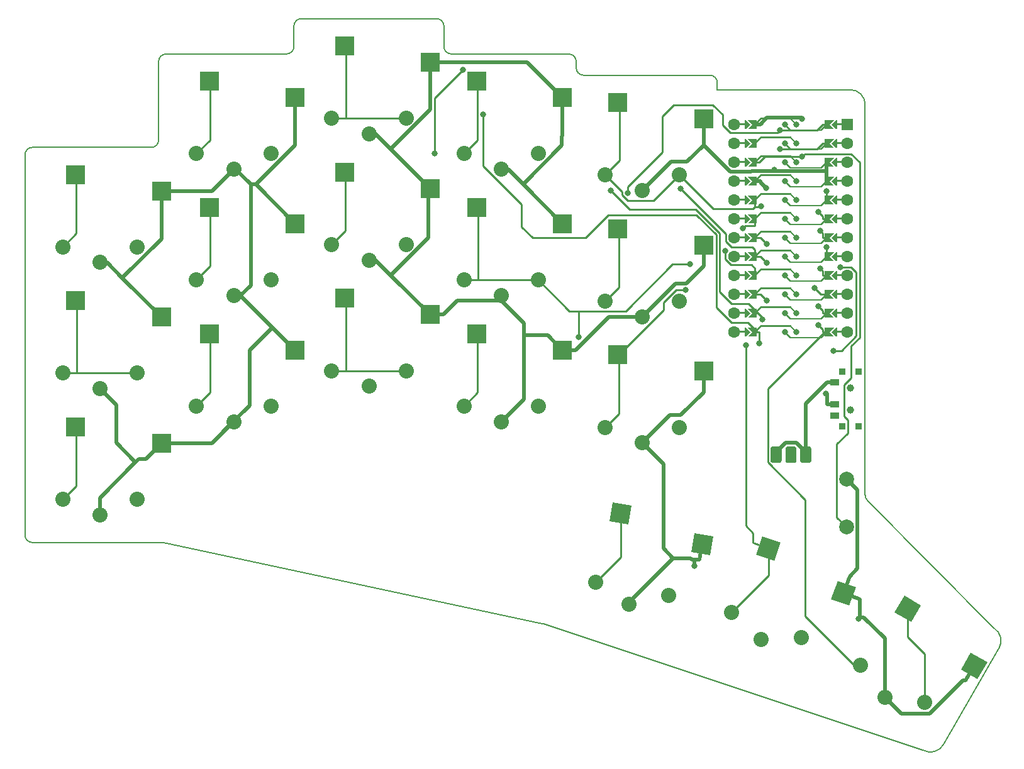
<source format=gbr>
G04 #@! TF.GenerationSoftware,KiCad,Pcbnew,5.1.5+dfsg1-2build2*
G04 #@! TF.CreationDate,2022-10-01T08:21:12+00:00*
G04 #@! TF.ProjectId,board,626f6172-642e-46b6-9963-61645f706362,v1.0.0*
G04 #@! TF.SameCoordinates,Original*
G04 #@! TF.FileFunction,Copper,L2,Bot*
G04 #@! TF.FilePolarity,Positive*
%FSLAX46Y46*%
G04 Gerber Fmt 4.6, Leading zero omitted, Abs format (unit mm)*
G04 Created by KiCad (PCBNEW 5.1.5+dfsg1-2build2) date 2022-10-01 08:21:12*
%MOMM*%
%LPD*%
G04 APERTURE LIST*
G04 #@! TA.AperFunction,Profile*
%ADD10C,0.150000*%
G04 #@! TD*
G04 #@! TA.AperFunction,SMDPad,CuDef*
%ADD11R,2.600000X2.600000*%
G04 #@! TD*
G04 #@! TA.AperFunction,ComponentPad*
%ADD12C,2.032000*%
G04 #@! TD*
G04 #@! TA.AperFunction,SMDPad,CuDef*
%ADD13C,0.350000*%
G04 #@! TD*
G04 #@! TA.AperFunction,ComponentPad*
%ADD14C,1.600000*%
G04 #@! TD*
G04 #@! TA.AperFunction,ComponentPad*
%ADD15R,1.600000X1.600000*%
G04 #@! TD*
G04 #@! TA.AperFunction,Conductor*
%ADD16C,0.350000*%
G04 #@! TD*
G04 #@! TA.AperFunction,ViaPad*
%ADD17C,0.800000*%
G04 #@! TD*
G04 #@! TA.AperFunction,WasherPad*
%ADD18C,1.000000*%
G04 #@! TD*
G04 #@! TA.AperFunction,SMDPad,CuDef*
%ADD19R,1.250000X0.900000*%
G04 #@! TD*
G04 #@! TA.AperFunction,SMDPad,CuDef*
%ADD20R,0.900000X0.900000*%
G04 #@! TD*
G04 #@! TA.AperFunction,ComponentPad*
%ADD21C,0.350000*%
G04 #@! TD*
G04 #@! TA.AperFunction,ComponentPad*
%ADD22C,2.000000*%
G04 #@! TD*
G04 #@! TA.AperFunction,Conductor*
%ADD23C,0.250000*%
G04 #@! TD*
G04 #@! TA.AperFunction,Conductor*
%ADD24C,0.500000*%
G04 #@! TD*
G04 APERTURE END LIST*
D10*
X58900000Y40400000D02*
X76362107Y40400000D01*
X57900000Y41400000D02*
X57900000Y92600000D01*
X58900000Y93600000D02*
X74900000Y93600000D01*
X76900000Y106173000D02*
X93100000Y106173000D01*
X75900000Y94600000D02*
X75900000Y105173000D01*
X95100000Y110935500D02*
X113300000Y110935500D01*
X114300000Y109935500D02*
X114300000Y107173000D01*
X94100000Y107173000D02*
X94100000Y109935500D01*
X115300000Y106173000D02*
X131100000Y106173000D01*
X132100000Y105173000D02*
X132100000Y104315500D01*
X151100000Y101365500D02*
X151100000Y102315500D01*
X133100000Y103315500D02*
X150100000Y103315500D01*
X181522028Y13173828D02*
G75*
G02X178789978Y12441778I-1732050J1000000D01*
G01*
X181522029Y13173828D02*
X189022029Y26164210D01*
X188374085Y28844898D02*
G75*
G02X189022029Y26164210I-1084107J-1680688D01*
G01*
X150100000Y103315500D02*
G75*
G02X151100000Y102315500I0J-1000000D01*
G01*
X133100000Y103315500D02*
G75*
G02X132100000Y104315500I0J1000000D01*
G01*
X131100000Y106173000D02*
G75*
G02X132100000Y105173000I0J-1000000D01*
G01*
X115300000Y106173000D02*
G75*
G02X114300000Y107173000I0J1000000D01*
G01*
X113300000Y110935500D02*
G75*
G02X114300000Y109935500I0J-1000000D01*
G01*
X94100000Y109935500D02*
G75*
G02X95100000Y110935500I1000000J0D01*
G01*
X94100000Y107173000D02*
G75*
G02X93100000Y106173000I-1000000J0D01*
G01*
X75900000Y105173000D02*
G75*
G02X76900000Y106173000I1000000J0D01*
G01*
X75900000Y94600000D02*
G75*
G02X74900000Y93600000I-1000000J0D01*
G01*
X57900000Y92600000D02*
G75*
G02X58900000Y93600000I1000000J0D01*
G01*
X58900000Y40400000D02*
G75*
G02X57900000Y41400000I0J1000000D01*
G01*
X171288969Y46087542D02*
X188205108Y28982080D01*
X178789978Y12441778D02*
X127662129Y29450048D01*
X127555520Y29479080D02*
X76571152Y40377906D01*
X171000000Y46790703D02*
X171000000Y99365500D01*
X169000000Y101365500D02*
G75*
G02X171000000Y99365500I0J-2000000D01*
G01*
X169000000Y101365500D02*
X151100000Y101365500D01*
X76362107Y40400000D02*
G75*
G02X76571152Y40377906I0J-1000000D01*
G01*
X127555520Y29479080D02*
G75*
G02X127662129Y29450048I-209045J-977906D01*
G01*
X188374085Y28844897D02*
G75*
G02X188205108Y28982080I542053J840344D01*
G01*
X171288969Y46087542D02*
G75*
G02X171000000Y46790703I711031J703161D01*
G01*
D11*
G04 #@! TO.P,S1,1*
G04 #@! TO.N,P6*
X64725000Y55950000D03*
G04 #@! TO.P,S1,2*
G04 #@! TO.N,GND*
X76275000Y53750000D03*
G04 #@! TD*
D12*
G04 #@! TO.P,S2,1*
G04 #@! TO.N,P6*
X63000000Y46200000D03*
G04 #@! TO.P,S2,2*
G04 #@! TO.N,GND*
X68000000Y44100000D03*
G04 #@! TO.P,S2,1*
G04 #@! TO.N,P6*
X73000000Y46200000D03*
G04 #@! TO.P,S2,2*
G04 #@! TO.N,GND*
X68000000Y44100000D03*
G04 #@! TD*
D11*
G04 #@! TO.P,S3,1*
G04 #@! TO.N,P5*
X64725000Y72950000D03*
G04 #@! TO.P,S3,2*
G04 #@! TO.N,GND*
X76275000Y70750000D03*
G04 #@! TD*
D12*
G04 #@! TO.P,S4,1*
G04 #@! TO.N,P5*
X63000000Y63200000D03*
G04 #@! TO.P,S4,2*
G04 #@! TO.N,GND*
X68000000Y61100000D03*
G04 #@! TO.P,S4,1*
G04 #@! TO.N,P5*
X73000000Y63200000D03*
G04 #@! TO.P,S4,2*
G04 #@! TO.N,GND*
X68000000Y61100000D03*
G04 #@! TD*
D11*
G04 #@! TO.P,S5,1*
G04 #@! TO.N,P4*
X64725000Y89950000D03*
G04 #@! TO.P,S5,2*
G04 #@! TO.N,GND*
X76275000Y87750000D03*
G04 #@! TD*
D12*
G04 #@! TO.P,S6,1*
G04 #@! TO.N,P4*
X63000000Y80200000D03*
G04 #@! TO.P,S6,2*
G04 #@! TO.N,GND*
X68000000Y78100000D03*
G04 #@! TO.P,S6,1*
G04 #@! TO.N,P4*
X73000000Y80200000D03*
G04 #@! TO.P,S6,2*
G04 #@! TO.N,GND*
X68000000Y78100000D03*
G04 #@! TD*
D11*
G04 #@! TO.P,S7,1*
G04 #@! TO.N,P3*
X82725000Y68523000D03*
G04 #@! TO.P,S7,2*
G04 #@! TO.N,GND*
X94275000Y66323000D03*
G04 #@! TD*
D12*
G04 #@! TO.P,S8,1*
G04 #@! TO.N,P3*
X81000000Y58773000D03*
G04 #@! TO.P,S8,2*
G04 #@! TO.N,GND*
X86000000Y56673000D03*
G04 #@! TO.P,S8,1*
G04 #@! TO.N,P3*
X91000000Y58773000D03*
G04 #@! TO.P,S8,2*
G04 #@! TO.N,GND*
X86000000Y56673000D03*
G04 #@! TD*
D11*
G04 #@! TO.P,S9,1*
G04 #@! TO.N,P2*
X82725000Y85523000D03*
G04 #@! TO.P,S9,2*
G04 #@! TO.N,GND*
X94275000Y83323000D03*
G04 #@! TD*
D12*
G04 #@! TO.P,S10,1*
G04 #@! TO.N,P2*
X81000000Y75773000D03*
G04 #@! TO.P,S10,2*
G04 #@! TO.N,GND*
X86000000Y73673000D03*
G04 #@! TO.P,S10,1*
G04 #@! TO.N,P2*
X91000000Y75773000D03*
G04 #@! TO.P,S10,2*
G04 #@! TO.N,GND*
X86000000Y73673000D03*
G04 #@! TD*
D11*
G04 #@! TO.P,S11,1*
G04 #@! TO.N,P0*
X82725000Y102523000D03*
G04 #@! TO.P,S11,2*
G04 #@! TO.N,GND*
X94275000Y100323000D03*
G04 #@! TD*
D12*
G04 #@! TO.P,S12,1*
G04 #@! TO.N,P0*
X81000000Y92773000D03*
G04 #@! TO.P,S12,2*
G04 #@! TO.N,GND*
X86000000Y90673000D03*
G04 #@! TO.P,S12,1*
G04 #@! TO.N,P0*
X91000000Y92773000D03*
G04 #@! TO.P,S12,2*
G04 #@! TO.N,GND*
X86000000Y90673000D03*
G04 #@! TD*
D11*
G04 #@! TO.P,S13,1*
G04 #@! TO.N,P1*
X100925000Y73285500D03*
G04 #@! TO.P,S13,2*
G04 #@! TO.N,GND*
X112475000Y71085500D03*
G04 #@! TD*
D12*
G04 #@! TO.P,S14,1*
G04 #@! TO.N,P1*
X99200000Y63535500D03*
G04 #@! TO.P,S14,2*
G04 #@! TO.N,GND*
X104200000Y61435500D03*
G04 #@! TO.P,S14,1*
G04 #@! TO.N,P1*
X109200000Y63535500D03*
G04 #@! TO.P,S14,2*
G04 #@! TO.N,GND*
X104200000Y61435500D03*
G04 #@! TD*
D11*
G04 #@! TO.P,S15,1*
G04 #@! TO.N,P16*
X100925000Y90285500D03*
G04 #@! TO.P,S15,2*
G04 #@! TO.N,GND*
X112475000Y88085500D03*
G04 #@! TD*
D12*
G04 #@! TO.P,S16,1*
G04 #@! TO.N,P16*
X99200000Y80535500D03*
G04 #@! TO.P,S16,2*
G04 #@! TO.N,GND*
X104200000Y78435500D03*
G04 #@! TO.P,S16,1*
G04 #@! TO.N,P16*
X109200000Y80535500D03*
G04 #@! TO.P,S16,2*
G04 #@! TO.N,GND*
X104200000Y78435500D03*
G04 #@! TD*
D11*
G04 #@! TO.P,S17,1*
G04 #@! TO.N,P10*
X100925000Y107286000D03*
G04 #@! TO.P,S17,2*
G04 #@! TO.N,GND*
X112475000Y105086000D03*
G04 #@! TD*
D12*
G04 #@! TO.P,S18,1*
G04 #@! TO.N,P10*
X99200000Y97536000D03*
G04 #@! TO.P,S18,2*
G04 #@! TO.N,GND*
X104200000Y95436000D03*
G04 #@! TO.P,S18,1*
G04 #@! TO.N,P10*
X109200000Y97536000D03*
G04 #@! TO.P,S18,2*
G04 #@! TO.N,GND*
X104200000Y95436000D03*
G04 #@! TD*
D11*
G04 #@! TO.P,S19,1*
G04 #@! TO.N,P14*
X118725000Y68523000D03*
G04 #@! TO.P,S19,2*
G04 #@! TO.N,GND*
X130275000Y66323000D03*
G04 #@! TD*
D12*
G04 #@! TO.P,S20,1*
G04 #@! TO.N,P14*
X117000000Y58773000D03*
G04 #@! TO.P,S20,2*
G04 #@! TO.N,GND*
X122000000Y56673000D03*
G04 #@! TO.P,S20,1*
G04 #@! TO.N,P14*
X127000000Y58773000D03*
G04 #@! TO.P,S20,2*
G04 #@! TO.N,GND*
X122000000Y56673000D03*
G04 #@! TD*
D11*
G04 #@! TO.P,S21,1*
G04 #@! TO.N,P15*
X118725000Y85523000D03*
G04 #@! TO.P,S21,2*
G04 #@! TO.N,GND*
X130275000Y83323000D03*
G04 #@! TD*
D12*
G04 #@! TO.P,S22,1*
G04 #@! TO.N,P15*
X117000000Y75773000D03*
G04 #@! TO.P,S22,2*
G04 #@! TO.N,GND*
X122000000Y73673000D03*
G04 #@! TO.P,S22,1*
G04 #@! TO.N,P15*
X127000000Y75773000D03*
G04 #@! TO.P,S22,2*
G04 #@! TO.N,GND*
X122000000Y73673000D03*
G04 #@! TD*
D11*
G04 #@! TO.P,S23,1*
G04 #@! TO.N,P18*
X118725000Y102523000D03*
G04 #@! TO.P,S23,2*
G04 #@! TO.N,GND*
X130275000Y100323000D03*
G04 #@! TD*
D12*
G04 #@! TO.P,S24,1*
G04 #@! TO.N,P18*
X117000000Y92773000D03*
G04 #@! TO.P,S24,2*
G04 #@! TO.N,GND*
X122000000Y90673000D03*
G04 #@! TO.P,S24,1*
G04 #@! TO.N,P18*
X127000000Y92773000D03*
G04 #@! TO.P,S24,2*
G04 #@! TO.N,GND*
X122000000Y90673000D03*
G04 #@! TD*
D11*
G04 #@! TO.P,S25,1*
G04 #@! TO.N,P19*
X137725000Y65665500D03*
G04 #@! TO.P,S25,2*
G04 #@! TO.N,GND*
X149275000Y63465500D03*
G04 #@! TD*
D12*
G04 #@! TO.P,S26,1*
G04 #@! TO.N,P19*
X136000000Y55915500D03*
G04 #@! TO.P,S26,2*
G04 #@! TO.N,GND*
X141000000Y53815500D03*
G04 #@! TO.P,S26,1*
G04 #@! TO.N,P19*
X146000000Y55915500D03*
G04 #@! TO.P,S26,2*
G04 #@! TO.N,GND*
X141000000Y53815500D03*
G04 #@! TD*
D11*
G04 #@! TO.P,S27,1*
G04 #@! TO.N,P20*
X137725000Y82665500D03*
G04 #@! TO.P,S27,2*
G04 #@! TO.N,GND*
X149275000Y80465500D03*
G04 #@! TD*
D12*
G04 #@! TO.P,S28,1*
G04 #@! TO.N,P20*
X136000000Y72915500D03*
G04 #@! TO.P,S28,2*
G04 #@! TO.N,GND*
X141000000Y70815500D03*
G04 #@! TO.P,S28,1*
G04 #@! TO.N,P20*
X146000000Y72915500D03*
G04 #@! TO.P,S28,2*
G04 #@! TO.N,GND*
X141000000Y70815500D03*
G04 #@! TD*
D11*
G04 #@! TO.P,S29,1*
G04 #@! TO.N,P21*
X137725000Y99665500D03*
G04 #@! TO.P,S29,2*
G04 #@! TO.N,GND*
X149275000Y97465500D03*
G04 #@! TD*
D12*
G04 #@! TO.P,S30,1*
G04 #@! TO.N,P21*
X136000000Y89915500D03*
G04 #@! TO.P,S30,2*
G04 #@! TO.N,GND*
X141000000Y87815500D03*
G04 #@! TO.P,S30,1*
G04 #@! TO.N,P21*
X146000000Y89915500D03*
G04 #@! TO.P,S30,2*
G04 #@! TO.N,GND*
X141000000Y87815500D03*
G04 #@! TD*
G04 #@! TA.AperFunction,SMDPad,CuDef*
D13*
G04 #@! TO.P,S31,1*
G04 #@! TO.N,P7*
G36*
X136567968Y43271697D02*
G01*
X137019454Y45832197D01*
X139579954Y45380711D01*
X139128468Y42820211D01*
X136567968Y43271697D01*
G37*
G04 #@! TD.AperFunction*
G04 #@! TA.AperFunction,SMDPad,CuDef*
G04 #@! TO.P,S31,2*
G04 #@! TO.N,GND*
G36*
X147560472Y39099483D02*
G01*
X148011958Y41659983D01*
X150572458Y41208497D01*
X150120972Y38647997D01*
X147560472Y39099483D01*
G37*
G04 #@! TD.AperFunction*
G04 #@! TD*
D12*
G04 #@! TO.P,S32,1*
G04 #@! TO.N,P7*
X134682098Y35023871D03*
G04 #@! TO.P,S32,2*
G04 #@! TO.N,GND*
X139241476Y32087534D03*
G04 #@! TO.P,S32,1*
G04 #@! TO.N,P7*
X144530176Y33287390D03*
G04 #@! TO.P,S32,2*
G04 #@! TO.N,GND*
X139241476Y32087534D03*
G04 #@! TD*
G04 #@! TA.AperFunction,SMDPad,CuDef*
D13*
G04 #@! TO.P,S33,1*
G04 #@! TO.N,P8*
G36*
X156308300Y38807713D02*
G01*
X157197553Y41250914D01*
X159640754Y40361661D01*
X158751501Y37918460D01*
X156308300Y38807713D01*
G37*
G04 #@! TD.AperFunction*
G04 #@! TA.AperFunction,SMDPad,CuDef*
G04 #@! TO.P,S33,2*
G04 #@! TO.N,GND*
G36*
X166409305Y32790057D02*
G01*
X167298558Y35233258D01*
X169741759Y34344005D01*
X168852506Y31900804D01*
X166409305Y32790057D01*
G37*
G04 #@! TD.AperFunction*
G04 #@! TD*
D12*
G04 #@! TO.P,S34,1*
G04 #@! TO.N,P8*
X153018860Y31012669D03*
G04 #@! TO.P,S34,2*
G04 #@! TO.N,GND*
X156999081Y27329214D03*
G04 #@! TO.P,S34,1*
G04 #@! TO.N,P8*
X162415787Y27592467D03*
G04 #@! TO.P,S34,2*
G04 #@! TO.N,GND*
X156999081Y27329214D03*
G04 #@! TD*
G04 #@! TA.AperFunction,SMDPad,CuDef*
D13*
G04 #@! TO.P,S35,1*
G04 #@! TO.N,P9*
G36*
X174974934Y30983518D02*
G01*
X176274934Y33235184D01*
X178526600Y31935184D01*
X177226600Y29683518D01*
X174974934Y30983518D01*
G37*
G04 #@! TD.AperFunction*
G04 #@! TA.AperFunction,SMDPad,CuDef*
G04 #@! TO.P,S35,2*
G04 #@! TO.N,GND*
G36*
X183877527Y23303262D02*
G01*
X185177527Y25554928D01*
X187429193Y24254928D01*
X186129193Y22003262D01*
X183877527Y23303262D01*
G37*
G04 #@! TD.AperFunction*
G04 #@! TD*
D12*
G04 #@! TO.P,S36,1*
G04 #@! TO.N,P9*
X170381873Y23878103D03*
G04 #@! TO.P,S36,2*
G04 #@! TO.N,GND*
X173662000Y19559450D03*
G04 #@! TO.P,S36,1*
G04 #@! TO.N,P9*
X179042127Y18878103D03*
G04 #@! TO.P,S36,2*
G04 #@! TO.N,GND*
X173662000Y19559450D03*
G04 #@! TD*
D14*
G04 #@! TO.P,MCU1,*
G04 #@! TO.N,*
X153380000Y96685500D03*
X153380000Y94145500D03*
X153380000Y91605500D03*
X153380000Y89065500D03*
X153380000Y86525500D03*
X153380000Y83985500D03*
X153380000Y81445500D03*
X153380000Y78905500D03*
X153380000Y76365500D03*
X153380000Y73825500D03*
X153380000Y71285500D03*
X153380000Y68745500D03*
X168620000Y68745500D03*
X168620000Y71285500D03*
X168620000Y73825500D03*
X168620000Y76365500D03*
X168620000Y78905500D03*
X168620000Y81445500D03*
X168620000Y83985500D03*
X168620000Y86525500D03*
X168620000Y89065500D03*
X168620000Y91605500D03*
X168620000Y94145500D03*
X168620000Y96685500D03*
D15*
X168620000Y96685500D03*
G04 #@! TA.AperFunction,Conductor*
D16*
G04 #@! TD*
G04 #@! TO.N,*
G04 #@! TO.C,MCU1*
G36*
X155150000Y96810500D02*
G01*
X155150000Y96560500D01*
X154150000Y96560500D01*
X154150000Y96810500D01*
X155150000Y96810500D01*
G37*
G04 #@! TD.AperFunction*
G04 #@! TA.AperFunction,SMDPad,CuDef*
D13*
G04 #@! TO.P,MCU1,1*
G04 #@! TO.N,RAW*
G36*
X156424000Y97285500D02*
G01*
X156424000Y96085500D01*
X155174000Y96085500D01*
X155774000Y96685500D01*
X155174000Y97285500D01*
X156424000Y97285500D01*
G37*
G04 #@! TD.AperFunction*
G04 #@! TA.AperFunction,SMDPad,CuDef*
G04 #@! TO.P,MCU1,*
G04 #@! TO.N,*
G36*
X154958000Y97285500D02*
G01*
X155558000Y96685500D01*
X154958000Y96085500D01*
X154758000Y96085500D01*
X154758000Y97285500D01*
X154958000Y97285500D01*
G37*
G04 #@! TD.AperFunction*
G04 #@! TA.AperFunction,Conductor*
D16*
G04 #@! TD*
G04 #@! TO.N,*
G04 #@! TO.C,MCU1*
G36*
X155150000Y94270500D02*
G01*
X155150000Y94020500D01*
X154150000Y94020500D01*
X154150000Y94270500D01*
X155150000Y94270500D01*
G37*
G04 #@! TD.AperFunction*
G04 #@! TA.AperFunction,SMDPad,CuDef*
D13*
G04 #@! TO.P,MCU1,*
G04 #@! TO.N,*
G36*
X154958000Y94745500D02*
G01*
X155558000Y94145500D01*
X154958000Y93545500D01*
X154758000Y93545500D01*
X154758000Y94745500D01*
X154958000Y94745500D01*
G37*
G04 #@! TD.AperFunction*
G04 #@! TA.AperFunction,SMDPad,CuDef*
G04 #@! TO.P,MCU1,2*
G04 #@! TO.N,N/C*
G36*
X156424000Y94745500D02*
G01*
X156424000Y93545500D01*
X155174000Y93545500D01*
X155774000Y94145500D01*
X155174000Y94745500D01*
X156424000Y94745500D01*
G37*
G04 #@! TD.AperFunction*
G04 #@! TA.AperFunction,Conductor*
D16*
G04 #@! TD*
G04 #@! TO.N,*
G04 #@! TO.C,MCU1*
G36*
X155150000Y91730500D02*
G01*
X155150000Y91480500D01*
X154150000Y91480500D01*
X154150000Y91730500D01*
X155150000Y91730500D01*
G37*
G04 #@! TD.AperFunction*
G04 #@! TA.AperFunction,SMDPad,CuDef*
D13*
G04 #@! TO.P,MCU1,*
G04 #@! TO.N,*
G36*
X154958000Y92205500D02*
G01*
X155558000Y91605500D01*
X154958000Y91005500D01*
X154758000Y91005500D01*
X154758000Y92205500D01*
X154958000Y92205500D01*
G37*
G04 #@! TD.AperFunction*
G04 #@! TA.AperFunction,SMDPad,CuDef*
G04 #@! TO.P,MCU1,3*
G04 #@! TO.N,RST*
G36*
X156424000Y92205500D02*
G01*
X156424000Y91005500D01*
X155174000Y91005500D01*
X155774000Y91605500D01*
X155174000Y92205500D01*
X156424000Y92205500D01*
G37*
G04 #@! TD.AperFunction*
G04 #@! TA.AperFunction,Conductor*
D16*
G04 #@! TD*
G04 #@! TO.N,*
G04 #@! TO.C,MCU1*
G36*
X155150000Y89190500D02*
G01*
X155150000Y88940500D01*
X154150000Y88940500D01*
X154150000Y89190500D01*
X155150000Y89190500D01*
G37*
G04 #@! TD.AperFunction*
G04 #@! TA.AperFunction,SMDPad,CuDef*
D13*
G04 #@! TO.P,MCU1,*
G04 #@! TO.N,*
G36*
X154958000Y89665500D02*
G01*
X155558000Y89065500D01*
X154958000Y88465500D01*
X154758000Y88465500D01*
X154758000Y89665500D01*
X154958000Y89665500D01*
G37*
G04 #@! TD.AperFunction*
G04 #@! TA.AperFunction,SMDPad,CuDef*
G04 #@! TO.P,MCU1,4*
G04 #@! TO.N,VCC*
G36*
X156424000Y89665500D02*
G01*
X156424000Y88465500D01*
X155174000Y88465500D01*
X155774000Y89065500D01*
X155174000Y89665500D01*
X156424000Y89665500D01*
G37*
G04 #@! TD.AperFunction*
G04 #@! TA.AperFunction,Conductor*
D16*
G04 #@! TD*
G04 #@! TO.N,*
G04 #@! TO.C,MCU1*
G36*
X155150000Y86650500D02*
G01*
X155150000Y86400500D01*
X154150000Y86400500D01*
X154150000Y86650500D01*
X155150000Y86650500D01*
G37*
G04 #@! TD.AperFunction*
G04 #@! TA.AperFunction,SMDPad,CuDef*
D13*
G04 #@! TO.P,MCU1,*
G04 #@! TO.N,*
G36*
X154958000Y87125500D02*
G01*
X155558000Y86525500D01*
X154958000Y85925500D01*
X154758000Y85925500D01*
X154758000Y87125500D01*
X154958000Y87125500D01*
G37*
G04 #@! TD.AperFunction*
G04 #@! TA.AperFunction,SMDPad,CuDef*
G04 #@! TO.P,MCU1,5*
G04 #@! TO.N,P21*
G36*
X156424000Y87125500D02*
G01*
X156424000Y85925500D01*
X155174000Y85925500D01*
X155774000Y86525500D01*
X155174000Y87125500D01*
X156424000Y87125500D01*
G37*
G04 #@! TD.AperFunction*
G04 #@! TA.AperFunction,Conductor*
D16*
G04 #@! TD*
G04 #@! TO.N,*
G04 #@! TO.C,MCU1*
G36*
X155150000Y84110500D02*
G01*
X155150000Y83860500D01*
X154150000Y83860500D01*
X154150000Y84110500D01*
X155150000Y84110500D01*
G37*
G04 #@! TD.AperFunction*
G04 #@! TA.AperFunction,SMDPad,CuDef*
D13*
G04 #@! TO.P,MCU1,*
G04 #@! TO.N,*
G36*
X154958000Y84585500D02*
G01*
X155558000Y83985500D01*
X154958000Y83385500D01*
X154758000Y83385500D01*
X154758000Y84585500D01*
X154958000Y84585500D01*
G37*
G04 #@! TD.AperFunction*
G04 #@! TA.AperFunction,SMDPad,CuDef*
G04 #@! TO.P,MCU1,6*
G04 #@! TO.N,P20*
G36*
X156424000Y84585500D02*
G01*
X156424000Y83385500D01*
X155174000Y83385500D01*
X155774000Y83985500D01*
X155174000Y84585500D01*
X156424000Y84585500D01*
G37*
G04 #@! TD.AperFunction*
G04 #@! TA.AperFunction,Conductor*
D16*
G04 #@! TD*
G04 #@! TO.N,*
G04 #@! TO.C,MCU1*
G36*
X155150000Y81570500D02*
G01*
X155150000Y81320500D01*
X154150000Y81320500D01*
X154150000Y81570500D01*
X155150000Y81570500D01*
G37*
G04 #@! TD.AperFunction*
G04 #@! TA.AperFunction,SMDPad,CuDef*
D13*
G04 #@! TO.P,MCU1,*
G04 #@! TO.N,*
G36*
X154958000Y82045500D02*
G01*
X155558000Y81445500D01*
X154958000Y80845500D01*
X154758000Y80845500D01*
X154758000Y82045500D01*
X154958000Y82045500D01*
G37*
G04 #@! TD.AperFunction*
G04 #@! TA.AperFunction,SMDPad,CuDef*
G04 #@! TO.P,MCU1,7*
G04 #@! TO.N,P19*
G36*
X156424000Y82045500D02*
G01*
X156424000Y80845500D01*
X155174000Y80845500D01*
X155774000Y81445500D01*
X155174000Y82045500D01*
X156424000Y82045500D01*
G37*
G04 #@! TD.AperFunction*
G04 #@! TA.AperFunction,Conductor*
D16*
G04 #@! TD*
G04 #@! TO.N,*
G04 #@! TO.C,MCU1*
G36*
X155150000Y79030500D02*
G01*
X155150000Y78780500D01*
X154150000Y78780500D01*
X154150000Y79030500D01*
X155150000Y79030500D01*
G37*
G04 #@! TD.AperFunction*
G04 #@! TA.AperFunction,SMDPad,CuDef*
D13*
G04 #@! TO.P,MCU1,*
G04 #@! TO.N,*
G36*
X154958000Y79505500D02*
G01*
X155558000Y78905500D01*
X154958000Y78305500D01*
X154758000Y78305500D01*
X154758000Y79505500D01*
X154958000Y79505500D01*
G37*
G04 #@! TD.AperFunction*
G04 #@! TA.AperFunction,SMDPad,CuDef*
G04 #@! TO.P,MCU1,8*
G04 #@! TO.N,P18*
G36*
X156424000Y79505500D02*
G01*
X156424000Y78305500D01*
X155174000Y78305500D01*
X155774000Y78905500D01*
X155174000Y79505500D01*
X156424000Y79505500D01*
G37*
G04 #@! TD.AperFunction*
G04 #@! TA.AperFunction,Conductor*
D16*
G04 #@! TD*
G04 #@! TO.N,*
G04 #@! TO.C,MCU1*
G36*
X155150000Y76490500D02*
G01*
X155150000Y76240500D01*
X154150000Y76240500D01*
X154150000Y76490500D01*
X155150000Y76490500D01*
G37*
G04 #@! TD.AperFunction*
G04 #@! TA.AperFunction,SMDPad,CuDef*
D13*
G04 #@! TO.P,MCU1,*
G04 #@! TO.N,*
G36*
X154958000Y76965500D02*
G01*
X155558000Y76365500D01*
X154958000Y75765500D01*
X154758000Y75765500D01*
X154758000Y76965500D01*
X154958000Y76965500D01*
G37*
G04 #@! TD.AperFunction*
G04 #@! TA.AperFunction,SMDPad,CuDef*
G04 #@! TO.P,MCU1,9*
G04 #@! TO.N,P15*
G36*
X156424000Y76965500D02*
G01*
X156424000Y75765500D01*
X155174000Y75765500D01*
X155774000Y76365500D01*
X155174000Y76965500D01*
X156424000Y76965500D01*
G37*
G04 #@! TD.AperFunction*
G04 #@! TA.AperFunction,Conductor*
D16*
G04 #@! TD*
G04 #@! TO.N,*
G04 #@! TO.C,MCU1*
G36*
X155150000Y73950500D02*
G01*
X155150000Y73700500D01*
X154150000Y73700500D01*
X154150000Y73950500D01*
X155150000Y73950500D01*
G37*
G04 #@! TD.AperFunction*
G04 #@! TA.AperFunction,SMDPad,CuDef*
D13*
G04 #@! TO.P,MCU1,*
G04 #@! TO.N,*
G36*
X154958000Y74425500D02*
G01*
X155558000Y73825500D01*
X154958000Y73225500D01*
X154758000Y73225500D01*
X154758000Y74425500D01*
X154958000Y74425500D01*
G37*
G04 #@! TD.AperFunction*
G04 #@! TA.AperFunction,SMDPad,CuDef*
G04 #@! TO.P,MCU1,10*
G04 #@! TO.N,P14*
G36*
X156424000Y74425500D02*
G01*
X156424000Y73225500D01*
X155174000Y73225500D01*
X155774000Y73825500D01*
X155174000Y74425500D01*
X156424000Y74425500D01*
G37*
G04 #@! TD.AperFunction*
G04 #@! TA.AperFunction,Conductor*
D16*
G04 #@! TD*
G04 #@! TO.N,*
G04 #@! TO.C,MCU1*
G36*
X155150000Y71410500D02*
G01*
X155150000Y71160500D01*
X154150000Y71160500D01*
X154150000Y71410500D01*
X155150000Y71410500D01*
G37*
G04 #@! TD.AperFunction*
G04 #@! TA.AperFunction,SMDPad,CuDef*
D13*
G04 #@! TO.P,MCU1,*
G04 #@! TO.N,*
G36*
X154958000Y71885500D02*
G01*
X155558000Y71285500D01*
X154958000Y70685500D01*
X154758000Y70685500D01*
X154758000Y71885500D01*
X154958000Y71885500D01*
G37*
G04 #@! TD.AperFunction*
G04 #@! TA.AperFunction,SMDPad,CuDef*
G04 #@! TO.P,MCU1,11*
G04 #@! TO.N,P16*
G36*
X156424000Y71885500D02*
G01*
X156424000Y70685500D01*
X155174000Y70685500D01*
X155774000Y71285500D01*
X155174000Y71885500D01*
X156424000Y71885500D01*
G37*
G04 #@! TD.AperFunction*
G04 #@! TA.AperFunction,Conductor*
D16*
G04 #@! TD*
G04 #@! TO.N,*
G04 #@! TO.C,MCU1*
G36*
X155150000Y68870500D02*
G01*
X155150000Y68620500D01*
X154150000Y68620500D01*
X154150000Y68870500D01*
X155150000Y68870500D01*
G37*
G04 #@! TD.AperFunction*
G04 #@! TA.AperFunction,SMDPad,CuDef*
D13*
G04 #@! TO.P,MCU1,*
G04 #@! TO.N,*
G36*
X154958000Y69345500D02*
G01*
X155558000Y68745500D01*
X154958000Y68145500D01*
X154758000Y68145500D01*
X154758000Y69345500D01*
X154958000Y69345500D01*
G37*
G04 #@! TD.AperFunction*
G04 #@! TA.AperFunction,SMDPad,CuDef*
G04 #@! TO.P,MCU1,12*
G04 #@! TO.N,P10*
G36*
X156424000Y69345500D02*
G01*
X156424000Y68145500D01*
X155174000Y68145500D01*
X155774000Y68745500D01*
X155174000Y69345500D01*
X156424000Y69345500D01*
G37*
G04 #@! TD.AperFunction*
G04 #@! TA.AperFunction,Conductor*
D16*
G04 #@! TD*
G04 #@! TO.N,*
G04 #@! TO.C,MCU1*
G36*
X166850000Y96560500D02*
G01*
X166850000Y96810500D01*
X167850000Y96810500D01*
X167850000Y96560500D01*
X166850000Y96560500D01*
G37*
G04 #@! TD.AperFunction*
G04 #@! TA.AperFunction,SMDPad,CuDef*
D13*
G04 #@! TO.P,MCU1,*
G04 #@! TO.N,*
G36*
X167042000Y96085500D02*
G01*
X166442000Y96685500D01*
X167042000Y97285500D01*
X167242000Y97285500D01*
X167242000Y96085500D01*
X167042000Y96085500D01*
G37*
G04 #@! TD.AperFunction*
G04 #@! TA.AperFunction,SMDPad,CuDef*
G04 #@! TO.P,MCU1,24*
G04 #@! TO.N,P1*
G36*
X165576000Y96085500D02*
G01*
X165576000Y97285500D01*
X166826000Y97285500D01*
X166226000Y96685500D01*
X166826000Y96085500D01*
X165576000Y96085500D01*
G37*
G04 #@! TD.AperFunction*
G04 #@! TA.AperFunction,SMDPad,CuDef*
G04 #@! TO.P,MCU1,23*
G04 #@! TO.N,P0*
G36*
X165576000Y93545500D02*
G01*
X165576000Y94745500D01*
X166826000Y94745500D01*
X166226000Y94145500D01*
X166826000Y93545500D01*
X165576000Y93545500D01*
G37*
G04 #@! TD.AperFunction*
G04 #@! TA.AperFunction,Conductor*
D16*
G04 #@! TD*
G04 #@! TO.N,*
G04 #@! TO.C,MCU1*
G36*
X166850000Y94020500D02*
G01*
X166850000Y94270500D01*
X167850000Y94270500D01*
X167850000Y94020500D01*
X166850000Y94020500D01*
G37*
G04 #@! TD.AperFunction*
G04 #@! TA.AperFunction,SMDPad,CuDef*
D13*
G04 #@! TO.P,MCU1,*
G04 #@! TO.N,*
G36*
X167042000Y93545500D02*
G01*
X166442000Y94145500D01*
X167042000Y94745500D01*
X167242000Y94745500D01*
X167242000Y93545500D01*
X167042000Y93545500D01*
G37*
G04 #@! TD.AperFunction*
G04 #@! TA.AperFunction,SMDPad,CuDef*
G04 #@! TO.P,MCU1,22*
G04 #@! TO.N,GND*
G36*
X165576000Y91005500D02*
G01*
X165576000Y92205500D01*
X166826000Y92205500D01*
X166226000Y91605500D01*
X166826000Y91005500D01*
X165576000Y91005500D01*
G37*
G04 #@! TD.AperFunction*
G04 #@! TA.AperFunction,Conductor*
D16*
G04 #@! TD*
G04 #@! TO.N,*
G04 #@! TO.C,MCU1*
G36*
X166850000Y91480500D02*
G01*
X166850000Y91730500D01*
X167850000Y91730500D01*
X167850000Y91480500D01*
X166850000Y91480500D01*
G37*
G04 #@! TD.AperFunction*
G04 #@! TA.AperFunction,SMDPad,CuDef*
D13*
G04 #@! TO.P,MCU1,*
G04 #@! TO.N,*
G36*
X167042000Y91005500D02*
G01*
X166442000Y91605500D01*
X167042000Y92205500D01*
X167242000Y92205500D01*
X167242000Y91005500D01*
X167042000Y91005500D01*
G37*
G04 #@! TD.AperFunction*
G04 #@! TA.AperFunction,SMDPad,CuDef*
G04 #@! TO.P,MCU1,21*
G04 #@! TO.N,GND*
G36*
X165576000Y88465500D02*
G01*
X165576000Y89665500D01*
X166826000Y89665500D01*
X166226000Y89065500D01*
X166826000Y88465500D01*
X165576000Y88465500D01*
G37*
G04 #@! TD.AperFunction*
G04 #@! TA.AperFunction,Conductor*
D16*
G04 #@! TD*
G04 #@! TO.N,*
G04 #@! TO.C,MCU1*
G36*
X166850000Y88940500D02*
G01*
X166850000Y89190500D01*
X167850000Y89190500D01*
X167850000Y88940500D01*
X166850000Y88940500D01*
G37*
G04 #@! TD.AperFunction*
G04 #@! TA.AperFunction,SMDPad,CuDef*
D13*
G04 #@! TO.P,MCU1,*
G04 #@! TO.N,*
G36*
X167042000Y88465500D02*
G01*
X166442000Y89065500D01*
X167042000Y89665500D01*
X167242000Y89665500D01*
X167242000Y88465500D01*
X167042000Y88465500D01*
G37*
G04 #@! TD.AperFunction*
G04 #@! TA.AperFunction,SMDPad,CuDef*
G04 #@! TO.P,MCU1,20*
G04 #@! TO.N,P2*
G36*
X165576000Y85925500D02*
G01*
X165576000Y87125500D01*
X166826000Y87125500D01*
X166226000Y86525500D01*
X166826000Y85925500D01*
X165576000Y85925500D01*
G37*
G04 #@! TD.AperFunction*
G04 #@! TA.AperFunction,Conductor*
D16*
G04 #@! TD*
G04 #@! TO.N,*
G04 #@! TO.C,MCU1*
G36*
X166850000Y86400500D02*
G01*
X166850000Y86650500D01*
X167850000Y86650500D01*
X167850000Y86400500D01*
X166850000Y86400500D01*
G37*
G04 #@! TD.AperFunction*
G04 #@! TA.AperFunction,SMDPad,CuDef*
D13*
G04 #@! TO.P,MCU1,*
G04 #@! TO.N,*
G36*
X167042000Y85925500D02*
G01*
X166442000Y86525500D01*
X167042000Y87125500D01*
X167242000Y87125500D01*
X167242000Y85925500D01*
X167042000Y85925500D01*
G37*
G04 #@! TD.AperFunction*
G04 #@! TA.AperFunction,SMDPad,CuDef*
G04 #@! TO.P,MCU1,19*
G04 #@! TO.N,P3*
G36*
X165576000Y83385500D02*
G01*
X165576000Y84585500D01*
X166826000Y84585500D01*
X166226000Y83985500D01*
X166826000Y83385500D01*
X165576000Y83385500D01*
G37*
G04 #@! TD.AperFunction*
G04 #@! TA.AperFunction,Conductor*
D16*
G04 #@! TD*
G04 #@! TO.N,*
G04 #@! TO.C,MCU1*
G36*
X166850000Y83860500D02*
G01*
X166850000Y84110500D01*
X167850000Y84110500D01*
X167850000Y83860500D01*
X166850000Y83860500D01*
G37*
G04 #@! TD.AperFunction*
G04 #@! TA.AperFunction,SMDPad,CuDef*
D13*
G04 #@! TO.P,MCU1,*
G04 #@! TO.N,*
G36*
X167042000Y83385500D02*
G01*
X166442000Y83985500D01*
X167042000Y84585500D01*
X167242000Y84585500D01*
X167242000Y83385500D01*
X167042000Y83385500D01*
G37*
G04 #@! TD.AperFunction*
G04 #@! TA.AperFunction,SMDPad,CuDef*
G04 #@! TO.P,MCU1,18*
G04 #@! TO.N,P4*
G36*
X165576000Y80845500D02*
G01*
X165576000Y82045500D01*
X166826000Y82045500D01*
X166226000Y81445500D01*
X166826000Y80845500D01*
X165576000Y80845500D01*
G37*
G04 #@! TD.AperFunction*
G04 #@! TA.AperFunction,Conductor*
D16*
G04 #@! TD*
G04 #@! TO.N,*
G04 #@! TO.C,MCU1*
G36*
X166850000Y81320500D02*
G01*
X166850000Y81570500D01*
X167850000Y81570500D01*
X167850000Y81320500D01*
X166850000Y81320500D01*
G37*
G04 #@! TD.AperFunction*
G04 #@! TA.AperFunction,SMDPad,CuDef*
D13*
G04 #@! TO.P,MCU1,*
G04 #@! TO.N,*
G36*
X167042000Y80845500D02*
G01*
X166442000Y81445500D01*
X167042000Y82045500D01*
X167242000Y82045500D01*
X167242000Y80845500D01*
X167042000Y80845500D01*
G37*
G04 #@! TD.AperFunction*
G04 #@! TA.AperFunction,SMDPad,CuDef*
G04 #@! TO.P,MCU1,17*
G04 #@! TO.N,P5*
G36*
X165576000Y78305500D02*
G01*
X165576000Y79505500D01*
X166826000Y79505500D01*
X166226000Y78905500D01*
X166826000Y78305500D01*
X165576000Y78305500D01*
G37*
G04 #@! TD.AperFunction*
G04 #@! TA.AperFunction,Conductor*
D16*
G04 #@! TD*
G04 #@! TO.N,*
G04 #@! TO.C,MCU1*
G36*
X166850000Y78780500D02*
G01*
X166850000Y79030500D01*
X167850000Y79030500D01*
X167850000Y78780500D01*
X166850000Y78780500D01*
G37*
G04 #@! TD.AperFunction*
G04 #@! TA.AperFunction,SMDPad,CuDef*
D13*
G04 #@! TO.P,MCU1,*
G04 #@! TO.N,*
G36*
X167042000Y78305500D02*
G01*
X166442000Y78905500D01*
X167042000Y79505500D01*
X167242000Y79505500D01*
X167242000Y78305500D01*
X167042000Y78305500D01*
G37*
G04 #@! TD.AperFunction*
G04 #@! TA.AperFunction,SMDPad,CuDef*
G04 #@! TO.P,MCU1,16*
G04 #@! TO.N,P6*
G36*
X165576000Y75765500D02*
G01*
X165576000Y76965500D01*
X166826000Y76965500D01*
X166226000Y76365500D01*
X166826000Y75765500D01*
X165576000Y75765500D01*
G37*
G04 #@! TD.AperFunction*
G04 #@! TA.AperFunction,Conductor*
D16*
G04 #@! TD*
G04 #@! TO.N,*
G04 #@! TO.C,MCU1*
G36*
X166850000Y76240500D02*
G01*
X166850000Y76490500D01*
X167850000Y76490500D01*
X167850000Y76240500D01*
X166850000Y76240500D01*
G37*
G04 #@! TD.AperFunction*
G04 #@! TA.AperFunction,SMDPad,CuDef*
D13*
G04 #@! TO.P,MCU1,*
G04 #@! TO.N,*
G36*
X167042000Y75765500D02*
G01*
X166442000Y76365500D01*
X167042000Y76965500D01*
X167242000Y76965500D01*
X167242000Y75765500D01*
X167042000Y75765500D01*
G37*
G04 #@! TD.AperFunction*
G04 #@! TA.AperFunction,SMDPad,CuDef*
G04 #@! TO.P,MCU1,15*
G04 #@! TO.N,P7*
G36*
X165576000Y73225500D02*
G01*
X165576000Y74425500D01*
X166826000Y74425500D01*
X166226000Y73825500D01*
X166826000Y73225500D01*
X165576000Y73225500D01*
G37*
G04 #@! TD.AperFunction*
G04 #@! TA.AperFunction,Conductor*
D16*
G04 #@! TD*
G04 #@! TO.N,*
G04 #@! TO.C,MCU1*
G36*
X166850000Y73700500D02*
G01*
X166850000Y73950500D01*
X167850000Y73950500D01*
X167850000Y73700500D01*
X166850000Y73700500D01*
G37*
G04 #@! TD.AperFunction*
G04 #@! TA.AperFunction,SMDPad,CuDef*
D13*
G04 #@! TO.P,MCU1,*
G04 #@! TO.N,*
G36*
X167042000Y73225500D02*
G01*
X166442000Y73825500D01*
X167042000Y74425500D01*
X167242000Y74425500D01*
X167242000Y73225500D01*
X167042000Y73225500D01*
G37*
G04 #@! TD.AperFunction*
G04 #@! TA.AperFunction,SMDPad,CuDef*
G04 #@! TO.P,MCU1,14*
G04 #@! TO.N,P8*
G36*
X165576000Y70685500D02*
G01*
X165576000Y71885500D01*
X166826000Y71885500D01*
X166226000Y71285500D01*
X166826000Y70685500D01*
X165576000Y70685500D01*
G37*
G04 #@! TD.AperFunction*
G04 #@! TA.AperFunction,Conductor*
D16*
G04 #@! TD*
G04 #@! TO.N,*
G04 #@! TO.C,MCU1*
G36*
X166850000Y71160500D02*
G01*
X166850000Y71410500D01*
X167850000Y71410500D01*
X167850000Y71160500D01*
X166850000Y71160500D01*
G37*
G04 #@! TD.AperFunction*
G04 #@! TA.AperFunction,SMDPad,CuDef*
D13*
G04 #@! TO.P,MCU1,*
G04 #@! TO.N,*
G36*
X167042000Y70685500D02*
G01*
X166442000Y71285500D01*
X167042000Y71885500D01*
X167242000Y71885500D01*
X167242000Y70685500D01*
X167042000Y70685500D01*
G37*
G04 #@! TD.AperFunction*
G04 #@! TA.AperFunction,SMDPad,CuDef*
G04 #@! TO.P,MCU1,13*
G04 #@! TO.N,P9*
G36*
X165576000Y68145500D02*
G01*
X165576000Y69345500D01*
X166826000Y69345500D01*
X166226000Y68745500D01*
X166826000Y68145500D01*
X165576000Y68145500D01*
G37*
G04 #@! TD.AperFunction*
G04 #@! TA.AperFunction,Conductor*
D16*
G04 #@! TD*
G04 #@! TO.N,*
G04 #@! TO.C,MCU1*
G36*
X166850000Y68620500D02*
G01*
X166850000Y68870500D01*
X167850000Y68870500D01*
X167850000Y68620500D01*
X166850000Y68620500D01*
G37*
G04 #@! TD.AperFunction*
G04 #@! TA.AperFunction,SMDPad,CuDef*
D13*
G04 #@! TO.P,MCU1,*
G04 #@! TO.N,*
G36*
X167042000Y68145500D02*
G01*
X166442000Y68745500D01*
X167042000Y69345500D01*
X167242000Y69345500D01*
X167242000Y68145500D01*
X167042000Y68145500D01*
G37*
G04 #@! TD.AperFunction*
G04 #@! TA.AperFunction,Conductor*
D16*
G04 #@! TD*
G04 #@! TO.N,P0*
G04 #@! TO.C,MCU1*
G36*
X160113151Y94149234D02*
G01*
X160113151Y94151633D01*
X160113510Y94155280D01*
X160113731Y94159000D01*
X160114115Y94161428D01*
X160114353Y94163841D01*
X160115063Y94167413D01*
X160115641Y94171063D01*
X160116267Y94173467D01*
X160116746Y94175873D01*
X160117800Y94179346D01*
X160118720Y94182880D01*
X160119586Y94185234D01*
X160120307Y94187611D01*
X160121675Y94190915D01*
X160122936Y94194342D01*
X160124044Y94196633D01*
X160125001Y94198944D01*
X160126681Y94202087D01*
X160128252Y94205336D01*
X160129584Y94207519D01*
X160130784Y94209763D01*
X160132740Y94212691D01*
X160134614Y94215761D01*
X160136183Y94217844D01*
X160137599Y94219962D01*
X160139002Y94221672D01*
X160139815Y94222662D01*
X160141964Y94225514D01*
X160143740Y94227445D01*
X160145381Y94229445D01*
X160147841Y94231905D01*
X160150231Y94234504D01*
X160152203Y94236267D01*
X160154055Y94238119D01*
X160156731Y94240315D01*
X160159335Y94242643D01*
X160161492Y94244222D01*
X160163538Y94245901D01*
X160166380Y94247800D01*
X160169190Y94249857D01*
X160171522Y94251236D01*
X160173737Y94252716D01*
X160176734Y94254318D01*
X160179702Y94256073D01*
X160182174Y94257226D01*
X160184556Y94258499D01*
X160187670Y94259789D01*
X160190769Y94261234D01*
X160193375Y94262152D01*
X160195889Y94263193D01*
X160199084Y94264162D01*
X160202289Y94265291D01*
X160204998Y94265956D01*
X160207627Y94266754D01*
X160210874Y94267400D01*
X160214148Y94268204D01*
X160216938Y94268606D01*
X160219659Y94269147D01*
X160222935Y94269470D01*
X160226236Y94269945D01*
X160229072Y94270074D01*
X160231867Y94270349D01*
X160235133Y94270349D01*
X160238436Y94270499D01*
X160241303Y94270349D01*
X160244133Y94270349D01*
X160247341Y94270033D01*
X160250631Y94269861D01*
X160253504Y94269426D01*
X160256341Y94269147D01*
X160259490Y94268521D01*
X160262707Y94268034D01*
X160265533Y94267319D01*
X160268373Y94266754D01*
X160271431Y94265826D01*
X160274546Y94265038D01*
X160277315Y94264041D01*
X160280111Y94263193D01*
X160283029Y94261985D01*
X160286036Y94260902D01*
X160288714Y94259630D01*
X160291444Y94258499D01*
X160294209Y94257021D01*
X160297069Y94255663D01*
X160299633Y94254122D01*
X160302263Y94252716D01*
X160304847Y94250989D01*
X160307537Y94249373D01*
X160309969Y94247567D01*
X160312462Y94245901D01*
X160314842Y94243948D01*
X160317341Y94242092D01*
X160319604Y94240040D01*
X160321945Y94238119D01*
X160324105Y94235959D01*
X160326388Y94233889D01*
X161055776Y93504500D01*
X165008224Y93504500D01*
X165737612Y94233889D01*
X165738854Y94235114D01*
X165748016Y94243191D01*
X165757921Y94250334D01*
X165768475Y94256477D01*
X165779579Y94261561D01*
X165791126Y94265537D01*
X165803007Y94268367D01*
X165815105Y94270025D01*
X165827309Y94270493D01*
X165839500Y94269769D01*
X165851563Y94267859D01*
X165863380Y94264780D01*
X165874842Y94260564D01*
X165885836Y94255248D01*
X165896261Y94248886D01*
X165906014Y94241536D01*
X165915004Y94233269D01*
X165923143Y94224165D01*
X165930357Y94214310D01*
X165936573Y94203798D01*
X165941734Y94192731D01*
X165945791Y94181211D01*
X165948704Y94169352D01*
X165950445Y94157264D01*
X165950999Y94145064D01*
X165950361Y94132869D01*
X165948534Y94120793D01*
X165945538Y94108954D01*
X165941402Y94097464D01*
X165936163Y94086431D01*
X165929873Y94075963D01*
X165922592Y94066159D01*
X165914389Y94057112D01*
X165148388Y93291112D01*
X165148107Y93290834D01*
X165148079Y93290804D01*
X165148045Y93290773D01*
X165147146Y93289886D01*
X165143035Y93286262D01*
X165139004Y93282632D01*
X165138475Y93282242D01*
X165137985Y93281810D01*
X165133557Y93278617D01*
X165129174Y93275385D01*
X165128614Y93275051D01*
X165128080Y93274666D01*
X165123334Y93271904D01*
X165118684Y93269132D01*
X165118096Y93268855D01*
X165117525Y93268523D01*
X165112532Y93266237D01*
X165107634Y93263932D01*
X165107021Y93263714D01*
X165106421Y93263439D01*
X165101274Y93261667D01*
X165096129Y93259835D01*
X165095486Y93259675D01*
X165094874Y93259464D01*
X165089579Y93258202D01*
X165084279Y93256881D01*
X165083637Y93256786D01*
X165082994Y93256633D01*
X165077559Y93255889D01*
X165072198Y93255097D01*
X165071545Y93255065D01*
X165070895Y93254976D01*
X165065451Y93254767D01*
X165060000Y93254500D01*
X161004000Y93254500D01*
X161003602Y93254503D01*
X161003564Y93254501D01*
X161003520Y93254503D01*
X161002255Y93254512D01*
X160996787Y93254856D01*
X160991368Y93255140D01*
X160990722Y93255238D01*
X160990066Y93255279D01*
X160984699Y93256149D01*
X160979293Y93256966D01*
X160978653Y93257128D01*
X160978011Y93257232D01*
X160972749Y93258622D01*
X160967454Y93259962D01*
X160966841Y93260183D01*
X160966204Y93260351D01*
X160961061Y93262263D01*
X160955963Y93264099D01*
X160955375Y93264378D01*
X160954757Y93264608D01*
X160949861Y93266996D01*
X160944931Y93269337D01*
X160944365Y93269677D01*
X160943781Y93269962D01*
X160939162Y93272803D01*
X160934463Y93275627D01*
X160933937Y93276018D01*
X160933379Y93276361D01*
X160929004Y93279682D01*
X160924659Y93282909D01*
X160924181Y93283343D01*
X160923652Y93283744D01*
X160919608Y93287488D01*
X160915612Y93291112D01*
X160149611Y94057112D01*
X160148386Y94058354D01*
X160146927Y94060009D01*
X160145381Y94061555D01*
X160142916Y94064559D01*
X160140309Y94067516D01*
X160139002Y94069328D01*
X160137599Y94071038D01*
X160135452Y94074251D01*
X160133166Y94077421D01*
X160132035Y94079365D01*
X160130784Y94081237D01*
X160128971Y94084630D01*
X160127023Y94087975D01*
X160126071Y94090054D01*
X160125001Y94092056D01*
X160123545Y94095571D01*
X160121939Y94099079D01*
X160121184Y94101271D01*
X160120307Y94103389D01*
X160119211Y94107001D01*
X160117963Y94110626D01*
X160117420Y94112904D01*
X160116746Y94115127D01*
X160116012Y94118815D01*
X160115133Y94122507D01*
X160114811Y94124855D01*
X160114353Y94127159D01*
X160113988Y94130864D01*
X160113475Y94134605D01*
X160113383Y94137008D01*
X160113151Y94139367D01*
X160113151Y94143054D01*
X160113007Y94146809D01*
X160113151Y94149234D01*
G37*
G04 #@! TD.AperFunction*
G04 #@! TA.AperFunction,Conductor*
G04 #@! TO.N,GND*
G04 #@! TO.C,MCU1*
G36*
X161886849Y94141766D02*
G01*
X161886849Y94139367D01*
X161886490Y94135720D01*
X161886269Y94132000D01*
X161885885Y94129572D01*
X161885647Y94127159D01*
X161884937Y94123587D01*
X161884359Y94119937D01*
X161883733Y94117533D01*
X161883254Y94115127D01*
X161882200Y94111654D01*
X161881280Y94108120D01*
X161880414Y94105766D01*
X161879693Y94103389D01*
X161878325Y94100085D01*
X161877064Y94096658D01*
X161875956Y94094367D01*
X161874999Y94092056D01*
X161873319Y94088913D01*
X161871748Y94085664D01*
X161870416Y94083481D01*
X161869216Y94081237D01*
X161867260Y94078309D01*
X161865386Y94075239D01*
X161863817Y94073156D01*
X161862401Y94071038D01*
X161860998Y94069328D01*
X161860185Y94068338D01*
X161858036Y94065486D01*
X161856260Y94063555D01*
X161854619Y94061555D01*
X161852159Y94059095D01*
X161849769Y94056496D01*
X161847797Y94054733D01*
X161845945Y94052881D01*
X161843269Y94050685D01*
X161840665Y94048357D01*
X161838508Y94046778D01*
X161836462Y94045099D01*
X161833620Y94043200D01*
X161830810Y94041143D01*
X161828478Y94039764D01*
X161826263Y94038284D01*
X161823266Y94036682D01*
X161820298Y94034927D01*
X161817826Y94033774D01*
X161815444Y94032501D01*
X161812330Y94031211D01*
X161809231Y94029766D01*
X161806625Y94028848D01*
X161804111Y94027807D01*
X161800916Y94026838D01*
X161797711Y94025709D01*
X161795002Y94025044D01*
X161792373Y94024246D01*
X161789126Y94023600D01*
X161785852Y94022796D01*
X161783062Y94022394D01*
X161780341Y94021853D01*
X161777065Y94021530D01*
X161773764Y94021055D01*
X161770928Y94020926D01*
X161768133Y94020651D01*
X161764867Y94020651D01*
X161761564Y94020501D01*
X161758697Y94020651D01*
X161755867Y94020651D01*
X161752659Y94020967D01*
X161749369Y94021139D01*
X161746496Y94021574D01*
X161743659Y94021853D01*
X161740510Y94022479D01*
X161737293Y94022966D01*
X161734467Y94023681D01*
X161731627Y94024246D01*
X161728569Y94025174D01*
X161725454Y94025962D01*
X161722685Y94026959D01*
X161719889Y94027807D01*
X161716971Y94029015D01*
X161713964Y94030098D01*
X161711286Y94031370D01*
X161708556Y94032501D01*
X161705791Y94033979D01*
X161702931Y94035337D01*
X161700367Y94036878D01*
X161697737Y94038284D01*
X161695153Y94040011D01*
X161692463Y94041627D01*
X161690031Y94043433D01*
X161687538Y94045099D01*
X161685158Y94047052D01*
X161682659Y94048908D01*
X161680396Y94050960D01*
X161678055Y94052881D01*
X161675895Y94055041D01*
X161673612Y94057111D01*
X160944224Y94786500D01*
X156991776Y94786500D01*
X156262388Y94057111D01*
X156261146Y94055886D01*
X156251984Y94047809D01*
X156242079Y94040666D01*
X156231525Y94034523D01*
X156220421Y94029439D01*
X156208874Y94025463D01*
X156196993Y94022633D01*
X156184895Y94020975D01*
X156172691Y94020507D01*
X156160500Y94021231D01*
X156148437Y94023141D01*
X156136620Y94026220D01*
X156125158Y94030436D01*
X156114164Y94035752D01*
X156103739Y94042114D01*
X156093986Y94049464D01*
X156084996Y94057731D01*
X156076857Y94066835D01*
X156069643Y94076690D01*
X156063427Y94087202D01*
X156058266Y94098269D01*
X156054209Y94109789D01*
X156051296Y94121648D01*
X156049555Y94133736D01*
X156049001Y94145936D01*
X156049639Y94158131D01*
X156051466Y94170207D01*
X156054462Y94182046D01*
X156058598Y94193536D01*
X156063837Y94204569D01*
X156070127Y94215037D01*
X156077408Y94224841D01*
X156085611Y94233888D01*
X156851612Y94999888D01*
X156851893Y95000166D01*
X156851921Y95000196D01*
X156851955Y95000227D01*
X156852854Y95001114D01*
X156856965Y95004738D01*
X156860996Y95008368D01*
X156861525Y95008758D01*
X156862015Y95009190D01*
X156866443Y95012383D01*
X156870826Y95015615D01*
X156871386Y95015949D01*
X156871920Y95016334D01*
X156876666Y95019096D01*
X156881316Y95021868D01*
X156881904Y95022145D01*
X156882475Y95022477D01*
X156887468Y95024763D01*
X156892366Y95027068D01*
X156892979Y95027286D01*
X156893579Y95027561D01*
X156898726Y95029333D01*
X156903871Y95031165D01*
X156904514Y95031325D01*
X156905126Y95031536D01*
X156910421Y95032798D01*
X156915721Y95034119D01*
X156916363Y95034214D01*
X156917006Y95034367D01*
X156922441Y95035111D01*
X156927802Y95035903D01*
X156928455Y95035935D01*
X156929105Y95036024D01*
X156934549Y95036233D01*
X156940000Y95036500D01*
X160996000Y95036500D01*
X160996398Y95036497D01*
X160996436Y95036499D01*
X160996480Y95036497D01*
X160997745Y95036488D01*
X161003213Y95036144D01*
X161008632Y95035860D01*
X161009278Y95035762D01*
X161009934Y95035721D01*
X161015301Y95034851D01*
X161020707Y95034034D01*
X161021347Y95033872D01*
X161021989Y95033768D01*
X161027251Y95032378D01*
X161032546Y95031038D01*
X161033159Y95030817D01*
X161033796Y95030649D01*
X161038939Y95028737D01*
X161044037Y95026901D01*
X161044625Y95026622D01*
X161045243Y95026392D01*
X161050139Y95024004D01*
X161055069Y95021663D01*
X161055635Y95021323D01*
X161056219Y95021038D01*
X161060838Y95018197D01*
X161065537Y95015373D01*
X161066063Y95014982D01*
X161066621Y95014639D01*
X161070996Y95011318D01*
X161075341Y95008091D01*
X161075819Y95007657D01*
X161076348Y95007256D01*
X161080392Y95003512D01*
X161084388Y94999888D01*
X161850389Y94233888D01*
X161851614Y94232646D01*
X161853073Y94230991D01*
X161854619Y94229445D01*
X161857084Y94226441D01*
X161859691Y94223484D01*
X161860998Y94221672D01*
X161862401Y94219962D01*
X161864548Y94216749D01*
X161866834Y94213579D01*
X161867965Y94211635D01*
X161869216Y94209763D01*
X161871029Y94206370D01*
X161872977Y94203025D01*
X161873929Y94200946D01*
X161874999Y94198944D01*
X161876455Y94195429D01*
X161878061Y94191921D01*
X161878816Y94189729D01*
X161879693Y94187611D01*
X161880789Y94183999D01*
X161882037Y94180374D01*
X161882580Y94178096D01*
X161883254Y94175873D01*
X161883988Y94172185D01*
X161884867Y94168493D01*
X161885189Y94166145D01*
X161885647Y94163841D01*
X161886012Y94160136D01*
X161886525Y94156395D01*
X161886617Y94153992D01*
X161886849Y94151633D01*
X161886849Y94147946D01*
X161886993Y94144191D01*
X161886849Y94141766D01*
G37*
G04 #@! TD.AperFunction*
D17*
X161762000Y94145500D03*
G04 #@! TO.N,P0*
X160238000Y94145500D03*
G04 #@! TO.N,P1*
X160238000Y96685500D03*
G04 #@! TO.N,RAW*
X161762000Y96685500D03*
G04 #@! TA.AperFunction,Conductor*
D16*
G04 #@! TO.N,P1*
G36*
X160113151Y96689234D02*
G01*
X160113151Y96691633D01*
X160113510Y96695280D01*
X160113731Y96699000D01*
X160114115Y96701428D01*
X160114353Y96703841D01*
X160115063Y96707413D01*
X160115641Y96711063D01*
X160116267Y96713467D01*
X160116746Y96715873D01*
X160117800Y96719346D01*
X160118720Y96722880D01*
X160119586Y96725234D01*
X160120307Y96727611D01*
X160121675Y96730915D01*
X160122936Y96734342D01*
X160124044Y96736633D01*
X160125001Y96738944D01*
X160126681Y96742087D01*
X160128252Y96745336D01*
X160129584Y96747519D01*
X160130784Y96749763D01*
X160132740Y96752691D01*
X160134614Y96755761D01*
X160136183Y96757844D01*
X160137599Y96759962D01*
X160139002Y96761672D01*
X160139815Y96762662D01*
X160141964Y96765514D01*
X160143740Y96767445D01*
X160145381Y96769445D01*
X160147841Y96771905D01*
X160150231Y96774504D01*
X160152203Y96776267D01*
X160154055Y96778119D01*
X160156731Y96780315D01*
X160159335Y96782643D01*
X160161492Y96784222D01*
X160163538Y96785901D01*
X160166380Y96787800D01*
X160169190Y96789857D01*
X160171522Y96791236D01*
X160173737Y96792716D01*
X160176734Y96794318D01*
X160179702Y96796073D01*
X160182174Y96797226D01*
X160184556Y96798499D01*
X160187670Y96799789D01*
X160190769Y96801234D01*
X160193375Y96802152D01*
X160195889Y96803193D01*
X160199084Y96804162D01*
X160202289Y96805291D01*
X160204998Y96805956D01*
X160207627Y96806754D01*
X160210874Y96807400D01*
X160214148Y96808204D01*
X160216938Y96808606D01*
X160219659Y96809147D01*
X160222935Y96809470D01*
X160226236Y96809945D01*
X160229072Y96810074D01*
X160231867Y96810349D01*
X160235133Y96810349D01*
X160238436Y96810499D01*
X160241303Y96810349D01*
X160244133Y96810349D01*
X160247341Y96810033D01*
X160250631Y96809861D01*
X160253504Y96809426D01*
X160256341Y96809147D01*
X160259490Y96808521D01*
X160262707Y96808034D01*
X160265533Y96807319D01*
X160268373Y96806754D01*
X160271431Y96805826D01*
X160274546Y96805038D01*
X160277315Y96804041D01*
X160280111Y96803193D01*
X160283029Y96801985D01*
X160286036Y96800902D01*
X160288714Y96799630D01*
X160291444Y96798499D01*
X160294209Y96797021D01*
X160297069Y96795663D01*
X160299633Y96794122D01*
X160302263Y96792716D01*
X160304847Y96790989D01*
X160307537Y96789373D01*
X160309969Y96787567D01*
X160312462Y96785901D01*
X160314842Y96783948D01*
X160317341Y96782092D01*
X160319604Y96780040D01*
X160321945Y96778119D01*
X160324105Y96775959D01*
X160326388Y96773889D01*
X161055776Y96044500D01*
X165008224Y96044500D01*
X165737612Y96773889D01*
X165738854Y96775114D01*
X165748016Y96783191D01*
X165757921Y96790334D01*
X165768475Y96796477D01*
X165779579Y96801561D01*
X165791126Y96805537D01*
X165803007Y96808367D01*
X165815105Y96810025D01*
X165827309Y96810493D01*
X165839500Y96809769D01*
X165851563Y96807859D01*
X165863380Y96804780D01*
X165874842Y96800564D01*
X165885836Y96795248D01*
X165896261Y96788886D01*
X165906014Y96781536D01*
X165915004Y96773269D01*
X165923143Y96764165D01*
X165930357Y96754310D01*
X165936573Y96743798D01*
X165941734Y96732731D01*
X165945791Y96721211D01*
X165948704Y96709352D01*
X165950445Y96697264D01*
X165950999Y96685064D01*
X165950361Y96672869D01*
X165948534Y96660793D01*
X165945538Y96648954D01*
X165941402Y96637464D01*
X165936163Y96626431D01*
X165929873Y96615963D01*
X165922592Y96606159D01*
X165914389Y96597112D01*
X165148388Y95831112D01*
X165148107Y95830834D01*
X165148079Y95830804D01*
X165148045Y95830773D01*
X165147146Y95829886D01*
X165143035Y95826262D01*
X165139004Y95822632D01*
X165138475Y95822242D01*
X165137985Y95821810D01*
X165133557Y95818617D01*
X165129174Y95815385D01*
X165128614Y95815051D01*
X165128080Y95814666D01*
X165123334Y95811904D01*
X165118684Y95809132D01*
X165118096Y95808855D01*
X165117525Y95808523D01*
X165112532Y95806237D01*
X165107634Y95803932D01*
X165107021Y95803714D01*
X165106421Y95803439D01*
X165101274Y95801667D01*
X165096129Y95799835D01*
X165095486Y95799675D01*
X165094874Y95799464D01*
X165089579Y95798202D01*
X165084279Y95796881D01*
X165083637Y95796786D01*
X165082994Y95796633D01*
X165077559Y95795889D01*
X165072198Y95795097D01*
X165071545Y95795065D01*
X165070895Y95794976D01*
X165065451Y95794767D01*
X165060000Y95794500D01*
X161004000Y95794500D01*
X161003602Y95794503D01*
X161003564Y95794501D01*
X161003520Y95794503D01*
X161002255Y95794512D01*
X160996787Y95794856D01*
X160991368Y95795140D01*
X160990722Y95795238D01*
X160990066Y95795279D01*
X160984699Y95796149D01*
X160979293Y95796966D01*
X160978653Y95797128D01*
X160978011Y95797232D01*
X160972749Y95798622D01*
X160967454Y95799962D01*
X160966841Y95800183D01*
X160966204Y95800351D01*
X160961061Y95802263D01*
X160955963Y95804099D01*
X160955375Y95804378D01*
X160954757Y95804608D01*
X160949861Y95806996D01*
X160944931Y95809337D01*
X160944365Y95809677D01*
X160943781Y95809962D01*
X160939162Y95812803D01*
X160934463Y95815627D01*
X160933937Y95816018D01*
X160933379Y95816361D01*
X160929004Y95819682D01*
X160924659Y95822909D01*
X160924181Y95823343D01*
X160923652Y95823744D01*
X160919608Y95827488D01*
X160915612Y95831112D01*
X160149611Y96597112D01*
X160148386Y96598354D01*
X160146927Y96600009D01*
X160145381Y96601555D01*
X160142916Y96604559D01*
X160140309Y96607516D01*
X160139002Y96609328D01*
X160137599Y96611038D01*
X160135452Y96614251D01*
X160133166Y96617421D01*
X160132035Y96619365D01*
X160130784Y96621237D01*
X160128971Y96624630D01*
X160127023Y96627975D01*
X160126071Y96630054D01*
X160125001Y96632056D01*
X160123545Y96635571D01*
X160121939Y96639079D01*
X160121184Y96641271D01*
X160120307Y96643389D01*
X160119211Y96647001D01*
X160117963Y96650626D01*
X160117420Y96652904D01*
X160116746Y96655127D01*
X160116012Y96658815D01*
X160115133Y96662507D01*
X160114811Y96664855D01*
X160114353Y96667159D01*
X160113988Y96670864D01*
X160113475Y96674605D01*
X160113383Y96677008D01*
X160113151Y96679367D01*
X160113151Y96683054D01*
X160113007Y96686809D01*
X160113151Y96689234D01*
G37*
G04 #@! TD.AperFunction*
G04 #@! TA.AperFunction,Conductor*
G04 #@! TO.N,RAW*
G36*
X161886849Y96681766D02*
G01*
X161886849Y96679367D01*
X161886490Y96675720D01*
X161886269Y96672000D01*
X161885885Y96669572D01*
X161885647Y96667159D01*
X161884937Y96663587D01*
X161884359Y96659937D01*
X161883733Y96657533D01*
X161883254Y96655127D01*
X161882200Y96651654D01*
X161881280Y96648120D01*
X161880414Y96645766D01*
X161879693Y96643389D01*
X161878325Y96640085D01*
X161877064Y96636658D01*
X161875956Y96634367D01*
X161874999Y96632056D01*
X161873319Y96628913D01*
X161871748Y96625664D01*
X161870416Y96623481D01*
X161869216Y96621237D01*
X161867260Y96618309D01*
X161865386Y96615239D01*
X161863817Y96613156D01*
X161862401Y96611038D01*
X161860998Y96609328D01*
X161860185Y96608338D01*
X161858036Y96605486D01*
X161856260Y96603555D01*
X161854619Y96601555D01*
X161852159Y96599095D01*
X161849769Y96596496D01*
X161847797Y96594733D01*
X161845945Y96592881D01*
X161843269Y96590685D01*
X161840665Y96588357D01*
X161838508Y96586778D01*
X161836462Y96585099D01*
X161833620Y96583200D01*
X161830810Y96581143D01*
X161828478Y96579764D01*
X161826263Y96578284D01*
X161823266Y96576682D01*
X161820298Y96574927D01*
X161817826Y96573774D01*
X161815444Y96572501D01*
X161812330Y96571211D01*
X161809231Y96569766D01*
X161806625Y96568848D01*
X161804111Y96567807D01*
X161800916Y96566838D01*
X161797711Y96565709D01*
X161795002Y96565044D01*
X161792373Y96564246D01*
X161789126Y96563600D01*
X161785852Y96562796D01*
X161783062Y96562394D01*
X161780341Y96561853D01*
X161777065Y96561530D01*
X161773764Y96561055D01*
X161770928Y96560926D01*
X161768133Y96560651D01*
X161764867Y96560651D01*
X161761564Y96560501D01*
X161758697Y96560651D01*
X161755867Y96560651D01*
X161752659Y96560967D01*
X161749369Y96561139D01*
X161746496Y96561574D01*
X161743659Y96561853D01*
X161740510Y96562479D01*
X161737293Y96562966D01*
X161734467Y96563681D01*
X161731627Y96564246D01*
X161728569Y96565174D01*
X161725454Y96565962D01*
X161722685Y96566959D01*
X161719889Y96567807D01*
X161716971Y96569015D01*
X161713964Y96570098D01*
X161711286Y96571370D01*
X161708556Y96572501D01*
X161705791Y96573979D01*
X161702931Y96575337D01*
X161700367Y96576878D01*
X161697737Y96578284D01*
X161695153Y96580011D01*
X161692463Y96581627D01*
X161690031Y96583433D01*
X161687538Y96585099D01*
X161685158Y96587052D01*
X161682659Y96588908D01*
X161680396Y96590960D01*
X161678055Y96592881D01*
X161675895Y96595041D01*
X161673612Y96597111D01*
X160944224Y97326500D01*
X156991776Y97326500D01*
X156262388Y96597111D01*
X156261146Y96595886D01*
X156251984Y96587809D01*
X156242079Y96580666D01*
X156231525Y96574523D01*
X156220421Y96569439D01*
X156208874Y96565463D01*
X156196993Y96562633D01*
X156184895Y96560975D01*
X156172691Y96560507D01*
X156160500Y96561231D01*
X156148437Y96563141D01*
X156136620Y96566220D01*
X156125158Y96570436D01*
X156114164Y96575752D01*
X156103739Y96582114D01*
X156093986Y96589464D01*
X156084996Y96597731D01*
X156076857Y96606835D01*
X156069643Y96616690D01*
X156063427Y96627202D01*
X156058266Y96638269D01*
X156054209Y96649789D01*
X156051296Y96661648D01*
X156049555Y96673736D01*
X156049001Y96685936D01*
X156049639Y96698131D01*
X156051466Y96710207D01*
X156054462Y96722046D01*
X156058598Y96733536D01*
X156063837Y96744569D01*
X156070127Y96755037D01*
X156077408Y96764841D01*
X156085611Y96773888D01*
X156851612Y97539888D01*
X156851893Y97540166D01*
X156851921Y97540196D01*
X156851955Y97540227D01*
X156852854Y97541114D01*
X156856965Y97544738D01*
X156860996Y97548368D01*
X156861525Y97548758D01*
X156862015Y97549190D01*
X156866443Y97552383D01*
X156870826Y97555615D01*
X156871386Y97555949D01*
X156871920Y97556334D01*
X156876666Y97559096D01*
X156881316Y97561868D01*
X156881904Y97562145D01*
X156882475Y97562477D01*
X156887468Y97564763D01*
X156892366Y97567068D01*
X156892979Y97567286D01*
X156893579Y97567561D01*
X156898726Y97569333D01*
X156903871Y97571165D01*
X156904514Y97571325D01*
X156905126Y97571536D01*
X156910421Y97572798D01*
X156915721Y97574119D01*
X156916363Y97574214D01*
X156917006Y97574367D01*
X156922441Y97575111D01*
X156927802Y97575903D01*
X156928455Y97575935D01*
X156929105Y97576024D01*
X156934549Y97576233D01*
X156940000Y97576500D01*
X160996000Y97576500D01*
X160996398Y97576497D01*
X160996436Y97576499D01*
X160996480Y97576497D01*
X160997745Y97576488D01*
X161003213Y97576144D01*
X161008632Y97575860D01*
X161009278Y97575762D01*
X161009934Y97575721D01*
X161015301Y97574851D01*
X161020707Y97574034D01*
X161021347Y97573872D01*
X161021989Y97573768D01*
X161027251Y97572378D01*
X161032546Y97571038D01*
X161033159Y97570817D01*
X161033796Y97570649D01*
X161038939Y97568737D01*
X161044037Y97566901D01*
X161044625Y97566622D01*
X161045243Y97566392D01*
X161050139Y97564004D01*
X161055069Y97561663D01*
X161055635Y97561323D01*
X161056219Y97561038D01*
X161060838Y97558197D01*
X161065537Y97555373D01*
X161066063Y97554982D01*
X161066621Y97554639D01*
X161070996Y97551318D01*
X161075341Y97548091D01*
X161075819Y97547657D01*
X161076348Y97547256D01*
X161080392Y97543512D01*
X161084388Y97539888D01*
X161850389Y96773888D01*
X161851614Y96772646D01*
X161853073Y96770991D01*
X161854619Y96769445D01*
X161857084Y96766441D01*
X161859691Y96763484D01*
X161860998Y96761672D01*
X161862401Y96759962D01*
X161864548Y96756749D01*
X161866834Y96753579D01*
X161867965Y96751635D01*
X161869216Y96749763D01*
X161871029Y96746370D01*
X161872977Y96743025D01*
X161873929Y96740946D01*
X161874999Y96738944D01*
X161876455Y96735429D01*
X161878061Y96731921D01*
X161878816Y96729729D01*
X161879693Y96727611D01*
X161880789Y96723999D01*
X161882037Y96720374D01*
X161882580Y96718096D01*
X161883254Y96715873D01*
X161883988Y96712185D01*
X161884867Y96708493D01*
X161885189Y96706145D01*
X161885647Y96703841D01*
X161886012Y96700136D01*
X161886525Y96696395D01*
X161886617Y96693992D01*
X161886849Y96691633D01*
X161886849Y96687946D01*
X161886993Y96684191D01*
X161886849Y96681766D01*
G37*
G04 #@! TD.AperFunction*
D17*
G04 #@! TO.N,GND*
X160238000Y91605500D03*
G04 #@! TO.N,RST*
X161762000Y91605500D03*
G04 #@! TA.AperFunction,Conductor*
D16*
G04 #@! TO.N,GND*
G36*
X160113151Y91609234D02*
G01*
X160113151Y91611633D01*
X160113510Y91615280D01*
X160113731Y91619000D01*
X160114115Y91621428D01*
X160114353Y91623841D01*
X160115063Y91627413D01*
X160115641Y91631063D01*
X160116267Y91633467D01*
X160116746Y91635873D01*
X160117800Y91639346D01*
X160118720Y91642880D01*
X160119586Y91645234D01*
X160120307Y91647611D01*
X160121675Y91650915D01*
X160122936Y91654342D01*
X160124044Y91656633D01*
X160125001Y91658944D01*
X160126681Y91662087D01*
X160128252Y91665336D01*
X160129584Y91667519D01*
X160130784Y91669763D01*
X160132740Y91672691D01*
X160134614Y91675761D01*
X160136183Y91677844D01*
X160137599Y91679962D01*
X160139002Y91681672D01*
X160139815Y91682662D01*
X160141964Y91685514D01*
X160143740Y91687445D01*
X160145381Y91689445D01*
X160147841Y91691905D01*
X160150231Y91694504D01*
X160152203Y91696267D01*
X160154055Y91698119D01*
X160156731Y91700315D01*
X160159335Y91702643D01*
X160161492Y91704222D01*
X160163538Y91705901D01*
X160166380Y91707800D01*
X160169190Y91709857D01*
X160171522Y91711236D01*
X160173737Y91712716D01*
X160176734Y91714318D01*
X160179702Y91716073D01*
X160182174Y91717226D01*
X160184556Y91718499D01*
X160187670Y91719789D01*
X160190769Y91721234D01*
X160193375Y91722152D01*
X160195889Y91723193D01*
X160199084Y91724162D01*
X160202289Y91725291D01*
X160204998Y91725956D01*
X160207627Y91726754D01*
X160210874Y91727400D01*
X160214148Y91728204D01*
X160216938Y91728606D01*
X160219659Y91729147D01*
X160222935Y91729470D01*
X160226236Y91729945D01*
X160229072Y91730074D01*
X160231867Y91730349D01*
X160235133Y91730349D01*
X160238436Y91730499D01*
X160241303Y91730349D01*
X160244133Y91730349D01*
X160247341Y91730033D01*
X160250631Y91729861D01*
X160253504Y91729426D01*
X160256341Y91729147D01*
X160259490Y91728521D01*
X160262707Y91728034D01*
X160265533Y91727319D01*
X160268373Y91726754D01*
X160271431Y91725826D01*
X160274546Y91725038D01*
X160277315Y91724041D01*
X160280111Y91723193D01*
X160283029Y91721985D01*
X160286036Y91720902D01*
X160288714Y91719630D01*
X160291444Y91718499D01*
X160294209Y91717021D01*
X160297069Y91715663D01*
X160299633Y91714122D01*
X160302263Y91712716D01*
X160304847Y91710989D01*
X160307537Y91709373D01*
X160309969Y91707567D01*
X160312462Y91705901D01*
X160314842Y91703948D01*
X160317341Y91702092D01*
X160319604Y91700040D01*
X160321945Y91698119D01*
X160324105Y91695959D01*
X160326388Y91693889D01*
X161055776Y90964500D01*
X165008224Y90964500D01*
X165737612Y91693889D01*
X165738854Y91695114D01*
X165748016Y91703191D01*
X165757921Y91710334D01*
X165768475Y91716477D01*
X165779579Y91721561D01*
X165791126Y91725537D01*
X165803007Y91728367D01*
X165815105Y91730025D01*
X165827309Y91730493D01*
X165839500Y91729769D01*
X165851563Y91727859D01*
X165863380Y91724780D01*
X165874842Y91720564D01*
X165885836Y91715248D01*
X165896261Y91708886D01*
X165906014Y91701536D01*
X165915004Y91693269D01*
X165923143Y91684165D01*
X165930357Y91674310D01*
X165936573Y91663798D01*
X165941734Y91652731D01*
X165945791Y91641211D01*
X165948704Y91629352D01*
X165950445Y91617264D01*
X165950999Y91605064D01*
X165950361Y91592869D01*
X165948534Y91580793D01*
X165945538Y91568954D01*
X165941402Y91557464D01*
X165936163Y91546431D01*
X165929873Y91535963D01*
X165922592Y91526159D01*
X165914389Y91517112D01*
X165148388Y90751112D01*
X165148107Y90750834D01*
X165148079Y90750804D01*
X165148045Y90750773D01*
X165147146Y90749886D01*
X165143035Y90746262D01*
X165139004Y90742632D01*
X165138475Y90742242D01*
X165137985Y90741810D01*
X165133557Y90738617D01*
X165129174Y90735385D01*
X165128614Y90735051D01*
X165128080Y90734666D01*
X165123334Y90731904D01*
X165118684Y90729132D01*
X165118096Y90728855D01*
X165117525Y90728523D01*
X165112532Y90726237D01*
X165107634Y90723932D01*
X165107021Y90723714D01*
X165106421Y90723439D01*
X165101274Y90721667D01*
X165096129Y90719835D01*
X165095486Y90719675D01*
X165094874Y90719464D01*
X165089579Y90718202D01*
X165084279Y90716881D01*
X165083637Y90716786D01*
X165082994Y90716633D01*
X165077559Y90715889D01*
X165072198Y90715097D01*
X165071545Y90715065D01*
X165070895Y90714976D01*
X165065451Y90714767D01*
X165060000Y90714500D01*
X161004000Y90714500D01*
X161003602Y90714503D01*
X161003564Y90714501D01*
X161003520Y90714503D01*
X161002255Y90714512D01*
X160996787Y90714856D01*
X160991368Y90715140D01*
X160990722Y90715238D01*
X160990066Y90715279D01*
X160984699Y90716149D01*
X160979293Y90716966D01*
X160978653Y90717128D01*
X160978011Y90717232D01*
X160972749Y90718622D01*
X160967454Y90719962D01*
X160966841Y90720183D01*
X160966204Y90720351D01*
X160961061Y90722263D01*
X160955963Y90724099D01*
X160955375Y90724378D01*
X160954757Y90724608D01*
X160949861Y90726996D01*
X160944931Y90729337D01*
X160944365Y90729677D01*
X160943781Y90729962D01*
X160939162Y90732803D01*
X160934463Y90735627D01*
X160933937Y90736018D01*
X160933379Y90736361D01*
X160929004Y90739682D01*
X160924659Y90742909D01*
X160924181Y90743343D01*
X160923652Y90743744D01*
X160919608Y90747488D01*
X160915612Y90751112D01*
X160149611Y91517112D01*
X160148386Y91518354D01*
X160146927Y91520009D01*
X160145381Y91521555D01*
X160142916Y91524559D01*
X160140309Y91527516D01*
X160139002Y91529328D01*
X160137599Y91531038D01*
X160135452Y91534251D01*
X160133166Y91537421D01*
X160132035Y91539365D01*
X160130784Y91541237D01*
X160128971Y91544630D01*
X160127023Y91547975D01*
X160126071Y91550054D01*
X160125001Y91552056D01*
X160123545Y91555571D01*
X160121939Y91559079D01*
X160121184Y91561271D01*
X160120307Y91563389D01*
X160119211Y91567001D01*
X160117963Y91570626D01*
X160117420Y91572904D01*
X160116746Y91575127D01*
X160116012Y91578815D01*
X160115133Y91582507D01*
X160114811Y91584855D01*
X160114353Y91587159D01*
X160113988Y91590864D01*
X160113475Y91594605D01*
X160113383Y91597008D01*
X160113151Y91599367D01*
X160113151Y91603054D01*
X160113007Y91606809D01*
X160113151Y91609234D01*
G37*
G04 #@! TD.AperFunction*
G04 #@! TA.AperFunction,Conductor*
G04 #@! TO.N,RST*
G36*
X161886849Y91601766D02*
G01*
X161886849Y91599367D01*
X161886490Y91595720D01*
X161886269Y91592000D01*
X161885885Y91589572D01*
X161885647Y91587159D01*
X161884937Y91583587D01*
X161884359Y91579937D01*
X161883733Y91577533D01*
X161883254Y91575127D01*
X161882200Y91571654D01*
X161881280Y91568120D01*
X161880414Y91565766D01*
X161879693Y91563389D01*
X161878325Y91560085D01*
X161877064Y91556658D01*
X161875956Y91554367D01*
X161874999Y91552056D01*
X161873319Y91548913D01*
X161871748Y91545664D01*
X161870416Y91543481D01*
X161869216Y91541237D01*
X161867260Y91538309D01*
X161865386Y91535239D01*
X161863817Y91533156D01*
X161862401Y91531038D01*
X161860998Y91529328D01*
X161860185Y91528338D01*
X161858036Y91525486D01*
X161856260Y91523555D01*
X161854619Y91521555D01*
X161852159Y91519095D01*
X161849769Y91516496D01*
X161847797Y91514733D01*
X161845945Y91512881D01*
X161843269Y91510685D01*
X161840665Y91508357D01*
X161838508Y91506778D01*
X161836462Y91505099D01*
X161833620Y91503200D01*
X161830810Y91501143D01*
X161828478Y91499764D01*
X161826263Y91498284D01*
X161823266Y91496682D01*
X161820298Y91494927D01*
X161817826Y91493774D01*
X161815444Y91492501D01*
X161812330Y91491211D01*
X161809231Y91489766D01*
X161806625Y91488848D01*
X161804111Y91487807D01*
X161800916Y91486838D01*
X161797711Y91485709D01*
X161795002Y91485044D01*
X161792373Y91484246D01*
X161789126Y91483600D01*
X161785852Y91482796D01*
X161783062Y91482394D01*
X161780341Y91481853D01*
X161777065Y91481530D01*
X161773764Y91481055D01*
X161770928Y91480926D01*
X161768133Y91480651D01*
X161764867Y91480651D01*
X161761564Y91480501D01*
X161758697Y91480651D01*
X161755867Y91480651D01*
X161752659Y91480967D01*
X161749369Y91481139D01*
X161746496Y91481574D01*
X161743659Y91481853D01*
X161740510Y91482479D01*
X161737293Y91482966D01*
X161734467Y91483681D01*
X161731627Y91484246D01*
X161728569Y91485174D01*
X161725454Y91485962D01*
X161722685Y91486959D01*
X161719889Y91487807D01*
X161716971Y91489015D01*
X161713964Y91490098D01*
X161711286Y91491370D01*
X161708556Y91492501D01*
X161705791Y91493979D01*
X161702931Y91495337D01*
X161700367Y91496878D01*
X161697737Y91498284D01*
X161695153Y91500011D01*
X161692463Y91501627D01*
X161690031Y91503433D01*
X161687538Y91505099D01*
X161685158Y91507052D01*
X161682659Y91508908D01*
X161680396Y91510960D01*
X161678055Y91512881D01*
X161675895Y91515041D01*
X161673612Y91517111D01*
X160944224Y92246500D01*
X156991776Y92246500D01*
X156262388Y91517111D01*
X156261146Y91515886D01*
X156251984Y91507809D01*
X156242079Y91500666D01*
X156231525Y91494523D01*
X156220421Y91489439D01*
X156208874Y91485463D01*
X156196993Y91482633D01*
X156184895Y91480975D01*
X156172691Y91480507D01*
X156160500Y91481231D01*
X156148437Y91483141D01*
X156136620Y91486220D01*
X156125158Y91490436D01*
X156114164Y91495752D01*
X156103739Y91502114D01*
X156093986Y91509464D01*
X156084996Y91517731D01*
X156076857Y91526835D01*
X156069643Y91536690D01*
X156063427Y91547202D01*
X156058266Y91558269D01*
X156054209Y91569789D01*
X156051296Y91581648D01*
X156049555Y91593736D01*
X156049001Y91605936D01*
X156049639Y91618131D01*
X156051466Y91630207D01*
X156054462Y91642046D01*
X156058598Y91653536D01*
X156063837Y91664569D01*
X156070127Y91675037D01*
X156077408Y91684841D01*
X156085611Y91693888D01*
X156851612Y92459888D01*
X156851893Y92460166D01*
X156851921Y92460196D01*
X156851955Y92460227D01*
X156852854Y92461114D01*
X156856965Y92464738D01*
X156860996Y92468368D01*
X156861525Y92468758D01*
X156862015Y92469190D01*
X156866443Y92472383D01*
X156870826Y92475615D01*
X156871386Y92475949D01*
X156871920Y92476334D01*
X156876666Y92479096D01*
X156881316Y92481868D01*
X156881904Y92482145D01*
X156882475Y92482477D01*
X156887468Y92484763D01*
X156892366Y92487068D01*
X156892979Y92487286D01*
X156893579Y92487561D01*
X156898726Y92489333D01*
X156903871Y92491165D01*
X156904514Y92491325D01*
X156905126Y92491536D01*
X156910421Y92492798D01*
X156915721Y92494119D01*
X156916363Y92494214D01*
X156917006Y92494367D01*
X156922441Y92495111D01*
X156927802Y92495903D01*
X156928455Y92495935D01*
X156929105Y92496024D01*
X156934549Y92496233D01*
X156940000Y92496500D01*
X160996000Y92496500D01*
X160996398Y92496497D01*
X160996436Y92496499D01*
X160996480Y92496497D01*
X160997745Y92496488D01*
X161003213Y92496144D01*
X161008632Y92495860D01*
X161009278Y92495762D01*
X161009934Y92495721D01*
X161015301Y92494851D01*
X161020707Y92494034D01*
X161021347Y92493872D01*
X161021989Y92493768D01*
X161027251Y92492378D01*
X161032546Y92491038D01*
X161033159Y92490817D01*
X161033796Y92490649D01*
X161038939Y92488737D01*
X161044037Y92486901D01*
X161044625Y92486622D01*
X161045243Y92486392D01*
X161050139Y92484004D01*
X161055069Y92481663D01*
X161055635Y92481323D01*
X161056219Y92481038D01*
X161060838Y92478197D01*
X161065537Y92475373D01*
X161066063Y92474982D01*
X161066621Y92474639D01*
X161070996Y92471318D01*
X161075341Y92468091D01*
X161075819Y92467657D01*
X161076348Y92467256D01*
X161080392Y92463512D01*
X161084388Y92459888D01*
X161850389Y91693888D01*
X161851614Y91692646D01*
X161853073Y91690991D01*
X161854619Y91689445D01*
X161857084Y91686441D01*
X161859691Y91683484D01*
X161860998Y91681672D01*
X161862401Y91679962D01*
X161864548Y91676749D01*
X161866834Y91673579D01*
X161867965Y91671635D01*
X161869216Y91669763D01*
X161871029Y91666370D01*
X161872977Y91663025D01*
X161873929Y91660946D01*
X161874999Y91658944D01*
X161876455Y91655429D01*
X161878061Y91651921D01*
X161878816Y91649729D01*
X161879693Y91647611D01*
X161880789Y91643999D01*
X161882037Y91640374D01*
X161882580Y91638096D01*
X161883254Y91635873D01*
X161883988Y91632185D01*
X161884867Y91628493D01*
X161885189Y91626145D01*
X161885647Y91623841D01*
X161886012Y91620136D01*
X161886525Y91616395D01*
X161886617Y91613992D01*
X161886849Y91611633D01*
X161886849Y91607946D01*
X161886993Y91604191D01*
X161886849Y91601766D01*
G37*
G04 #@! TD.AperFunction*
D17*
G04 #@! TO.N,GND*
X160238000Y89065500D03*
G04 #@! TO.N,VCC*
X161762000Y89065500D03*
G04 #@! TA.AperFunction,Conductor*
D16*
G04 #@! TO.N,GND*
G36*
X160113151Y89069234D02*
G01*
X160113151Y89071633D01*
X160113510Y89075280D01*
X160113731Y89079000D01*
X160114115Y89081428D01*
X160114353Y89083841D01*
X160115063Y89087413D01*
X160115641Y89091063D01*
X160116267Y89093467D01*
X160116746Y89095873D01*
X160117800Y89099346D01*
X160118720Y89102880D01*
X160119586Y89105234D01*
X160120307Y89107611D01*
X160121675Y89110915D01*
X160122936Y89114342D01*
X160124044Y89116633D01*
X160125001Y89118944D01*
X160126681Y89122087D01*
X160128252Y89125336D01*
X160129584Y89127519D01*
X160130784Y89129763D01*
X160132740Y89132691D01*
X160134614Y89135761D01*
X160136183Y89137844D01*
X160137599Y89139962D01*
X160139002Y89141672D01*
X160139815Y89142662D01*
X160141964Y89145514D01*
X160143740Y89147445D01*
X160145381Y89149445D01*
X160147841Y89151905D01*
X160150231Y89154504D01*
X160152203Y89156267D01*
X160154055Y89158119D01*
X160156731Y89160315D01*
X160159335Y89162643D01*
X160161492Y89164222D01*
X160163538Y89165901D01*
X160166380Y89167800D01*
X160169190Y89169857D01*
X160171522Y89171236D01*
X160173737Y89172716D01*
X160176734Y89174318D01*
X160179702Y89176073D01*
X160182174Y89177226D01*
X160184556Y89178499D01*
X160187670Y89179789D01*
X160190769Y89181234D01*
X160193375Y89182152D01*
X160195889Y89183193D01*
X160199084Y89184162D01*
X160202289Y89185291D01*
X160204998Y89185956D01*
X160207627Y89186754D01*
X160210874Y89187400D01*
X160214148Y89188204D01*
X160216938Y89188606D01*
X160219659Y89189147D01*
X160222935Y89189470D01*
X160226236Y89189945D01*
X160229072Y89190074D01*
X160231867Y89190349D01*
X160235133Y89190349D01*
X160238436Y89190499D01*
X160241303Y89190349D01*
X160244133Y89190349D01*
X160247341Y89190033D01*
X160250631Y89189861D01*
X160253504Y89189426D01*
X160256341Y89189147D01*
X160259490Y89188521D01*
X160262707Y89188034D01*
X160265533Y89187319D01*
X160268373Y89186754D01*
X160271431Y89185826D01*
X160274546Y89185038D01*
X160277315Y89184041D01*
X160280111Y89183193D01*
X160283029Y89181985D01*
X160286036Y89180902D01*
X160288714Y89179630D01*
X160291444Y89178499D01*
X160294209Y89177021D01*
X160297069Y89175663D01*
X160299633Y89174122D01*
X160302263Y89172716D01*
X160304847Y89170989D01*
X160307537Y89169373D01*
X160309969Y89167567D01*
X160312462Y89165901D01*
X160314842Y89163948D01*
X160317341Y89162092D01*
X160319604Y89160040D01*
X160321945Y89158119D01*
X160324105Y89155959D01*
X160326388Y89153889D01*
X161055776Y88424500D01*
X165008224Y88424500D01*
X165737612Y89153889D01*
X165738854Y89155114D01*
X165748016Y89163191D01*
X165757921Y89170334D01*
X165768475Y89176477D01*
X165779579Y89181561D01*
X165791126Y89185537D01*
X165803007Y89188367D01*
X165815105Y89190025D01*
X165827309Y89190493D01*
X165839500Y89189769D01*
X165851563Y89187859D01*
X165863380Y89184780D01*
X165874842Y89180564D01*
X165885836Y89175248D01*
X165896261Y89168886D01*
X165906014Y89161536D01*
X165915004Y89153269D01*
X165923143Y89144165D01*
X165930357Y89134310D01*
X165936573Y89123798D01*
X165941734Y89112731D01*
X165945791Y89101211D01*
X165948704Y89089352D01*
X165950445Y89077264D01*
X165950999Y89065064D01*
X165950361Y89052869D01*
X165948534Y89040793D01*
X165945538Y89028954D01*
X165941402Y89017464D01*
X165936163Y89006431D01*
X165929873Y88995963D01*
X165922592Y88986159D01*
X165914389Y88977112D01*
X165148388Y88211112D01*
X165148107Y88210834D01*
X165148079Y88210804D01*
X165148045Y88210773D01*
X165147146Y88209886D01*
X165143035Y88206262D01*
X165139004Y88202632D01*
X165138475Y88202242D01*
X165137985Y88201810D01*
X165133557Y88198617D01*
X165129174Y88195385D01*
X165128614Y88195051D01*
X165128080Y88194666D01*
X165123334Y88191904D01*
X165118684Y88189132D01*
X165118096Y88188855D01*
X165117525Y88188523D01*
X165112532Y88186237D01*
X165107634Y88183932D01*
X165107021Y88183714D01*
X165106421Y88183439D01*
X165101274Y88181667D01*
X165096129Y88179835D01*
X165095486Y88179675D01*
X165094874Y88179464D01*
X165089579Y88178202D01*
X165084279Y88176881D01*
X165083637Y88176786D01*
X165082994Y88176633D01*
X165077559Y88175889D01*
X165072198Y88175097D01*
X165071545Y88175065D01*
X165070895Y88174976D01*
X165065451Y88174767D01*
X165060000Y88174500D01*
X161004000Y88174500D01*
X161003602Y88174503D01*
X161003564Y88174501D01*
X161003520Y88174503D01*
X161002255Y88174512D01*
X160996787Y88174856D01*
X160991368Y88175140D01*
X160990722Y88175238D01*
X160990066Y88175279D01*
X160984699Y88176149D01*
X160979293Y88176966D01*
X160978653Y88177128D01*
X160978011Y88177232D01*
X160972749Y88178622D01*
X160967454Y88179962D01*
X160966841Y88180183D01*
X160966204Y88180351D01*
X160961061Y88182263D01*
X160955963Y88184099D01*
X160955375Y88184378D01*
X160954757Y88184608D01*
X160949861Y88186996D01*
X160944931Y88189337D01*
X160944365Y88189677D01*
X160943781Y88189962D01*
X160939162Y88192803D01*
X160934463Y88195627D01*
X160933937Y88196018D01*
X160933379Y88196361D01*
X160929004Y88199682D01*
X160924659Y88202909D01*
X160924181Y88203343D01*
X160923652Y88203744D01*
X160919608Y88207488D01*
X160915612Y88211112D01*
X160149611Y88977112D01*
X160148386Y88978354D01*
X160146927Y88980009D01*
X160145381Y88981555D01*
X160142916Y88984559D01*
X160140309Y88987516D01*
X160139002Y88989328D01*
X160137599Y88991038D01*
X160135452Y88994251D01*
X160133166Y88997421D01*
X160132035Y88999365D01*
X160130784Y89001237D01*
X160128971Y89004630D01*
X160127023Y89007975D01*
X160126071Y89010054D01*
X160125001Y89012056D01*
X160123545Y89015571D01*
X160121939Y89019079D01*
X160121184Y89021271D01*
X160120307Y89023389D01*
X160119211Y89027001D01*
X160117963Y89030626D01*
X160117420Y89032904D01*
X160116746Y89035127D01*
X160116012Y89038815D01*
X160115133Y89042507D01*
X160114811Y89044855D01*
X160114353Y89047159D01*
X160113988Y89050864D01*
X160113475Y89054605D01*
X160113383Y89057008D01*
X160113151Y89059367D01*
X160113151Y89063054D01*
X160113007Y89066809D01*
X160113151Y89069234D01*
G37*
G04 #@! TD.AperFunction*
G04 #@! TA.AperFunction,Conductor*
G04 #@! TO.N,VCC*
G36*
X161886849Y89061766D02*
G01*
X161886849Y89059367D01*
X161886490Y89055720D01*
X161886269Y89052000D01*
X161885885Y89049572D01*
X161885647Y89047159D01*
X161884937Y89043587D01*
X161884359Y89039937D01*
X161883733Y89037533D01*
X161883254Y89035127D01*
X161882200Y89031654D01*
X161881280Y89028120D01*
X161880414Y89025766D01*
X161879693Y89023389D01*
X161878325Y89020085D01*
X161877064Y89016658D01*
X161875956Y89014367D01*
X161874999Y89012056D01*
X161873319Y89008913D01*
X161871748Y89005664D01*
X161870416Y89003481D01*
X161869216Y89001237D01*
X161867260Y88998309D01*
X161865386Y88995239D01*
X161863817Y88993156D01*
X161862401Y88991038D01*
X161860998Y88989328D01*
X161860185Y88988338D01*
X161858036Y88985486D01*
X161856260Y88983555D01*
X161854619Y88981555D01*
X161852159Y88979095D01*
X161849769Y88976496D01*
X161847797Y88974733D01*
X161845945Y88972881D01*
X161843269Y88970685D01*
X161840665Y88968357D01*
X161838508Y88966778D01*
X161836462Y88965099D01*
X161833620Y88963200D01*
X161830810Y88961143D01*
X161828478Y88959764D01*
X161826263Y88958284D01*
X161823266Y88956682D01*
X161820298Y88954927D01*
X161817826Y88953774D01*
X161815444Y88952501D01*
X161812330Y88951211D01*
X161809231Y88949766D01*
X161806625Y88948848D01*
X161804111Y88947807D01*
X161800916Y88946838D01*
X161797711Y88945709D01*
X161795002Y88945044D01*
X161792373Y88944246D01*
X161789126Y88943600D01*
X161785852Y88942796D01*
X161783062Y88942394D01*
X161780341Y88941853D01*
X161777065Y88941530D01*
X161773764Y88941055D01*
X161770928Y88940926D01*
X161768133Y88940651D01*
X161764867Y88940651D01*
X161761564Y88940501D01*
X161758697Y88940651D01*
X161755867Y88940651D01*
X161752659Y88940967D01*
X161749369Y88941139D01*
X161746496Y88941574D01*
X161743659Y88941853D01*
X161740510Y88942479D01*
X161737293Y88942966D01*
X161734467Y88943681D01*
X161731627Y88944246D01*
X161728569Y88945174D01*
X161725454Y88945962D01*
X161722685Y88946959D01*
X161719889Y88947807D01*
X161716971Y88949015D01*
X161713964Y88950098D01*
X161711286Y88951370D01*
X161708556Y88952501D01*
X161705791Y88953979D01*
X161702931Y88955337D01*
X161700367Y88956878D01*
X161697737Y88958284D01*
X161695153Y88960011D01*
X161692463Y88961627D01*
X161690031Y88963433D01*
X161687538Y88965099D01*
X161685158Y88967052D01*
X161682659Y88968908D01*
X161680396Y88970960D01*
X161678055Y88972881D01*
X161675895Y88975041D01*
X161673612Y88977111D01*
X160944224Y89706500D01*
X156991776Y89706500D01*
X156262388Y88977111D01*
X156261146Y88975886D01*
X156251984Y88967809D01*
X156242079Y88960666D01*
X156231525Y88954523D01*
X156220421Y88949439D01*
X156208874Y88945463D01*
X156196993Y88942633D01*
X156184895Y88940975D01*
X156172691Y88940507D01*
X156160500Y88941231D01*
X156148437Y88943141D01*
X156136620Y88946220D01*
X156125158Y88950436D01*
X156114164Y88955752D01*
X156103739Y88962114D01*
X156093986Y88969464D01*
X156084996Y88977731D01*
X156076857Y88986835D01*
X156069643Y88996690D01*
X156063427Y89007202D01*
X156058266Y89018269D01*
X156054209Y89029789D01*
X156051296Y89041648D01*
X156049555Y89053736D01*
X156049001Y89065936D01*
X156049639Y89078131D01*
X156051466Y89090207D01*
X156054462Y89102046D01*
X156058598Y89113536D01*
X156063837Y89124569D01*
X156070127Y89135037D01*
X156077408Y89144841D01*
X156085611Y89153888D01*
X156851612Y89919888D01*
X156851893Y89920166D01*
X156851921Y89920196D01*
X156851955Y89920227D01*
X156852854Y89921114D01*
X156856965Y89924738D01*
X156860996Y89928368D01*
X156861525Y89928758D01*
X156862015Y89929190D01*
X156866443Y89932383D01*
X156870826Y89935615D01*
X156871386Y89935949D01*
X156871920Y89936334D01*
X156876666Y89939096D01*
X156881316Y89941868D01*
X156881904Y89942145D01*
X156882475Y89942477D01*
X156887468Y89944763D01*
X156892366Y89947068D01*
X156892979Y89947286D01*
X156893579Y89947561D01*
X156898726Y89949333D01*
X156903871Y89951165D01*
X156904514Y89951325D01*
X156905126Y89951536D01*
X156910421Y89952798D01*
X156915721Y89954119D01*
X156916363Y89954214D01*
X156917006Y89954367D01*
X156922441Y89955111D01*
X156927802Y89955903D01*
X156928455Y89955935D01*
X156929105Y89956024D01*
X156934549Y89956233D01*
X156940000Y89956500D01*
X160996000Y89956500D01*
X160996398Y89956497D01*
X160996436Y89956499D01*
X160996480Y89956497D01*
X160997745Y89956488D01*
X161003213Y89956144D01*
X161008632Y89955860D01*
X161009278Y89955762D01*
X161009934Y89955721D01*
X161015301Y89954851D01*
X161020707Y89954034D01*
X161021347Y89953872D01*
X161021989Y89953768D01*
X161027251Y89952378D01*
X161032546Y89951038D01*
X161033159Y89950817D01*
X161033796Y89950649D01*
X161038939Y89948737D01*
X161044037Y89946901D01*
X161044625Y89946622D01*
X161045243Y89946392D01*
X161050139Y89944004D01*
X161055069Y89941663D01*
X161055635Y89941323D01*
X161056219Y89941038D01*
X161060838Y89938197D01*
X161065537Y89935373D01*
X161066063Y89934982D01*
X161066621Y89934639D01*
X161070996Y89931318D01*
X161075341Y89928091D01*
X161075819Y89927657D01*
X161076348Y89927256D01*
X161080392Y89923512D01*
X161084388Y89919888D01*
X161850389Y89153888D01*
X161851614Y89152646D01*
X161853073Y89150991D01*
X161854619Y89149445D01*
X161857084Y89146441D01*
X161859691Y89143484D01*
X161860998Y89141672D01*
X161862401Y89139962D01*
X161864548Y89136749D01*
X161866834Y89133579D01*
X161867965Y89131635D01*
X161869216Y89129763D01*
X161871029Y89126370D01*
X161872977Y89123025D01*
X161873929Y89120946D01*
X161874999Y89118944D01*
X161876455Y89115429D01*
X161878061Y89111921D01*
X161878816Y89109729D01*
X161879693Y89107611D01*
X161880789Y89103999D01*
X161882037Y89100374D01*
X161882580Y89098096D01*
X161883254Y89095873D01*
X161883988Y89092185D01*
X161884867Y89088493D01*
X161885189Y89086145D01*
X161885647Y89083841D01*
X161886012Y89080136D01*
X161886525Y89076395D01*
X161886617Y89073992D01*
X161886849Y89071633D01*
X161886849Y89067946D01*
X161886993Y89064191D01*
X161886849Y89061766D01*
G37*
G04 #@! TD.AperFunction*
D17*
G04 #@! TO.N,P2*
X160238000Y86525500D03*
G04 #@! TO.N,P21*
X161762000Y86525500D03*
G04 #@! TA.AperFunction,Conductor*
D16*
G04 #@! TO.N,P2*
G36*
X160113151Y86529234D02*
G01*
X160113151Y86531633D01*
X160113510Y86535280D01*
X160113731Y86539000D01*
X160114115Y86541428D01*
X160114353Y86543841D01*
X160115063Y86547413D01*
X160115641Y86551063D01*
X160116267Y86553467D01*
X160116746Y86555873D01*
X160117800Y86559346D01*
X160118720Y86562880D01*
X160119586Y86565234D01*
X160120307Y86567611D01*
X160121675Y86570915D01*
X160122936Y86574342D01*
X160124044Y86576633D01*
X160125001Y86578944D01*
X160126681Y86582087D01*
X160128252Y86585336D01*
X160129584Y86587519D01*
X160130784Y86589763D01*
X160132740Y86592691D01*
X160134614Y86595761D01*
X160136183Y86597844D01*
X160137599Y86599962D01*
X160139002Y86601672D01*
X160139815Y86602662D01*
X160141964Y86605514D01*
X160143740Y86607445D01*
X160145381Y86609445D01*
X160147841Y86611905D01*
X160150231Y86614504D01*
X160152203Y86616267D01*
X160154055Y86618119D01*
X160156731Y86620315D01*
X160159335Y86622643D01*
X160161492Y86624222D01*
X160163538Y86625901D01*
X160166380Y86627800D01*
X160169190Y86629857D01*
X160171522Y86631236D01*
X160173737Y86632716D01*
X160176734Y86634318D01*
X160179702Y86636073D01*
X160182174Y86637226D01*
X160184556Y86638499D01*
X160187670Y86639789D01*
X160190769Y86641234D01*
X160193375Y86642152D01*
X160195889Y86643193D01*
X160199084Y86644162D01*
X160202289Y86645291D01*
X160204998Y86645956D01*
X160207627Y86646754D01*
X160210874Y86647400D01*
X160214148Y86648204D01*
X160216938Y86648606D01*
X160219659Y86649147D01*
X160222935Y86649470D01*
X160226236Y86649945D01*
X160229072Y86650074D01*
X160231867Y86650349D01*
X160235133Y86650349D01*
X160238436Y86650499D01*
X160241303Y86650349D01*
X160244133Y86650349D01*
X160247341Y86650033D01*
X160250631Y86649861D01*
X160253504Y86649426D01*
X160256341Y86649147D01*
X160259490Y86648521D01*
X160262707Y86648034D01*
X160265533Y86647319D01*
X160268373Y86646754D01*
X160271431Y86645826D01*
X160274546Y86645038D01*
X160277315Y86644041D01*
X160280111Y86643193D01*
X160283029Y86641985D01*
X160286036Y86640902D01*
X160288714Y86639630D01*
X160291444Y86638499D01*
X160294209Y86637021D01*
X160297069Y86635663D01*
X160299633Y86634122D01*
X160302263Y86632716D01*
X160304847Y86630989D01*
X160307537Y86629373D01*
X160309969Y86627567D01*
X160312462Y86625901D01*
X160314842Y86623948D01*
X160317341Y86622092D01*
X160319604Y86620040D01*
X160321945Y86618119D01*
X160324105Y86615959D01*
X160326388Y86613889D01*
X161055776Y85884500D01*
X165008224Y85884500D01*
X165737612Y86613889D01*
X165738854Y86615114D01*
X165748016Y86623191D01*
X165757921Y86630334D01*
X165768475Y86636477D01*
X165779579Y86641561D01*
X165791126Y86645537D01*
X165803007Y86648367D01*
X165815105Y86650025D01*
X165827309Y86650493D01*
X165839500Y86649769D01*
X165851563Y86647859D01*
X165863380Y86644780D01*
X165874842Y86640564D01*
X165885836Y86635248D01*
X165896261Y86628886D01*
X165906014Y86621536D01*
X165915004Y86613269D01*
X165923143Y86604165D01*
X165930357Y86594310D01*
X165936573Y86583798D01*
X165941734Y86572731D01*
X165945791Y86561211D01*
X165948704Y86549352D01*
X165950445Y86537264D01*
X165950999Y86525064D01*
X165950361Y86512869D01*
X165948534Y86500793D01*
X165945538Y86488954D01*
X165941402Y86477464D01*
X165936163Y86466431D01*
X165929873Y86455963D01*
X165922592Y86446159D01*
X165914389Y86437112D01*
X165148388Y85671112D01*
X165148107Y85670834D01*
X165148079Y85670804D01*
X165148045Y85670773D01*
X165147146Y85669886D01*
X165143035Y85666262D01*
X165139004Y85662632D01*
X165138475Y85662242D01*
X165137985Y85661810D01*
X165133557Y85658617D01*
X165129174Y85655385D01*
X165128614Y85655051D01*
X165128080Y85654666D01*
X165123334Y85651904D01*
X165118684Y85649132D01*
X165118096Y85648855D01*
X165117525Y85648523D01*
X165112532Y85646237D01*
X165107634Y85643932D01*
X165107021Y85643714D01*
X165106421Y85643439D01*
X165101274Y85641667D01*
X165096129Y85639835D01*
X165095486Y85639675D01*
X165094874Y85639464D01*
X165089579Y85638202D01*
X165084279Y85636881D01*
X165083637Y85636786D01*
X165082994Y85636633D01*
X165077559Y85635889D01*
X165072198Y85635097D01*
X165071545Y85635065D01*
X165070895Y85634976D01*
X165065451Y85634767D01*
X165060000Y85634500D01*
X161004000Y85634500D01*
X161003602Y85634503D01*
X161003564Y85634501D01*
X161003520Y85634503D01*
X161002255Y85634512D01*
X160996787Y85634856D01*
X160991368Y85635140D01*
X160990722Y85635238D01*
X160990066Y85635279D01*
X160984699Y85636149D01*
X160979293Y85636966D01*
X160978653Y85637128D01*
X160978011Y85637232D01*
X160972749Y85638622D01*
X160967454Y85639962D01*
X160966841Y85640183D01*
X160966204Y85640351D01*
X160961061Y85642263D01*
X160955963Y85644099D01*
X160955375Y85644378D01*
X160954757Y85644608D01*
X160949861Y85646996D01*
X160944931Y85649337D01*
X160944365Y85649677D01*
X160943781Y85649962D01*
X160939162Y85652803D01*
X160934463Y85655627D01*
X160933937Y85656018D01*
X160933379Y85656361D01*
X160929004Y85659682D01*
X160924659Y85662909D01*
X160924181Y85663343D01*
X160923652Y85663744D01*
X160919608Y85667488D01*
X160915612Y85671112D01*
X160149611Y86437112D01*
X160148386Y86438354D01*
X160146927Y86440009D01*
X160145381Y86441555D01*
X160142916Y86444559D01*
X160140309Y86447516D01*
X160139002Y86449328D01*
X160137599Y86451038D01*
X160135452Y86454251D01*
X160133166Y86457421D01*
X160132035Y86459365D01*
X160130784Y86461237D01*
X160128971Y86464630D01*
X160127023Y86467975D01*
X160126071Y86470054D01*
X160125001Y86472056D01*
X160123545Y86475571D01*
X160121939Y86479079D01*
X160121184Y86481271D01*
X160120307Y86483389D01*
X160119211Y86487001D01*
X160117963Y86490626D01*
X160117420Y86492904D01*
X160116746Y86495127D01*
X160116012Y86498815D01*
X160115133Y86502507D01*
X160114811Y86504855D01*
X160114353Y86507159D01*
X160113988Y86510864D01*
X160113475Y86514605D01*
X160113383Y86517008D01*
X160113151Y86519367D01*
X160113151Y86523054D01*
X160113007Y86526809D01*
X160113151Y86529234D01*
G37*
G04 #@! TD.AperFunction*
G04 #@! TA.AperFunction,Conductor*
G04 #@! TO.N,P21*
G36*
X161886849Y86521766D02*
G01*
X161886849Y86519367D01*
X161886490Y86515720D01*
X161886269Y86512000D01*
X161885885Y86509572D01*
X161885647Y86507159D01*
X161884937Y86503587D01*
X161884359Y86499937D01*
X161883733Y86497533D01*
X161883254Y86495127D01*
X161882200Y86491654D01*
X161881280Y86488120D01*
X161880414Y86485766D01*
X161879693Y86483389D01*
X161878325Y86480085D01*
X161877064Y86476658D01*
X161875956Y86474367D01*
X161874999Y86472056D01*
X161873319Y86468913D01*
X161871748Y86465664D01*
X161870416Y86463481D01*
X161869216Y86461237D01*
X161867260Y86458309D01*
X161865386Y86455239D01*
X161863817Y86453156D01*
X161862401Y86451038D01*
X161860998Y86449328D01*
X161860185Y86448338D01*
X161858036Y86445486D01*
X161856260Y86443555D01*
X161854619Y86441555D01*
X161852159Y86439095D01*
X161849769Y86436496D01*
X161847797Y86434733D01*
X161845945Y86432881D01*
X161843269Y86430685D01*
X161840665Y86428357D01*
X161838508Y86426778D01*
X161836462Y86425099D01*
X161833620Y86423200D01*
X161830810Y86421143D01*
X161828478Y86419764D01*
X161826263Y86418284D01*
X161823266Y86416682D01*
X161820298Y86414927D01*
X161817826Y86413774D01*
X161815444Y86412501D01*
X161812330Y86411211D01*
X161809231Y86409766D01*
X161806625Y86408848D01*
X161804111Y86407807D01*
X161800916Y86406838D01*
X161797711Y86405709D01*
X161795002Y86405044D01*
X161792373Y86404246D01*
X161789126Y86403600D01*
X161785852Y86402796D01*
X161783062Y86402394D01*
X161780341Y86401853D01*
X161777065Y86401530D01*
X161773764Y86401055D01*
X161770928Y86400926D01*
X161768133Y86400651D01*
X161764867Y86400651D01*
X161761564Y86400501D01*
X161758697Y86400651D01*
X161755867Y86400651D01*
X161752659Y86400967D01*
X161749369Y86401139D01*
X161746496Y86401574D01*
X161743659Y86401853D01*
X161740510Y86402479D01*
X161737293Y86402966D01*
X161734467Y86403681D01*
X161731627Y86404246D01*
X161728569Y86405174D01*
X161725454Y86405962D01*
X161722685Y86406959D01*
X161719889Y86407807D01*
X161716971Y86409015D01*
X161713964Y86410098D01*
X161711286Y86411370D01*
X161708556Y86412501D01*
X161705791Y86413979D01*
X161702931Y86415337D01*
X161700367Y86416878D01*
X161697737Y86418284D01*
X161695153Y86420011D01*
X161692463Y86421627D01*
X161690031Y86423433D01*
X161687538Y86425099D01*
X161685158Y86427052D01*
X161682659Y86428908D01*
X161680396Y86430960D01*
X161678055Y86432881D01*
X161675895Y86435041D01*
X161673612Y86437111D01*
X160944224Y87166500D01*
X156991776Y87166500D01*
X156262388Y86437111D01*
X156261146Y86435886D01*
X156251984Y86427809D01*
X156242079Y86420666D01*
X156231525Y86414523D01*
X156220421Y86409439D01*
X156208874Y86405463D01*
X156196993Y86402633D01*
X156184895Y86400975D01*
X156172691Y86400507D01*
X156160500Y86401231D01*
X156148437Y86403141D01*
X156136620Y86406220D01*
X156125158Y86410436D01*
X156114164Y86415752D01*
X156103739Y86422114D01*
X156093986Y86429464D01*
X156084996Y86437731D01*
X156076857Y86446835D01*
X156069643Y86456690D01*
X156063427Y86467202D01*
X156058266Y86478269D01*
X156054209Y86489789D01*
X156051296Y86501648D01*
X156049555Y86513736D01*
X156049001Y86525936D01*
X156049639Y86538131D01*
X156051466Y86550207D01*
X156054462Y86562046D01*
X156058598Y86573536D01*
X156063837Y86584569D01*
X156070127Y86595037D01*
X156077408Y86604841D01*
X156085611Y86613888D01*
X156851612Y87379888D01*
X156851893Y87380166D01*
X156851921Y87380196D01*
X156851955Y87380227D01*
X156852854Y87381114D01*
X156856965Y87384738D01*
X156860996Y87388368D01*
X156861525Y87388758D01*
X156862015Y87389190D01*
X156866443Y87392383D01*
X156870826Y87395615D01*
X156871386Y87395949D01*
X156871920Y87396334D01*
X156876666Y87399096D01*
X156881316Y87401868D01*
X156881904Y87402145D01*
X156882475Y87402477D01*
X156887468Y87404763D01*
X156892366Y87407068D01*
X156892979Y87407286D01*
X156893579Y87407561D01*
X156898726Y87409333D01*
X156903871Y87411165D01*
X156904514Y87411325D01*
X156905126Y87411536D01*
X156910421Y87412798D01*
X156915721Y87414119D01*
X156916363Y87414214D01*
X156917006Y87414367D01*
X156922441Y87415111D01*
X156927802Y87415903D01*
X156928455Y87415935D01*
X156929105Y87416024D01*
X156934549Y87416233D01*
X156940000Y87416500D01*
X160996000Y87416500D01*
X160996398Y87416497D01*
X160996436Y87416499D01*
X160996480Y87416497D01*
X160997745Y87416488D01*
X161003213Y87416144D01*
X161008632Y87415860D01*
X161009278Y87415762D01*
X161009934Y87415721D01*
X161015301Y87414851D01*
X161020707Y87414034D01*
X161021347Y87413872D01*
X161021989Y87413768D01*
X161027251Y87412378D01*
X161032546Y87411038D01*
X161033159Y87410817D01*
X161033796Y87410649D01*
X161038939Y87408737D01*
X161044037Y87406901D01*
X161044625Y87406622D01*
X161045243Y87406392D01*
X161050139Y87404004D01*
X161055069Y87401663D01*
X161055635Y87401323D01*
X161056219Y87401038D01*
X161060838Y87398197D01*
X161065537Y87395373D01*
X161066063Y87394982D01*
X161066621Y87394639D01*
X161070996Y87391318D01*
X161075341Y87388091D01*
X161075819Y87387657D01*
X161076348Y87387256D01*
X161080392Y87383512D01*
X161084388Y87379888D01*
X161850389Y86613888D01*
X161851614Y86612646D01*
X161853073Y86610991D01*
X161854619Y86609445D01*
X161857084Y86606441D01*
X161859691Y86603484D01*
X161860998Y86601672D01*
X161862401Y86599962D01*
X161864548Y86596749D01*
X161866834Y86593579D01*
X161867965Y86591635D01*
X161869216Y86589763D01*
X161871029Y86586370D01*
X161872977Y86583025D01*
X161873929Y86580946D01*
X161874999Y86578944D01*
X161876455Y86575429D01*
X161878061Y86571921D01*
X161878816Y86569729D01*
X161879693Y86567611D01*
X161880789Y86563999D01*
X161882037Y86560374D01*
X161882580Y86558096D01*
X161883254Y86555873D01*
X161883988Y86552185D01*
X161884867Y86548493D01*
X161885189Y86546145D01*
X161885647Y86543841D01*
X161886012Y86540136D01*
X161886525Y86536395D01*
X161886617Y86533992D01*
X161886849Y86531633D01*
X161886849Y86527946D01*
X161886993Y86524191D01*
X161886849Y86521766D01*
G37*
G04 #@! TD.AperFunction*
D17*
G04 #@! TO.N,P3*
X160238000Y83985500D03*
G04 #@! TO.N,P20*
X161762000Y83985500D03*
G04 #@! TA.AperFunction,Conductor*
D16*
G04 #@! TO.N,P3*
G36*
X160113151Y83989234D02*
G01*
X160113151Y83991633D01*
X160113510Y83995280D01*
X160113731Y83999000D01*
X160114115Y84001428D01*
X160114353Y84003841D01*
X160115063Y84007413D01*
X160115641Y84011063D01*
X160116267Y84013467D01*
X160116746Y84015873D01*
X160117800Y84019346D01*
X160118720Y84022880D01*
X160119586Y84025234D01*
X160120307Y84027611D01*
X160121675Y84030915D01*
X160122936Y84034342D01*
X160124044Y84036633D01*
X160125001Y84038944D01*
X160126681Y84042087D01*
X160128252Y84045336D01*
X160129584Y84047519D01*
X160130784Y84049763D01*
X160132740Y84052691D01*
X160134614Y84055761D01*
X160136183Y84057844D01*
X160137599Y84059962D01*
X160139002Y84061672D01*
X160139815Y84062662D01*
X160141964Y84065514D01*
X160143740Y84067445D01*
X160145381Y84069445D01*
X160147841Y84071905D01*
X160150231Y84074504D01*
X160152203Y84076267D01*
X160154055Y84078119D01*
X160156731Y84080315D01*
X160159335Y84082643D01*
X160161492Y84084222D01*
X160163538Y84085901D01*
X160166380Y84087800D01*
X160169190Y84089857D01*
X160171522Y84091236D01*
X160173737Y84092716D01*
X160176734Y84094318D01*
X160179702Y84096073D01*
X160182174Y84097226D01*
X160184556Y84098499D01*
X160187670Y84099789D01*
X160190769Y84101234D01*
X160193375Y84102152D01*
X160195889Y84103193D01*
X160199084Y84104162D01*
X160202289Y84105291D01*
X160204998Y84105956D01*
X160207627Y84106754D01*
X160210874Y84107400D01*
X160214148Y84108204D01*
X160216938Y84108606D01*
X160219659Y84109147D01*
X160222935Y84109470D01*
X160226236Y84109945D01*
X160229072Y84110074D01*
X160231867Y84110349D01*
X160235133Y84110349D01*
X160238436Y84110499D01*
X160241303Y84110349D01*
X160244133Y84110349D01*
X160247341Y84110033D01*
X160250631Y84109861D01*
X160253504Y84109426D01*
X160256341Y84109147D01*
X160259490Y84108521D01*
X160262707Y84108034D01*
X160265533Y84107319D01*
X160268373Y84106754D01*
X160271431Y84105826D01*
X160274546Y84105038D01*
X160277315Y84104041D01*
X160280111Y84103193D01*
X160283029Y84101985D01*
X160286036Y84100902D01*
X160288714Y84099630D01*
X160291444Y84098499D01*
X160294209Y84097021D01*
X160297069Y84095663D01*
X160299633Y84094122D01*
X160302263Y84092716D01*
X160304847Y84090989D01*
X160307537Y84089373D01*
X160309969Y84087567D01*
X160312462Y84085901D01*
X160314842Y84083948D01*
X160317341Y84082092D01*
X160319604Y84080040D01*
X160321945Y84078119D01*
X160324105Y84075959D01*
X160326388Y84073889D01*
X161055776Y83344500D01*
X165008224Y83344500D01*
X165737612Y84073889D01*
X165738854Y84075114D01*
X165748016Y84083191D01*
X165757921Y84090334D01*
X165768475Y84096477D01*
X165779579Y84101561D01*
X165791126Y84105537D01*
X165803007Y84108367D01*
X165815105Y84110025D01*
X165827309Y84110493D01*
X165839500Y84109769D01*
X165851563Y84107859D01*
X165863380Y84104780D01*
X165874842Y84100564D01*
X165885836Y84095248D01*
X165896261Y84088886D01*
X165906014Y84081536D01*
X165915004Y84073269D01*
X165923143Y84064165D01*
X165930357Y84054310D01*
X165936573Y84043798D01*
X165941734Y84032731D01*
X165945791Y84021211D01*
X165948704Y84009352D01*
X165950445Y83997264D01*
X165950999Y83985064D01*
X165950361Y83972869D01*
X165948534Y83960793D01*
X165945538Y83948954D01*
X165941402Y83937464D01*
X165936163Y83926431D01*
X165929873Y83915963D01*
X165922592Y83906159D01*
X165914389Y83897112D01*
X165148388Y83131112D01*
X165148107Y83130834D01*
X165148079Y83130804D01*
X165148045Y83130773D01*
X165147146Y83129886D01*
X165143035Y83126262D01*
X165139004Y83122632D01*
X165138475Y83122242D01*
X165137985Y83121810D01*
X165133557Y83118617D01*
X165129174Y83115385D01*
X165128614Y83115051D01*
X165128080Y83114666D01*
X165123334Y83111904D01*
X165118684Y83109132D01*
X165118096Y83108855D01*
X165117525Y83108523D01*
X165112532Y83106237D01*
X165107634Y83103932D01*
X165107021Y83103714D01*
X165106421Y83103439D01*
X165101274Y83101667D01*
X165096129Y83099835D01*
X165095486Y83099675D01*
X165094874Y83099464D01*
X165089579Y83098202D01*
X165084279Y83096881D01*
X165083637Y83096786D01*
X165082994Y83096633D01*
X165077559Y83095889D01*
X165072198Y83095097D01*
X165071545Y83095065D01*
X165070895Y83094976D01*
X165065451Y83094767D01*
X165060000Y83094500D01*
X161004000Y83094500D01*
X161003602Y83094503D01*
X161003564Y83094501D01*
X161003520Y83094503D01*
X161002255Y83094512D01*
X160996787Y83094856D01*
X160991368Y83095140D01*
X160990722Y83095238D01*
X160990066Y83095279D01*
X160984699Y83096149D01*
X160979293Y83096966D01*
X160978653Y83097128D01*
X160978011Y83097232D01*
X160972749Y83098622D01*
X160967454Y83099962D01*
X160966841Y83100183D01*
X160966204Y83100351D01*
X160961061Y83102263D01*
X160955963Y83104099D01*
X160955375Y83104378D01*
X160954757Y83104608D01*
X160949861Y83106996D01*
X160944931Y83109337D01*
X160944365Y83109677D01*
X160943781Y83109962D01*
X160939162Y83112803D01*
X160934463Y83115627D01*
X160933937Y83116018D01*
X160933379Y83116361D01*
X160929004Y83119682D01*
X160924659Y83122909D01*
X160924181Y83123343D01*
X160923652Y83123744D01*
X160919608Y83127488D01*
X160915612Y83131112D01*
X160149611Y83897112D01*
X160148386Y83898354D01*
X160146927Y83900009D01*
X160145381Y83901555D01*
X160142916Y83904559D01*
X160140309Y83907516D01*
X160139002Y83909328D01*
X160137599Y83911038D01*
X160135452Y83914251D01*
X160133166Y83917421D01*
X160132035Y83919365D01*
X160130784Y83921237D01*
X160128971Y83924630D01*
X160127023Y83927975D01*
X160126071Y83930054D01*
X160125001Y83932056D01*
X160123545Y83935571D01*
X160121939Y83939079D01*
X160121184Y83941271D01*
X160120307Y83943389D01*
X160119211Y83947001D01*
X160117963Y83950626D01*
X160117420Y83952904D01*
X160116746Y83955127D01*
X160116012Y83958815D01*
X160115133Y83962507D01*
X160114811Y83964855D01*
X160114353Y83967159D01*
X160113988Y83970864D01*
X160113475Y83974605D01*
X160113383Y83977008D01*
X160113151Y83979367D01*
X160113151Y83983054D01*
X160113007Y83986809D01*
X160113151Y83989234D01*
G37*
G04 #@! TD.AperFunction*
G04 #@! TA.AperFunction,Conductor*
G04 #@! TO.N,P20*
G36*
X161886849Y83981766D02*
G01*
X161886849Y83979367D01*
X161886490Y83975720D01*
X161886269Y83972000D01*
X161885885Y83969572D01*
X161885647Y83967159D01*
X161884937Y83963587D01*
X161884359Y83959937D01*
X161883733Y83957533D01*
X161883254Y83955127D01*
X161882200Y83951654D01*
X161881280Y83948120D01*
X161880414Y83945766D01*
X161879693Y83943389D01*
X161878325Y83940085D01*
X161877064Y83936658D01*
X161875956Y83934367D01*
X161874999Y83932056D01*
X161873319Y83928913D01*
X161871748Y83925664D01*
X161870416Y83923481D01*
X161869216Y83921237D01*
X161867260Y83918309D01*
X161865386Y83915239D01*
X161863817Y83913156D01*
X161862401Y83911038D01*
X161860998Y83909328D01*
X161860185Y83908338D01*
X161858036Y83905486D01*
X161856260Y83903555D01*
X161854619Y83901555D01*
X161852159Y83899095D01*
X161849769Y83896496D01*
X161847797Y83894733D01*
X161845945Y83892881D01*
X161843269Y83890685D01*
X161840665Y83888357D01*
X161838508Y83886778D01*
X161836462Y83885099D01*
X161833620Y83883200D01*
X161830810Y83881143D01*
X161828478Y83879764D01*
X161826263Y83878284D01*
X161823266Y83876682D01*
X161820298Y83874927D01*
X161817826Y83873774D01*
X161815444Y83872501D01*
X161812330Y83871211D01*
X161809231Y83869766D01*
X161806625Y83868848D01*
X161804111Y83867807D01*
X161800916Y83866838D01*
X161797711Y83865709D01*
X161795002Y83865044D01*
X161792373Y83864246D01*
X161789126Y83863600D01*
X161785852Y83862796D01*
X161783062Y83862394D01*
X161780341Y83861853D01*
X161777065Y83861530D01*
X161773764Y83861055D01*
X161770928Y83860926D01*
X161768133Y83860651D01*
X161764867Y83860651D01*
X161761564Y83860501D01*
X161758697Y83860651D01*
X161755867Y83860651D01*
X161752659Y83860967D01*
X161749369Y83861139D01*
X161746496Y83861574D01*
X161743659Y83861853D01*
X161740510Y83862479D01*
X161737293Y83862966D01*
X161734467Y83863681D01*
X161731627Y83864246D01*
X161728569Y83865174D01*
X161725454Y83865962D01*
X161722685Y83866959D01*
X161719889Y83867807D01*
X161716971Y83869015D01*
X161713964Y83870098D01*
X161711286Y83871370D01*
X161708556Y83872501D01*
X161705791Y83873979D01*
X161702931Y83875337D01*
X161700367Y83876878D01*
X161697737Y83878284D01*
X161695153Y83880011D01*
X161692463Y83881627D01*
X161690031Y83883433D01*
X161687538Y83885099D01*
X161685158Y83887052D01*
X161682659Y83888908D01*
X161680396Y83890960D01*
X161678055Y83892881D01*
X161675895Y83895041D01*
X161673612Y83897111D01*
X160944224Y84626500D01*
X156991776Y84626500D01*
X156262388Y83897111D01*
X156261146Y83895886D01*
X156251984Y83887809D01*
X156242079Y83880666D01*
X156231525Y83874523D01*
X156220421Y83869439D01*
X156208874Y83865463D01*
X156196993Y83862633D01*
X156184895Y83860975D01*
X156172691Y83860507D01*
X156160500Y83861231D01*
X156148437Y83863141D01*
X156136620Y83866220D01*
X156125158Y83870436D01*
X156114164Y83875752D01*
X156103739Y83882114D01*
X156093986Y83889464D01*
X156084996Y83897731D01*
X156076857Y83906835D01*
X156069643Y83916690D01*
X156063427Y83927202D01*
X156058266Y83938269D01*
X156054209Y83949789D01*
X156051296Y83961648D01*
X156049555Y83973736D01*
X156049001Y83985936D01*
X156049639Y83998131D01*
X156051466Y84010207D01*
X156054462Y84022046D01*
X156058598Y84033536D01*
X156063837Y84044569D01*
X156070127Y84055037D01*
X156077408Y84064841D01*
X156085611Y84073888D01*
X156851612Y84839888D01*
X156851893Y84840166D01*
X156851921Y84840196D01*
X156851955Y84840227D01*
X156852854Y84841114D01*
X156856965Y84844738D01*
X156860996Y84848368D01*
X156861525Y84848758D01*
X156862015Y84849190D01*
X156866443Y84852383D01*
X156870826Y84855615D01*
X156871386Y84855949D01*
X156871920Y84856334D01*
X156876666Y84859096D01*
X156881316Y84861868D01*
X156881904Y84862145D01*
X156882475Y84862477D01*
X156887468Y84864763D01*
X156892366Y84867068D01*
X156892979Y84867286D01*
X156893579Y84867561D01*
X156898726Y84869333D01*
X156903871Y84871165D01*
X156904514Y84871325D01*
X156905126Y84871536D01*
X156910421Y84872798D01*
X156915721Y84874119D01*
X156916363Y84874214D01*
X156917006Y84874367D01*
X156922441Y84875111D01*
X156927802Y84875903D01*
X156928455Y84875935D01*
X156929105Y84876024D01*
X156934549Y84876233D01*
X156940000Y84876500D01*
X160996000Y84876500D01*
X160996398Y84876497D01*
X160996436Y84876499D01*
X160996480Y84876497D01*
X160997745Y84876488D01*
X161003213Y84876144D01*
X161008632Y84875860D01*
X161009278Y84875762D01*
X161009934Y84875721D01*
X161015301Y84874851D01*
X161020707Y84874034D01*
X161021347Y84873872D01*
X161021989Y84873768D01*
X161027251Y84872378D01*
X161032546Y84871038D01*
X161033159Y84870817D01*
X161033796Y84870649D01*
X161038939Y84868737D01*
X161044037Y84866901D01*
X161044625Y84866622D01*
X161045243Y84866392D01*
X161050139Y84864004D01*
X161055069Y84861663D01*
X161055635Y84861323D01*
X161056219Y84861038D01*
X161060838Y84858197D01*
X161065537Y84855373D01*
X161066063Y84854982D01*
X161066621Y84854639D01*
X161070996Y84851318D01*
X161075341Y84848091D01*
X161075819Y84847657D01*
X161076348Y84847256D01*
X161080392Y84843512D01*
X161084388Y84839888D01*
X161850389Y84073888D01*
X161851614Y84072646D01*
X161853073Y84070991D01*
X161854619Y84069445D01*
X161857084Y84066441D01*
X161859691Y84063484D01*
X161860998Y84061672D01*
X161862401Y84059962D01*
X161864548Y84056749D01*
X161866834Y84053579D01*
X161867965Y84051635D01*
X161869216Y84049763D01*
X161871029Y84046370D01*
X161872977Y84043025D01*
X161873929Y84040946D01*
X161874999Y84038944D01*
X161876455Y84035429D01*
X161878061Y84031921D01*
X161878816Y84029729D01*
X161879693Y84027611D01*
X161880789Y84023999D01*
X161882037Y84020374D01*
X161882580Y84018096D01*
X161883254Y84015873D01*
X161883988Y84012185D01*
X161884867Y84008493D01*
X161885189Y84006145D01*
X161885647Y84003841D01*
X161886012Y84000136D01*
X161886525Y83996395D01*
X161886617Y83993992D01*
X161886849Y83991633D01*
X161886849Y83987946D01*
X161886993Y83984191D01*
X161886849Y83981766D01*
G37*
G04 #@! TD.AperFunction*
D17*
G04 #@! TO.N,P4*
X160238000Y81445500D03*
G04 #@! TO.N,P19*
X161762000Y81445500D03*
G04 #@! TA.AperFunction,Conductor*
D16*
G04 #@! TO.N,P4*
G36*
X160113151Y81449234D02*
G01*
X160113151Y81451633D01*
X160113510Y81455280D01*
X160113731Y81459000D01*
X160114115Y81461428D01*
X160114353Y81463841D01*
X160115063Y81467413D01*
X160115641Y81471063D01*
X160116267Y81473467D01*
X160116746Y81475873D01*
X160117800Y81479346D01*
X160118720Y81482880D01*
X160119586Y81485234D01*
X160120307Y81487611D01*
X160121675Y81490915D01*
X160122936Y81494342D01*
X160124044Y81496633D01*
X160125001Y81498944D01*
X160126681Y81502087D01*
X160128252Y81505336D01*
X160129584Y81507519D01*
X160130784Y81509763D01*
X160132740Y81512691D01*
X160134614Y81515761D01*
X160136183Y81517844D01*
X160137599Y81519962D01*
X160139002Y81521672D01*
X160139815Y81522662D01*
X160141964Y81525514D01*
X160143740Y81527445D01*
X160145381Y81529445D01*
X160147841Y81531905D01*
X160150231Y81534504D01*
X160152203Y81536267D01*
X160154055Y81538119D01*
X160156731Y81540315D01*
X160159335Y81542643D01*
X160161492Y81544222D01*
X160163538Y81545901D01*
X160166380Y81547800D01*
X160169190Y81549857D01*
X160171522Y81551236D01*
X160173737Y81552716D01*
X160176734Y81554318D01*
X160179702Y81556073D01*
X160182174Y81557226D01*
X160184556Y81558499D01*
X160187670Y81559789D01*
X160190769Y81561234D01*
X160193375Y81562152D01*
X160195889Y81563193D01*
X160199084Y81564162D01*
X160202289Y81565291D01*
X160204998Y81565956D01*
X160207627Y81566754D01*
X160210874Y81567400D01*
X160214148Y81568204D01*
X160216938Y81568606D01*
X160219659Y81569147D01*
X160222935Y81569470D01*
X160226236Y81569945D01*
X160229072Y81570074D01*
X160231867Y81570349D01*
X160235133Y81570349D01*
X160238436Y81570499D01*
X160241303Y81570349D01*
X160244133Y81570349D01*
X160247341Y81570033D01*
X160250631Y81569861D01*
X160253504Y81569426D01*
X160256341Y81569147D01*
X160259490Y81568521D01*
X160262707Y81568034D01*
X160265533Y81567319D01*
X160268373Y81566754D01*
X160271431Y81565826D01*
X160274546Y81565038D01*
X160277315Y81564041D01*
X160280111Y81563193D01*
X160283029Y81561985D01*
X160286036Y81560902D01*
X160288714Y81559630D01*
X160291444Y81558499D01*
X160294209Y81557021D01*
X160297069Y81555663D01*
X160299633Y81554122D01*
X160302263Y81552716D01*
X160304847Y81550989D01*
X160307537Y81549373D01*
X160309969Y81547567D01*
X160312462Y81545901D01*
X160314842Y81543948D01*
X160317341Y81542092D01*
X160319604Y81540040D01*
X160321945Y81538119D01*
X160324105Y81535959D01*
X160326388Y81533889D01*
X161055776Y80804500D01*
X165008224Y80804500D01*
X165737612Y81533889D01*
X165738854Y81535114D01*
X165748016Y81543191D01*
X165757921Y81550334D01*
X165768475Y81556477D01*
X165779579Y81561561D01*
X165791126Y81565537D01*
X165803007Y81568367D01*
X165815105Y81570025D01*
X165827309Y81570493D01*
X165839500Y81569769D01*
X165851563Y81567859D01*
X165863380Y81564780D01*
X165874842Y81560564D01*
X165885836Y81555248D01*
X165896261Y81548886D01*
X165906014Y81541536D01*
X165915004Y81533269D01*
X165923143Y81524165D01*
X165930357Y81514310D01*
X165936573Y81503798D01*
X165941734Y81492731D01*
X165945791Y81481211D01*
X165948704Y81469352D01*
X165950445Y81457264D01*
X165950999Y81445064D01*
X165950361Y81432869D01*
X165948534Y81420793D01*
X165945538Y81408954D01*
X165941402Y81397464D01*
X165936163Y81386431D01*
X165929873Y81375963D01*
X165922592Y81366159D01*
X165914389Y81357112D01*
X165148388Y80591112D01*
X165148107Y80590834D01*
X165148079Y80590804D01*
X165148045Y80590773D01*
X165147146Y80589886D01*
X165143035Y80586262D01*
X165139004Y80582632D01*
X165138475Y80582242D01*
X165137985Y80581810D01*
X165133557Y80578617D01*
X165129174Y80575385D01*
X165128614Y80575051D01*
X165128080Y80574666D01*
X165123334Y80571904D01*
X165118684Y80569132D01*
X165118096Y80568855D01*
X165117525Y80568523D01*
X165112532Y80566237D01*
X165107634Y80563932D01*
X165107021Y80563714D01*
X165106421Y80563439D01*
X165101274Y80561667D01*
X165096129Y80559835D01*
X165095486Y80559675D01*
X165094874Y80559464D01*
X165089579Y80558202D01*
X165084279Y80556881D01*
X165083637Y80556786D01*
X165082994Y80556633D01*
X165077559Y80555889D01*
X165072198Y80555097D01*
X165071545Y80555065D01*
X165070895Y80554976D01*
X165065451Y80554767D01*
X165060000Y80554500D01*
X161004000Y80554500D01*
X161003602Y80554503D01*
X161003564Y80554501D01*
X161003520Y80554503D01*
X161002255Y80554512D01*
X160996787Y80554856D01*
X160991368Y80555140D01*
X160990722Y80555238D01*
X160990066Y80555279D01*
X160984699Y80556149D01*
X160979293Y80556966D01*
X160978653Y80557128D01*
X160978011Y80557232D01*
X160972749Y80558622D01*
X160967454Y80559962D01*
X160966841Y80560183D01*
X160966204Y80560351D01*
X160961061Y80562263D01*
X160955963Y80564099D01*
X160955375Y80564378D01*
X160954757Y80564608D01*
X160949861Y80566996D01*
X160944931Y80569337D01*
X160944365Y80569677D01*
X160943781Y80569962D01*
X160939162Y80572803D01*
X160934463Y80575627D01*
X160933937Y80576018D01*
X160933379Y80576361D01*
X160929004Y80579682D01*
X160924659Y80582909D01*
X160924181Y80583343D01*
X160923652Y80583744D01*
X160919608Y80587488D01*
X160915612Y80591112D01*
X160149611Y81357112D01*
X160148386Y81358354D01*
X160146927Y81360009D01*
X160145381Y81361555D01*
X160142916Y81364559D01*
X160140309Y81367516D01*
X160139002Y81369328D01*
X160137599Y81371038D01*
X160135452Y81374251D01*
X160133166Y81377421D01*
X160132035Y81379365D01*
X160130784Y81381237D01*
X160128971Y81384630D01*
X160127023Y81387975D01*
X160126071Y81390054D01*
X160125001Y81392056D01*
X160123545Y81395571D01*
X160121939Y81399079D01*
X160121184Y81401271D01*
X160120307Y81403389D01*
X160119211Y81407001D01*
X160117963Y81410626D01*
X160117420Y81412904D01*
X160116746Y81415127D01*
X160116012Y81418815D01*
X160115133Y81422507D01*
X160114811Y81424855D01*
X160114353Y81427159D01*
X160113988Y81430864D01*
X160113475Y81434605D01*
X160113383Y81437008D01*
X160113151Y81439367D01*
X160113151Y81443054D01*
X160113007Y81446809D01*
X160113151Y81449234D01*
G37*
G04 #@! TD.AperFunction*
G04 #@! TA.AperFunction,Conductor*
G04 #@! TO.N,P19*
G36*
X161886849Y81441766D02*
G01*
X161886849Y81439367D01*
X161886490Y81435720D01*
X161886269Y81432000D01*
X161885885Y81429572D01*
X161885647Y81427159D01*
X161884937Y81423587D01*
X161884359Y81419937D01*
X161883733Y81417533D01*
X161883254Y81415127D01*
X161882200Y81411654D01*
X161881280Y81408120D01*
X161880414Y81405766D01*
X161879693Y81403389D01*
X161878325Y81400085D01*
X161877064Y81396658D01*
X161875956Y81394367D01*
X161874999Y81392056D01*
X161873319Y81388913D01*
X161871748Y81385664D01*
X161870416Y81383481D01*
X161869216Y81381237D01*
X161867260Y81378309D01*
X161865386Y81375239D01*
X161863817Y81373156D01*
X161862401Y81371038D01*
X161860998Y81369328D01*
X161860185Y81368338D01*
X161858036Y81365486D01*
X161856260Y81363555D01*
X161854619Y81361555D01*
X161852159Y81359095D01*
X161849769Y81356496D01*
X161847797Y81354733D01*
X161845945Y81352881D01*
X161843269Y81350685D01*
X161840665Y81348357D01*
X161838508Y81346778D01*
X161836462Y81345099D01*
X161833620Y81343200D01*
X161830810Y81341143D01*
X161828478Y81339764D01*
X161826263Y81338284D01*
X161823266Y81336682D01*
X161820298Y81334927D01*
X161817826Y81333774D01*
X161815444Y81332501D01*
X161812330Y81331211D01*
X161809231Y81329766D01*
X161806625Y81328848D01*
X161804111Y81327807D01*
X161800916Y81326838D01*
X161797711Y81325709D01*
X161795002Y81325044D01*
X161792373Y81324246D01*
X161789126Y81323600D01*
X161785852Y81322796D01*
X161783062Y81322394D01*
X161780341Y81321853D01*
X161777065Y81321530D01*
X161773764Y81321055D01*
X161770928Y81320926D01*
X161768133Y81320651D01*
X161764867Y81320651D01*
X161761564Y81320501D01*
X161758697Y81320651D01*
X161755867Y81320651D01*
X161752659Y81320967D01*
X161749369Y81321139D01*
X161746496Y81321574D01*
X161743659Y81321853D01*
X161740510Y81322479D01*
X161737293Y81322966D01*
X161734467Y81323681D01*
X161731627Y81324246D01*
X161728569Y81325174D01*
X161725454Y81325962D01*
X161722685Y81326959D01*
X161719889Y81327807D01*
X161716971Y81329015D01*
X161713964Y81330098D01*
X161711286Y81331370D01*
X161708556Y81332501D01*
X161705791Y81333979D01*
X161702931Y81335337D01*
X161700367Y81336878D01*
X161697737Y81338284D01*
X161695153Y81340011D01*
X161692463Y81341627D01*
X161690031Y81343433D01*
X161687538Y81345099D01*
X161685158Y81347052D01*
X161682659Y81348908D01*
X161680396Y81350960D01*
X161678055Y81352881D01*
X161675895Y81355041D01*
X161673612Y81357111D01*
X160944224Y82086500D01*
X156991776Y82086500D01*
X156262388Y81357111D01*
X156261146Y81355886D01*
X156251984Y81347809D01*
X156242079Y81340666D01*
X156231525Y81334523D01*
X156220421Y81329439D01*
X156208874Y81325463D01*
X156196993Y81322633D01*
X156184895Y81320975D01*
X156172691Y81320507D01*
X156160500Y81321231D01*
X156148437Y81323141D01*
X156136620Y81326220D01*
X156125158Y81330436D01*
X156114164Y81335752D01*
X156103739Y81342114D01*
X156093986Y81349464D01*
X156084996Y81357731D01*
X156076857Y81366835D01*
X156069643Y81376690D01*
X156063427Y81387202D01*
X156058266Y81398269D01*
X156054209Y81409789D01*
X156051296Y81421648D01*
X156049555Y81433736D01*
X156049001Y81445936D01*
X156049639Y81458131D01*
X156051466Y81470207D01*
X156054462Y81482046D01*
X156058598Y81493536D01*
X156063837Y81504569D01*
X156070127Y81515037D01*
X156077408Y81524841D01*
X156085611Y81533888D01*
X156851612Y82299888D01*
X156851893Y82300166D01*
X156851921Y82300196D01*
X156851955Y82300227D01*
X156852854Y82301114D01*
X156856965Y82304738D01*
X156860996Y82308368D01*
X156861525Y82308758D01*
X156862015Y82309190D01*
X156866443Y82312383D01*
X156870826Y82315615D01*
X156871386Y82315949D01*
X156871920Y82316334D01*
X156876666Y82319096D01*
X156881316Y82321868D01*
X156881904Y82322145D01*
X156882475Y82322477D01*
X156887468Y82324763D01*
X156892366Y82327068D01*
X156892979Y82327286D01*
X156893579Y82327561D01*
X156898726Y82329333D01*
X156903871Y82331165D01*
X156904514Y82331325D01*
X156905126Y82331536D01*
X156910421Y82332798D01*
X156915721Y82334119D01*
X156916363Y82334214D01*
X156917006Y82334367D01*
X156922441Y82335111D01*
X156927802Y82335903D01*
X156928455Y82335935D01*
X156929105Y82336024D01*
X156934549Y82336233D01*
X156940000Y82336500D01*
X160996000Y82336500D01*
X160996398Y82336497D01*
X160996436Y82336499D01*
X160996480Y82336497D01*
X160997745Y82336488D01*
X161003213Y82336144D01*
X161008632Y82335860D01*
X161009278Y82335762D01*
X161009934Y82335721D01*
X161015301Y82334851D01*
X161020707Y82334034D01*
X161021347Y82333872D01*
X161021989Y82333768D01*
X161027251Y82332378D01*
X161032546Y82331038D01*
X161033159Y82330817D01*
X161033796Y82330649D01*
X161038939Y82328737D01*
X161044037Y82326901D01*
X161044625Y82326622D01*
X161045243Y82326392D01*
X161050139Y82324004D01*
X161055069Y82321663D01*
X161055635Y82321323D01*
X161056219Y82321038D01*
X161060838Y82318197D01*
X161065537Y82315373D01*
X161066063Y82314982D01*
X161066621Y82314639D01*
X161070996Y82311318D01*
X161075341Y82308091D01*
X161075819Y82307657D01*
X161076348Y82307256D01*
X161080392Y82303512D01*
X161084388Y82299888D01*
X161850389Y81533888D01*
X161851614Y81532646D01*
X161853073Y81530991D01*
X161854619Y81529445D01*
X161857084Y81526441D01*
X161859691Y81523484D01*
X161860998Y81521672D01*
X161862401Y81519962D01*
X161864548Y81516749D01*
X161866834Y81513579D01*
X161867965Y81511635D01*
X161869216Y81509763D01*
X161871029Y81506370D01*
X161872977Y81503025D01*
X161873929Y81500946D01*
X161874999Y81498944D01*
X161876455Y81495429D01*
X161878061Y81491921D01*
X161878816Y81489729D01*
X161879693Y81487611D01*
X161880789Y81483999D01*
X161882037Y81480374D01*
X161882580Y81478096D01*
X161883254Y81475873D01*
X161883988Y81472185D01*
X161884867Y81468493D01*
X161885189Y81466145D01*
X161885647Y81463841D01*
X161886012Y81460136D01*
X161886525Y81456395D01*
X161886617Y81453992D01*
X161886849Y81451633D01*
X161886849Y81447946D01*
X161886993Y81444191D01*
X161886849Y81441766D01*
G37*
G04 #@! TD.AperFunction*
D17*
G04 #@! TO.N,P5*
X160238000Y78905500D03*
G04 #@! TO.N,P18*
X161762000Y78905500D03*
G04 #@! TA.AperFunction,Conductor*
D16*
G04 #@! TO.N,P5*
G36*
X160113151Y78909234D02*
G01*
X160113151Y78911633D01*
X160113510Y78915280D01*
X160113731Y78919000D01*
X160114115Y78921428D01*
X160114353Y78923841D01*
X160115063Y78927413D01*
X160115641Y78931063D01*
X160116267Y78933467D01*
X160116746Y78935873D01*
X160117800Y78939346D01*
X160118720Y78942880D01*
X160119586Y78945234D01*
X160120307Y78947611D01*
X160121675Y78950915D01*
X160122936Y78954342D01*
X160124044Y78956633D01*
X160125001Y78958944D01*
X160126681Y78962087D01*
X160128252Y78965336D01*
X160129584Y78967519D01*
X160130784Y78969763D01*
X160132740Y78972691D01*
X160134614Y78975761D01*
X160136183Y78977844D01*
X160137599Y78979962D01*
X160139002Y78981672D01*
X160139815Y78982662D01*
X160141964Y78985514D01*
X160143740Y78987445D01*
X160145381Y78989445D01*
X160147841Y78991905D01*
X160150231Y78994504D01*
X160152203Y78996267D01*
X160154055Y78998119D01*
X160156731Y79000315D01*
X160159335Y79002643D01*
X160161492Y79004222D01*
X160163538Y79005901D01*
X160166380Y79007800D01*
X160169190Y79009857D01*
X160171522Y79011236D01*
X160173737Y79012716D01*
X160176734Y79014318D01*
X160179702Y79016073D01*
X160182174Y79017226D01*
X160184556Y79018499D01*
X160187670Y79019789D01*
X160190769Y79021234D01*
X160193375Y79022152D01*
X160195889Y79023193D01*
X160199084Y79024162D01*
X160202289Y79025291D01*
X160204998Y79025956D01*
X160207627Y79026754D01*
X160210874Y79027400D01*
X160214148Y79028204D01*
X160216938Y79028606D01*
X160219659Y79029147D01*
X160222935Y79029470D01*
X160226236Y79029945D01*
X160229072Y79030074D01*
X160231867Y79030349D01*
X160235133Y79030349D01*
X160238436Y79030499D01*
X160241303Y79030349D01*
X160244133Y79030349D01*
X160247341Y79030033D01*
X160250631Y79029861D01*
X160253504Y79029426D01*
X160256341Y79029147D01*
X160259490Y79028521D01*
X160262707Y79028034D01*
X160265533Y79027319D01*
X160268373Y79026754D01*
X160271431Y79025826D01*
X160274546Y79025038D01*
X160277315Y79024041D01*
X160280111Y79023193D01*
X160283029Y79021985D01*
X160286036Y79020902D01*
X160288714Y79019630D01*
X160291444Y79018499D01*
X160294209Y79017021D01*
X160297069Y79015663D01*
X160299633Y79014122D01*
X160302263Y79012716D01*
X160304847Y79010989D01*
X160307537Y79009373D01*
X160309969Y79007567D01*
X160312462Y79005901D01*
X160314842Y79003948D01*
X160317341Y79002092D01*
X160319604Y79000040D01*
X160321945Y78998119D01*
X160324105Y78995959D01*
X160326388Y78993889D01*
X161055776Y78264500D01*
X165008224Y78264500D01*
X165737612Y78993889D01*
X165738854Y78995114D01*
X165748016Y79003191D01*
X165757921Y79010334D01*
X165768475Y79016477D01*
X165779579Y79021561D01*
X165791126Y79025537D01*
X165803007Y79028367D01*
X165815105Y79030025D01*
X165827309Y79030493D01*
X165839500Y79029769D01*
X165851563Y79027859D01*
X165863380Y79024780D01*
X165874842Y79020564D01*
X165885836Y79015248D01*
X165896261Y79008886D01*
X165906014Y79001536D01*
X165915004Y78993269D01*
X165923143Y78984165D01*
X165930357Y78974310D01*
X165936573Y78963798D01*
X165941734Y78952731D01*
X165945791Y78941211D01*
X165948704Y78929352D01*
X165950445Y78917264D01*
X165950999Y78905064D01*
X165950361Y78892869D01*
X165948534Y78880793D01*
X165945538Y78868954D01*
X165941402Y78857464D01*
X165936163Y78846431D01*
X165929873Y78835963D01*
X165922592Y78826159D01*
X165914389Y78817112D01*
X165148388Y78051112D01*
X165148107Y78050834D01*
X165148079Y78050804D01*
X165148045Y78050773D01*
X165147146Y78049886D01*
X165143035Y78046262D01*
X165139004Y78042632D01*
X165138475Y78042242D01*
X165137985Y78041810D01*
X165133557Y78038617D01*
X165129174Y78035385D01*
X165128614Y78035051D01*
X165128080Y78034666D01*
X165123334Y78031904D01*
X165118684Y78029132D01*
X165118096Y78028855D01*
X165117525Y78028523D01*
X165112532Y78026237D01*
X165107634Y78023932D01*
X165107021Y78023714D01*
X165106421Y78023439D01*
X165101274Y78021667D01*
X165096129Y78019835D01*
X165095486Y78019675D01*
X165094874Y78019464D01*
X165089579Y78018202D01*
X165084279Y78016881D01*
X165083637Y78016786D01*
X165082994Y78016633D01*
X165077559Y78015889D01*
X165072198Y78015097D01*
X165071545Y78015065D01*
X165070895Y78014976D01*
X165065451Y78014767D01*
X165060000Y78014500D01*
X161004000Y78014500D01*
X161003602Y78014503D01*
X161003564Y78014501D01*
X161003520Y78014503D01*
X161002255Y78014512D01*
X160996787Y78014856D01*
X160991368Y78015140D01*
X160990722Y78015238D01*
X160990066Y78015279D01*
X160984699Y78016149D01*
X160979293Y78016966D01*
X160978653Y78017128D01*
X160978011Y78017232D01*
X160972749Y78018622D01*
X160967454Y78019962D01*
X160966841Y78020183D01*
X160966204Y78020351D01*
X160961061Y78022263D01*
X160955963Y78024099D01*
X160955375Y78024378D01*
X160954757Y78024608D01*
X160949861Y78026996D01*
X160944931Y78029337D01*
X160944365Y78029677D01*
X160943781Y78029962D01*
X160939162Y78032803D01*
X160934463Y78035627D01*
X160933937Y78036018D01*
X160933379Y78036361D01*
X160929004Y78039682D01*
X160924659Y78042909D01*
X160924181Y78043343D01*
X160923652Y78043744D01*
X160919608Y78047488D01*
X160915612Y78051112D01*
X160149611Y78817112D01*
X160148386Y78818354D01*
X160146927Y78820009D01*
X160145381Y78821555D01*
X160142916Y78824559D01*
X160140309Y78827516D01*
X160139002Y78829328D01*
X160137599Y78831038D01*
X160135452Y78834251D01*
X160133166Y78837421D01*
X160132035Y78839365D01*
X160130784Y78841237D01*
X160128971Y78844630D01*
X160127023Y78847975D01*
X160126071Y78850054D01*
X160125001Y78852056D01*
X160123545Y78855571D01*
X160121939Y78859079D01*
X160121184Y78861271D01*
X160120307Y78863389D01*
X160119211Y78867001D01*
X160117963Y78870626D01*
X160117420Y78872904D01*
X160116746Y78875127D01*
X160116012Y78878815D01*
X160115133Y78882507D01*
X160114811Y78884855D01*
X160114353Y78887159D01*
X160113988Y78890864D01*
X160113475Y78894605D01*
X160113383Y78897008D01*
X160113151Y78899367D01*
X160113151Y78903054D01*
X160113007Y78906809D01*
X160113151Y78909234D01*
G37*
G04 #@! TD.AperFunction*
G04 #@! TA.AperFunction,Conductor*
G04 #@! TO.N,P18*
G36*
X161886849Y78901766D02*
G01*
X161886849Y78899367D01*
X161886490Y78895720D01*
X161886269Y78892000D01*
X161885885Y78889572D01*
X161885647Y78887159D01*
X161884937Y78883587D01*
X161884359Y78879937D01*
X161883733Y78877533D01*
X161883254Y78875127D01*
X161882200Y78871654D01*
X161881280Y78868120D01*
X161880414Y78865766D01*
X161879693Y78863389D01*
X161878325Y78860085D01*
X161877064Y78856658D01*
X161875956Y78854367D01*
X161874999Y78852056D01*
X161873319Y78848913D01*
X161871748Y78845664D01*
X161870416Y78843481D01*
X161869216Y78841237D01*
X161867260Y78838309D01*
X161865386Y78835239D01*
X161863817Y78833156D01*
X161862401Y78831038D01*
X161860998Y78829328D01*
X161860185Y78828338D01*
X161858036Y78825486D01*
X161856260Y78823555D01*
X161854619Y78821555D01*
X161852159Y78819095D01*
X161849769Y78816496D01*
X161847797Y78814733D01*
X161845945Y78812881D01*
X161843269Y78810685D01*
X161840665Y78808357D01*
X161838508Y78806778D01*
X161836462Y78805099D01*
X161833620Y78803200D01*
X161830810Y78801143D01*
X161828478Y78799764D01*
X161826263Y78798284D01*
X161823266Y78796682D01*
X161820298Y78794927D01*
X161817826Y78793774D01*
X161815444Y78792501D01*
X161812330Y78791211D01*
X161809231Y78789766D01*
X161806625Y78788848D01*
X161804111Y78787807D01*
X161800916Y78786838D01*
X161797711Y78785709D01*
X161795002Y78785044D01*
X161792373Y78784246D01*
X161789126Y78783600D01*
X161785852Y78782796D01*
X161783062Y78782394D01*
X161780341Y78781853D01*
X161777065Y78781530D01*
X161773764Y78781055D01*
X161770928Y78780926D01*
X161768133Y78780651D01*
X161764867Y78780651D01*
X161761564Y78780501D01*
X161758697Y78780651D01*
X161755867Y78780651D01*
X161752659Y78780967D01*
X161749369Y78781139D01*
X161746496Y78781574D01*
X161743659Y78781853D01*
X161740510Y78782479D01*
X161737293Y78782966D01*
X161734467Y78783681D01*
X161731627Y78784246D01*
X161728569Y78785174D01*
X161725454Y78785962D01*
X161722685Y78786959D01*
X161719889Y78787807D01*
X161716971Y78789015D01*
X161713964Y78790098D01*
X161711286Y78791370D01*
X161708556Y78792501D01*
X161705791Y78793979D01*
X161702931Y78795337D01*
X161700367Y78796878D01*
X161697737Y78798284D01*
X161695153Y78800011D01*
X161692463Y78801627D01*
X161690031Y78803433D01*
X161687538Y78805099D01*
X161685158Y78807052D01*
X161682659Y78808908D01*
X161680396Y78810960D01*
X161678055Y78812881D01*
X161675895Y78815041D01*
X161673612Y78817111D01*
X160944224Y79546500D01*
X156991776Y79546500D01*
X156262388Y78817111D01*
X156261146Y78815886D01*
X156251984Y78807809D01*
X156242079Y78800666D01*
X156231525Y78794523D01*
X156220421Y78789439D01*
X156208874Y78785463D01*
X156196993Y78782633D01*
X156184895Y78780975D01*
X156172691Y78780507D01*
X156160500Y78781231D01*
X156148437Y78783141D01*
X156136620Y78786220D01*
X156125158Y78790436D01*
X156114164Y78795752D01*
X156103739Y78802114D01*
X156093986Y78809464D01*
X156084996Y78817731D01*
X156076857Y78826835D01*
X156069643Y78836690D01*
X156063427Y78847202D01*
X156058266Y78858269D01*
X156054209Y78869789D01*
X156051296Y78881648D01*
X156049555Y78893736D01*
X156049001Y78905936D01*
X156049639Y78918131D01*
X156051466Y78930207D01*
X156054462Y78942046D01*
X156058598Y78953536D01*
X156063837Y78964569D01*
X156070127Y78975037D01*
X156077408Y78984841D01*
X156085611Y78993888D01*
X156851612Y79759888D01*
X156851893Y79760166D01*
X156851921Y79760196D01*
X156851955Y79760227D01*
X156852854Y79761114D01*
X156856965Y79764738D01*
X156860996Y79768368D01*
X156861525Y79768758D01*
X156862015Y79769190D01*
X156866443Y79772383D01*
X156870826Y79775615D01*
X156871386Y79775949D01*
X156871920Y79776334D01*
X156876666Y79779096D01*
X156881316Y79781868D01*
X156881904Y79782145D01*
X156882475Y79782477D01*
X156887468Y79784763D01*
X156892366Y79787068D01*
X156892979Y79787286D01*
X156893579Y79787561D01*
X156898726Y79789333D01*
X156903871Y79791165D01*
X156904514Y79791325D01*
X156905126Y79791536D01*
X156910421Y79792798D01*
X156915721Y79794119D01*
X156916363Y79794214D01*
X156917006Y79794367D01*
X156922441Y79795111D01*
X156927802Y79795903D01*
X156928455Y79795935D01*
X156929105Y79796024D01*
X156934549Y79796233D01*
X156940000Y79796500D01*
X160996000Y79796500D01*
X160996398Y79796497D01*
X160996436Y79796499D01*
X160996480Y79796497D01*
X160997745Y79796488D01*
X161003213Y79796144D01*
X161008632Y79795860D01*
X161009278Y79795762D01*
X161009934Y79795721D01*
X161015301Y79794851D01*
X161020707Y79794034D01*
X161021347Y79793872D01*
X161021989Y79793768D01*
X161027251Y79792378D01*
X161032546Y79791038D01*
X161033159Y79790817D01*
X161033796Y79790649D01*
X161038939Y79788737D01*
X161044037Y79786901D01*
X161044625Y79786622D01*
X161045243Y79786392D01*
X161050139Y79784004D01*
X161055069Y79781663D01*
X161055635Y79781323D01*
X161056219Y79781038D01*
X161060838Y79778197D01*
X161065537Y79775373D01*
X161066063Y79774982D01*
X161066621Y79774639D01*
X161070996Y79771318D01*
X161075341Y79768091D01*
X161075819Y79767657D01*
X161076348Y79767256D01*
X161080392Y79763512D01*
X161084388Y79759888D01*
X161850389Y78993888D01*
X161851614Y78992646D01*
X161853073Y78990991D01*
X161854619Y78989445D01*
X161857084Y78986441D01*
X161859691Y78983484D01*
X161860998Y78981672D01*
X161862401Y78979962D01*
X161864548Y78976749D01*
X161866834Y78973579D01*
X161867965Y78971635D01*
X161869216Y78969763D01*
X161871029Y78966370D01*
X161872977Y78963025D01*
X161873929Y78960946D01*
X161874999Y78958944D01*
X161876455Y78955429D01*
X161878061Y78951921D01*
X161878816Y78949729D01*
X161879693Y78947611D01*
X161880789Y78943999D01*
X161882037Y78940374D01*
X161882580Y78938096D01*
X161883254Y78935873D01*
X161883988Y78932185D01*
X161884867Y78928493D01*
X161885189Y78926145D01*
X161885647Y78923841D01*
X161886012Y78920136D01*
X161886525Y78916395D01*
X161886617Y78913992D01*
X161886849Y78911633D01*
X161886849Y78907946D01*
X161886993Y78904191D01*
X161886849Y78901766D01*
G37*
G04 #@! TD.AperFunction*
D17*
G04 #@! TO.N,P6*
X160238000Y76365500D03*
G04 #@! TO.N,P15*
X161762000Y76365500D03*
G04 #@! TA.AperFunction,Conductor*
D16*
G04 #@! TO.N,P6*
G36*
X160113151Y76369234D02*
G01*
X160113151Y76371633D01*
X160113510Y76375280D01*
X160113731Y76379000D01*
X160114115Y76381428D01*
X160114353Y76383841D01*
X160115063Y76387413D01*
X160115641Y76391063D01*
X160116267Y76393467D01*
X160116746Y76395873D01*
X160117800Y76399346D01*
X160118720Y76402880D01*
X160119586Y76405234D01*
X160120307Y76407611D01*
X160121675Y76410915D01*
X160122936Y76414342D01*
X160124044Y76416633D01*
X160125001Y76418944D01*
X160126681Y76422087D01*
X160128252Y76425336D01*
X160129584Y76427519D01*
X160130784Y76429763D01*
X160132740Y76432691D01*
X160134614Y76435761D01*
X160136183Y76437844D01*
X160137599Y76439962D01*
X160139002Y76441672D01*
X160139815Y76442662D01*
X160141964Y76445514D01*
X160143740Y76447445D01*
X160145381Y76449445D01*
X160147841Y76451905D01*
X160150231Y76454504D01*
X160152203Y76456267D01*
X160154055Y76458119D01*
X160156731Y76460315D01*
X160159335Y76462643D01*
X160161492Y76464222D01*
X160163538Y76465901D01*
X160166380Y76467800D01*
X160169190Y76469857D01*
X160171522Y76471236D01*
X160173737Y76472716D01*
X160176734Y76474318D01*
X160179702Y76476073D01*
X160182174Y76477226D01*
X160184556Y76478499D01*
X160187670Y76479789D01*
X160190769Y76481234D01*
X160193375Y76482152D01*
X160195889Y76483193D01*
X160199084Y76484162D01*
X160202289Y76485291D01*
X160204998Y76485956D01*
X160207627Y76486754D01*
X160210874Y76487400D01*
X160214148Y76488204D01*
X160216938Y76488606D01*
X160219659Y76489147D01*
X160222935Y76489470D01*
X160226236Y76489945D01*
X160229072Y76490074D01*
X160231867Y76490349D01*
X160235133Y76490349D01*
X160238436Y76490499D01*
X160241303Y76490349D01*
X160244133Y76490349D01*
X160247341Y76490033D01*
X160250631Y76489861D01*
X160253504Y76489426D01*
X160256341Y76489147D01*
X160259490Y76488521D01*
X160262707Y76488034D01*
X160265533Y76487319D01*
X160268373Y76486754D01*
X160271431Y76485826D01*
X160274546Y76485038D01*
X160277315Y76484041D01*
X160280111Y76483193D01*
X160283029Y76481985D01*
X160286036Y76480902D01*
X160288714Y76479630D01*
X160291444Y76478499D01*
X160294209Y76477021D01*
X160297069Y76475663D01*
X160299633Y76474122D01*
X160302263Y76472716D01*
X160304847Y76470989D01*
X160307537Y76469373D01*
X160309969Y76467567D01*
X160312462Y76465901D01*
X160314842Y76463948D01*
X160317341Y76462092D01*
X160319604Y76460040D01*
X160321945Y76458119D01*
X160324105Y76455959D01*
X160326388Y76453889D01*
X161055776Y75724500D01*
X165008224Y75724500D01*
X165737612Y76453889D01*
X165738854Y76455114D01*
X165748016Y76463191D01*
X165757921Y76470334D01*
X165768475Y76476477D01*
X165779579Y76481561D01*
X165791126Y76485537D01*
X165803007Y76488367D01*
X165815105Y76490025D01*
X165827309Y76490493D01*
X165839500Y76489769D01*
X165851563Y76487859D01*
X165863380Y76484780D01*
X165874842Y76480564D01*
X165885836Y76475248D01*
X165896261Y76468886D01*
X165906014Y76461536D01*
X165915004Y76453269D01*
X165923143Y76444165D01*
X165930357Y76434310D01*
X165936573Y76423798D01*
X165941734Y76412731D01*
X165945791Y76401211D01*
X165948704Y76389352D01*
X165950445Y76377264D01*
X165950999Y76365064D01*
X165950361Y76352869D01*
X165948534Y76340793D01*
X165945538Y76328954D01*
X165941402Y76317464D01*
X165936163Y76306431D01*
X165929873Y76295963D01*
X165922592Y76286159D01*
X165914389Y76277112D01*
X165148388Y75511112D01*
X165148107Y75510834D01*
X165148079Y75510804D01*
X165148045Y75510773D01*
X165147146Y75509886D01*
X165143035Y75506262D01*
X165139004Y75502632D01*
X165138475Y75502242D01*
X165137985Y75501810D01*
X165133557Y75498617D01*
X165129174Y75495385D01*
X165128614Y75495051D01*
X165128080Y75494666D01*
X165123334Y75491904D01*
X165118684Y75489132D01*
X165118096Y75488855D01*
X165117525Y75488523D01*
X165112532Y75486237D01*
X165107634Y75483932D01*
X165107021Y75483714D01*
X165106421Y75483439D01*
X165101274Y75481667D01*
X165096129Y75479835D01*
X165095486Y75479675D01*
X165094874Y75479464D01*
X165089579Y75478202D01*
X165084279Y75476881D01*
X165083637Y75476786D01*
X165082994Y75476633D01*
X165077559Y75475889D01*
X165072198Y75475097D01*
X165071545Y75475065D01*
X165070895Y75474976D01*
X165065451Y75474767D01*
X165060000Y75474500D01*
X161004000Y75474500D01*
X161003602Y75474503D01*
X161003564Y75474501D01*
X161003520Y75474503D01*
X161002255Y75474512D01*
X160996787Y75474856D01*
X160991368Y75475140D01*
X160990722Y75475238D01*
X160990066Y75475279D01*
X160984699Y75476149D01*
X160979293Y75476966D01*
X160978653Y75477128D01*
X160978011Y75477232D01*
X160972749Y75478622D01*
X160967454Y75479962D01*
X160966841Y75480183D01*
X160966204Y75480351D01*
X160961061Y75482263D01*
X160955963Y75484099D01*
X160955375Y75484378D01*
X160954757Y75484608D01*
X160949861Y75486996D01*
X160944931Y75489337D01*
X160944365Y75489677D01*
X160943781Y75489962D01*
X160939162Y75492803D01*
X160934463Y75495627D01*
X160933937Y75496018D01*
X160933379Y75496361D01*
X160929004Y75499682D01*
X160924659Y75502909D01*
X160924181Y75503343D01*
X160923652Y75503744D01*
X160919608Y75507488D01*
X160915612Y75511112D01*
X160149611Y76277112D01*
X160148386Y76278354D01*
X160146927Y76280009D01*
X160145381Y76281555D01*
X160142916Y76284559D01*
X160140309Y76287516D01*
X160139002Y76289328D01*
X160137599Y76291038D01*
X160135452Y76294251D01*
X160133166Y76297421D01*
X160132035Y76299365D01*
X160130784Y76301237D01*
X160128971Y76304630D01*
X160127023Y76307975D01*
X160126071Y76310054D01*
X160125001Y76312056D01*
X160123545Y76315571D01*
X160121939Y76319079D01*
X160121184Y76321271D01*
X160120307Y76323389D01*
X160119211Y76327001D01*
X160117963Y76330626D01*
X160117420Y76332904D01*
X160116746Y76335127D01*
X160116012Y76338815D01*
X160115133Y76342507D01*
X160114811Y76344855D01*
X160114353Y76347159D01*
X160113988Y76350864D01*
X160113475Y76354605D01*
X160113383Y76357008D01*
X160113151Y76359367D01*
X160113151Y76363054D01*
X160113007Y76366809D01*
X160113151Y76369234D01*
G37*
G04 #@! TD.AperFunction*
G04 #@! TA.AperFunction,Conductor*
G04 #@! TO.N,P15*
G36*
X161886849Y76361766D02*
G01*
X161886849Y76359367D01*
X161886490Y76355720D01*
X161886269Y76352000D01*
X161885885Y76349572D01*
X161885647Y76347159D01*
X161884937Y76343587D01*
X161884359Y76339937D01*
X161883733Y76337533D01*
X161883254Y76335127D01*
X161882200Y76331654D01*
X161881280Y76328120D01*
X161880414Y76325766D01*
X161879693Y76323389D01*
X161878325Y76320085D01*
X161877064Y76316658D01*
X161875956Y76314367D01*
X161874999Y76312056D01*
X161873319Y76308913D01*
X161871748Y76305664D01*
X161870416Y76303481D01*
X161869216Y76301237D01*
X161867260Y76298309D01*
X161865386Y76295239D01*
X161863817Y76293156D01*
X161862401Y76291038D01*
X161860998Y76289328D01*
X161860185Y76288338D01*
X161858036Y76285486D01*
X161856260Y76283555D01*
X161854619Y76281555D01*
X161852159Y76279095D01*
X161849769Y76276496D01*
X161847797Y76274733D01*
X161845945Y76272881D01*
X161843269Y76270685D01*
X161840665Y76268357D01*
X161838508Y76266778D01*
X161836462Y76265099D01*
X161833620Y76263200D01*
X161830810Y76261143D01*
X161828478Y76259764D01*
X161826263Y76258284D01*
X161823266Y76256682D01*
X161820298Y76254927D01*
X161817826Y76253774D01*
X161815444Y76252501D01*
X161812330Y76251211D01*
X161809231Y76249766D01*
X161806625Y76248848D01*
X161804111Y76247807D01*
X161800916Y76246838D01*
X161797711Y76245709D01*
X161795002Y76245044D01*
X161792373Y76244246D01*
X161789126Y76243600D01*
X161785852Y76242796D01*
X161783062Y76242394D01*
X161780341Y76241853D01*
X161777065Y76241530D01*
X161773764Y76241055D01*
X161770928Y76240926D01*
X161768133Y76240651D01*
X161764867Y76240651D01*
X161761564Y76240501D01*
X161758697Y76240651D01*
X161755867Y76240651D01*
X161752659Y76240967D01*
X161749369Y76241139D01*
X161746496Y76241574D01*
X161743659Y76241853D01*
X161740510Y76242479D01*
X161737293Y76242966D01*
X161734467Y76243681D01*
X161731627Y76244246D01*
X161728569Y76245174D01*
X161725454Y76245962D01*
X161722685Y76246959D01*
X161719889Y76247807D01*
X161716971Y76249015D01*
X161713964Y76250098D01*
X161711286Y76251370D01*
X161708556Y76252501D01*
X161705791Y76253979D01*
X161702931Y76255337D01*
X161700367Y76256878D01*
X161697737Y76258284D01*
X161695153Y76260011D01*
X161692463Y76261627D01*
X161690031Y76263433D01*
X161687538Y76265099D01*
X161685158Y76267052D01*
X161682659Y76268908D01*
X161680396Y76270960D01*
X161678055Y76272881D01*
X161675895Y76275041D01*
X161673612Y76277111D01*
X160944224Y77006500D01*
X156991776Y77006500D01*
X156262388Y76277111D01*
X156261146Y76275886D01*
X156251984Y76267809D01*
X156242079Y76260666D01*
X156231525Y76254523D01*
X156220421Y76249439D01*
X156208874Y76245463D01*
X156196993Y76242633D01*
X156184895Y76240975D01*
X156172691Y76240507D01*
X156160500Y76241231D01*
X156148437Y76243141D01*
X156136620Y76246220D01*
X156125158Y76250436D01*
X156114164Y76255752D01*
X156103739Y76262114D01*
X156093986Y76269464D01*
X156084996Y76277731D01*
X156076857Y76286835D01*
X156069643Y76296690D01*
X156063427Y76307202D01*
X156058266Y76318269D01*
X156054209Y76329789D01*
X156051296Y76341648D01*
X156049555Y76353736D01*
X156049001Y76365936D01*
X156049639Y76378131D01*
X156051466Y76390207D01*
X156054462Y76402046D01*
X156058598Y76413536D01*
X156063837Y76424569D01*
X156070127Y76435037D01*
X156077408Y76444841D01*
X156085611Y76453888D01*
X156851612Y77219888D01*
X156851893Y77220166D01*
X156851921Y77220196D01*
X156851955Y77220227D01*
X156852854Y77221114D01*
X156856965Y77224738D01*
X156860996Y77228368D01*
X156861525Y77228758D01*
X156862015Y77229190D01*
X156866443Y77232383D01*
X156870826Y77235615D01*
X156871386Y77235949D01*
X156871920Y77236334D01*
X156876666Y77239096D01*
X156881316Y77241868D01*
X156881904Y77242145D01*
X156882475Y77242477D01*
X156887468Y77244763D01*
X156892366Y77247068D01*
X156892979Y77247286D01*
X156893579Y77247561D01*
X156898726Y77249333D01*
X156903871Y77251165D01*
X156904514Y77251325D01*
X156905126Y77251536D01*
X156910421Y77252798D01*
X156915721Y77254119D01*
X156916363Y77254214D01*
X156917006Y77254367D01*
X156922441Y77255111D01*
X156927802Y77255903D01*
X156928455Y77255935D01*
X156929105Y77256024D01*
X156934549Y77256233D01*
X156940000Y77256500D01*
X160996000Y77256500D01*
X160996398Y77256497D01*
X160996436Y77256499D01*
X160996480Y77256497D01*
X160997745Y77256488D01*
X161003213Y77256144D01*
X161008632Y77255860D01*
X161009278Y77255762D01*
X161009934Y77255721D01*
X161015301Y77254851D01*
X161020707Y77254034D01*
X161021347Y77253872D01*
X161021989Y77253768D01*
X161027251Y77252378D01*
X161032546Y77251038D01*
X161033159Y77250817D01*
X161033796Y77250649D01*
X161038939Y77248737D01*
X161044037Y77246901D01*
X161044625Y77246622D01*
X161045243Y77246392D01*
X161050139Y77244004D01*
X161055069Y77241663D01*
X161055635Y77241323D01*
X161056219Y77241038D01*
X161060838Y77238197D01*
X161065537Y77235373D01*
X161066063Y77234982D01*
X161066621Y77234639D01*
X161070996Y77231318D01*
X161075341Y77228091D01*
X161075819Y77227657D01*
X161076348Y77227256D01*
X161080392Y77223512D01*
X161084388Y77219888D01*
X161850389Y76453888D01*
X161851614Y76452646D01*
X161853073Y76450991D01*
X161854619Y76449445D01*
X161857084Y76446441D01*
X161859691Y76443484D01*
X161860998Y76441672D01*
X161862401Y76439962D01*
X161864548Y76436749D01*
X161866834Y76433579D01*
X161867965Y76431635D01*
X161869216Y76429763D01*
X161871029Y76426370D01*
X161872977Y76423025D01*
X161873929Y76420946D01*
X161874999Y76418944D01*
X161876455Y76415429D01*
X161878061Y76411921D01*
X161878816Y76409729D01*
X161879693Y76407611D01*
X161880789Y76403999D01*
X161882037Y76400374D01*
X161882580Y76398096D01*
X161883254Y76395873D01*
X161883988Y76392185D01*
X161884867Y76388493D01*
X161885189Y76386145D01*
X161885647Y76383841D01*
X161886012Y76380136D01*
X161886525Y76376395D01*
X161886617Y76373992D01*
X161886849Y76371633D01*
X161886849Y76367946D01*
X161886993Y76364191D01*
X161886849Y76361766D01*
G37*
G04 #@! TD.AperFunction*
D17*
G04 #@! TO.N,P7*
X160238000Y73825500D03*
G04 #@! TO.N,P14*
X161762000Y73825500D03*
G04 #@! TA.AperFunction,Conductor*
D16*
G04 #@! TO.N,P7*
G36*
X160113151Y73829234D02*
G01*
X160113151Y73831633D01*
X160113510Y73835280D01*
X160113731Y73839000D01*
X160114115Y73841428D01*
X160114353Y73843841D01*
X160115063Y73847413D01*
X160115641Y73851063D01*
X160116267Y73853467D01*
X160116746Y73855873D01*
X160117800Y73859346D01*
X160118720Y73862880D01*
X160119586Y73865234D01*
X160120307Y73867611D01*
X160121675Y73870915D01*
X160122936Y73874342D01*
X160124044Y73876633D01*
X160125001Y73878944D01*
X160126681Y73882087D01*
X160128252Y73885336D01*
X160129584Y73887519D01*
X160130784Y73889763D01*
X160132740Y73892691D01*
X160134614Y73895761D01*
X160136183Y73897844D01*
X160137599Y73899962D01*
X160139002Y73901672D01*
X160139815Y73902662D01*
X160141964Y73905514D01*
X160143740Y73907445D01*
X160145381Y73909445D01*
X160147841Y73911905D01*
X160150231Y73914504D01*
X160152203Y73916267D01*
X160154055Y73918119D01*
X160156731Y73920315D01*
X160159335Y73922643D01*
X160161492Y73924222D01*
X160163538Y73925901D01*
X160166380Y73927800D01*
X160169190Y73929857D01*
X160171522Y73931236D01*
X160173737Y73932716D01*
X160176734Y73934318D01*
X160179702Y73936073D01*
X160182174Y73937226D01*
X160184556Y73938499D01*
X160187670Y73939789D01*
X160190769Y73941234D01*
X160193375Y73942152D01*
X160195889Y73943193D01*
X160199084Y73944162D01*
X160202289Y73945291D01*
X160204998Y73945956D01*
X160207627Y73946754D01*
X160210874Y73947400D01*
X160214148Y73948204D01*
X160216938Y73948606D01*
X160219659Y73949147D01*
X160222935Y73949470D01*
X160226236Y73949945D01*
X160229072Y73950074D01*
X160231867Y73950349D01*
X160235133Y73950349D01*
X160238436Y73950499D01*
X160241303Y73950349D01*
X160244133Y73950349D01*
X160247341Y73950033D01*
X160250631Y73949861D01*
X160253504Y73949426D01*
X160256341Y73949147D01*
X160259490Y73948521D01*
X160262707Y73948034D01*
X160265533Y73947319D01*
X160268373Y73946754D01*
X160271431Y73945826D01*
X160274546Y73945038D01*
X160277315Y73944041D01*
X160280111Y73943193D01*
X160283029Y73941985D01*
X160286036Y73940902D01*
X160288714Y73939630D01*
X160291444Y73938499D01*
X160294209Y73937021D01*
X160297069Y73935663D01*
X160299633Y73934122D01*
X160302263Y73932716D01*
X160304847Y73930989D01*
X160307537Y73929373D01*
X160309969Y73927567D01*
X160312462Y73925901D01*
X160314842Y73923948D01*
X160317341Y73922092D01*
X160319604Y73920040D01*
X160321945Y73918119D01*
X160324105Y73915959D01*
X160326388Y73913889D01*
X161055776Y73184500D01*
X165008224Y73184500D01*
X165737612Y73913889D01*
X165738854Y73915114D01*
X165748016Y73923191D01*
X165757921Y73930334D01*
X165768475Y73936477D01*
X165779579Y73941561D01*
X165791126Y73945537D01*
X165803007Y73948367D01*
X165815105Y73950025D01*
X165827309Y73950493D01*
X165839500Y73949769D01*
X165851563Y73947859D01*
X165863380Y73944780D01*
X165874842Y73940564D01*
X165885836Y73935248D01*
X165896261Y73928886D01*
X165906014Y73921536D01*
X165915004Y73913269D01*
X165923143Y73904165D01*
X165930357Y73894310D01*
X165936573Y73883798D01*
X165941734Y73872731D01*
X165945791Y73861211D01*
X165948704Y73849352D01*
X165950445Y73837264D01*
X165950999Y73825064D01*
X165950361Y73812869D01*
X165948534Y73800793D01*
X165945538Y73788954D01*
X165941402Y73777464D01*
X165936163Y73766431D01*
X165929873Y73755963D01*
X165922592Y73746159D01*
X165914389Y73737112D01*
X165148388Y72971112D01*
X165148107Y72970834D01*
X165148079Y72970804D01*
X165148045Y72970773D01*
X165147146Y72969886D01*
X165143035Y72966262D01*
X165139004Y72962632D01*
X165138475Y72962242D01*
X165137985Y72961810D01*
X165133557Y72958617D01*
X165129174Y72955385D01*
X165128614Y72955051D01*
X165128080Y72954666D01*
X165123334Y72951904D01*
X165118684Y72949132D01*
X165118096Y72948855D01*
X165117525Y72948523D01*
X165112532Y72946237D01*
X165107634Y72943932D01*
X165107021Y72943714D01*
X165106421Y72943439D01*
X165101274Y72941667D01*
X165096129Y72939835D01*
X165095486Y72939675D01*
X165094874Y72939464D01*
X165089579Y72938202D01*
X165084279Y72936881D01*
X165083637Y72936786D01*
X165082994Y72936633D01*
X165077559Y72935889D01*
X165072198Y72935097D01*
X165071545Y72935065D01*
X165070895Y72934976D01*
X165065451Y72934767D01*
X165060000Y72934500D01*
X161004000Y72934500D01*
X161003602Y72934503D01*
X161003564Y72934501D01*
X161003520Y72934503D01*
X161002255Y72934512D01*
X160996787Y72934856D01*
X160991368Y72935140D01*
X160990722Y72935238D01*
X160990066Y72935279D01*
X160984699Y72936149D01*
X160979293Y72936966D01*
X160978653Y72937128D01*
X160978011Y72937232D01*
X160972749Y72938622D01*
X160967454Y72939962D01*
X160966841Y72940183D01*
X160966204Y72940351D01*
X160961061Y72942263D01*
X160955963Y72944099D01*
X160955375Y72944378D01*
X160954757Y72944608D01*
X160949861Y72946996D01*
X160944931Y72949337D01*
X160944365Y72949677D01*
X160943781Y72949962D01*
X160939162Y72952803D01*
X160934463Y72955627D01*
X160933937Y72956018D01*
X160933379Y72956361D01*
X160929004Y72959682D01*
X160924659Y72962909D01*
X160924181Y72963343D01*
X160923652Y72963744D01*
X160919608Y72967488D01*
X160915612Y72971112D01*
X160149611Y73737112D01*
X160148386Y73738354D01*
X160146927Y73740009D01*
X160145381Y73741555D01*
X160142916Y73744559D01*
X160140309Y73747516D01*
X160139002Y73749328D01*
X160137599Y73751038D01*
X160135452Y73754251D01*
X160133166Y73757421D01*
X160132035Y73759365D01*
X160130784Y73761237D01*
X160128971Y73764630D01*
X160127023Y73767975D01*
X160126071Y73770054D01*
X160125001Y73772056D01*
X160123545Y73775571D01*
X160121939Y73779079D01*
X160121184Y73781271D01*
X160120307Y73783389D01*
X160119211Y73787001D01*
X160117963Y73790626D01*
X160117420Y73792904D01*
X160116746Y73795127D01*
X160116012Y73798815D01*
X160115133Y73802507D01*
X160114811Y73804855D01*
X160114353Y73807159D01*
X160113988Y73810864D01*
X160113475Y73814605D01*
X160113383Y73817008D01*
X160113151Y73819367D01*
X160113151Y73823054D01*
X160113007Y73826809D01*
X160113151Y73829234D01*
G37*
G04 #@! TD.AperFunction*
G04 #@! TA.AperFunction,Conductor*
G04 #@! TO.N,P14*
G36*
X161886849Y73821766D02*
G01*
X161886849Y73819367D01*
X161886490Y73815720D01*
X161886269Y73812000D01*
X161885885Y73809572D01*
X161885647Y73807159D01*
X161884937Y73803587D01*
X161884359Y73799937D01*
X161883733Y73797533D01*
X161883254Y73795127D01*
X161882200Y73791654D01*
X161881280Y73788120D01*
X161880414Y73785766D01*
X161879693Y73783389D01*
X161878325Y73780085D01*
X161877064Y73776658D01*
X161875956Y73774367D01*
X161874999Y73772056D01*
X161873319Y73768913D01*
X161871748Y73765664D01*
X161870416Y73763481D01*
X161869216Y73761237D01*
X161867260Y73758309D01*
X161865386Y73755239D01*
X161863817Y73753156D01*
X161862401Y73751038D01*
X161860998Y73749328D01*
X161860185Y73748338D01*
X161858036Y73745486D01*
X161856260Y73743555D01*
X161854619Y73741555D01*
X161852159Y73739095D01*
X161849769Y73736496D01*
X161847797Y73734733D01*
X161845945Y73732881D01*
X161843269Y73730685D01*
X161840665Y73728357D01*
X161838508Y73726778D01*
X161836462Y73725099D01*
X161833620Y73723200D01*
X161830810Y73721143D01*
X161828478Y73719764D01*
X161826263Y73718284D01*
X161823266Y73716682D01*
X161820298Y73714927D01*
X161817826Y73713774D01*
X161815444Y73712501D01*
X161812330Y73711211D01*
X161809231Y73709766D01*
X161806625Y73708848D01*
X161804111Y73707807D01*
X161800916Y73706838D01*
X161797711Y73705709D01*
X161795002Y73705044D01*
X161792373Y73704246D01*
X161789126Y73703600D01*
X161785852Y73702796D01*
X161783062Y73702394D01*
X161780341Y73701853D01*
X161777065Y73701530D01*
X161773764Y73701055D01*
X161770928Y73700926D01*
X161768133Y73700651D01*
X161764867Y73700651D01*
X161761564Y73700501D01*
X161758697Y73700651D01*
X161755867Y73700651D01*
X161752659Y73700967D01*
X161749369Y73701139D01*
X161746496Y73701574D01*
X161743659Y73701853D01*
X161740510Y73702479D01*
X161737293Y73702966D01*
X161734467Y73703681D01*
X161731627Y73704246D01*
X161728569Y73705174D01*
X161725454Y73705962D01*
X161722685Y73706959D01*
X161719889Y73707807D01*
X161716971Y73709015D01*
X161713964Y73710098D01*
X161711286Y73711370D01*
X161708556Y73712501D01*
X161705791Y73713979D01*
X161702931Y73715337D01*
X161700367Y73716878D01*
X161697737Y73718284D01*
X161695153Y73720011D01*
X161692463Y73721627D01*
X161690031Y73723433D01*
X161687538Y73725099D01*
X161685158Y73727052D01*
X161682659Y73728908D01*
X161680396Y73730960D01*
X161678055Y73732881D01*
X161675895Y73735041D01*
X161673612Y73737111D01*
X160944224Y74466500D01*
X156991776Y74466500D01*
X156262388Y73737111D01*
X156261146Y73735886D01*
X156251984Y73727809D01*
X156242079Y73720666D01*
X156231525Y73714523D01*
X156220421Y73709439D01*
X156208874Y73705463D01*
X156196993Y73702633D01*
X156184895Y73700975D01*
X156172691Y73700507D01*
X156160500Y73701231D01*
X156148437Y73703141D01*
X156136620Y73706220D01*
X156125158Y73710436D01*
X156114164Y73715752D01*
X156103739Y73722114D01*
X156093986Y73729464D01*
X156084996Y73737731D01*
X156076857Y73746835D01*
X156069643Y73756690D01*
X156063427Y73767202D01*
X156058266Y73778269D01*
X156054209Y73789789D01*
X156051296Y73801648D01*
X156049555Y73813736D01*
X156049001Y73825936D01*
X156049639Y73838131D01*
X156051466Y73850207D01*
X156054462Y73862046D01*
X156058598Y73873536D01*
X156063837Y73884569D01*
X156070127Y73895037D01*
X156077408Y73904841D01*
X156085611Y73913888D01*
X156851612Y74679888D01*
X156851893Y74680166D01*
X156851921Y74680196D01*
X156851955Y74680227D01*
X156852854Y74681114D01*
X156856965Y74684738D01*
X156860996Y74688368D01*
X156861525Y74688758D01*
X156862015Y74689190D01*
X156866443Y74692383D01*
X156870826Y74695615D01*
X156871386Y74695949D01*
X156871920Y74696334D01*
X156876666Y74699096D01*
X156881316Y74701868D01*
X156881904Y74702145D01*
X156882475Y74702477D01*
X156887468Y74704763D01*
X156892366Y74707068D01*
X156892979Y74707286D01*
X156893579Y74707561D01*
X156898726Y74709333D01*
X156903871Y74711165D01*
X156904514Y74711325D01*
X156905126Y74711536D01*
X156910421Y74712798D01*
X156915721Y74714119D01*
X156916363Y74714214D01*
X156917006Y74714367D01*
X156922441Y74715111D01*
X156927802Y74715903D01*
X156928455Y74715935D01*
X156929105Y74716024D01*
X156934549Y74716233D01*
X156940000Y74716500D01*
X160996000Y74716500D01*
X160996398Y74716497D01*
X160996436Y74716499D01*
X160996480Y74716497D01*
X160997745Y74716488D01*
X161003213Y74716144D01*
X161008632Y74715860D01*
X161009278Y74715762D01*
X161009934Y74715721D01*
X161015301Y74714851D01*
X161020707Y74714034D01*
X161021347Y74713872D01*
X161021989Y74713768D01*
X161027251Y74712378D01*
X161032546Y74711038D01*
X161033159Y74710817D01*
X161033796Y74710649D01*
X161038939Y74708737D01*
X161044037Y74706901D01*
X161044625Y74706622D01*
X161045243Y74706392D01*
X161050139Y74704004D01*
X161055069Y74701663D01*
X161055635Y74701323D01*
X161056219Y74701038D01*
X161060838Y74698197D01*
X161065537Y74695373D01*
X161066063Y74694982D01*
X161066621Y74694639D01*
X161070996Y74691318D01*
X161075341Y74688091D01*
X161075819Y74687657D01*
X161076348Y74687256D01*
X161080392Y74683512D01*
X161084388Y74679888D01*
X161850389Y73913888D01*
X161851614Y73912646D01*
X161853073Y73910991D01*
X161854619Y73909445D01*
X161857084Y73906441D01*
X161859691Y73903484D01*
X161860998Y73901672D01*
X161862401Y73899962D01*
X161864548Y73896749D01*
X161866834Y73893579D01*
X161867965Y73891635D01*
X161869216Y73889763D01*
X161871029Y73886370D01*
X161872977Y73883025D01*
X161873929Y73880946D01*
X161874999Y73878944D01*
X161876455Y73875429D01*
X161878061Y73871921D01*
X161878816Y73869729D01*
X161879693Y73867611D01*
X161880789Y73863999D01*
X161882037Y73860374D01*
X161882580Y73858096D01*
X161883254Y73855873D01*
X161883988Y73852185D01*
X161884867Y73848493D01*
X161885189Y73846145D01*
X161885647Y73843841D01*
X161886012Y73840136D01*
X161886525Y73836395D01*
X161886617Y73833992D01*
X161886849Y73831633D01*
X161886849Y73827946D01*
X161886993Y73824191D01*
X161886849Y73821766D01*
G37*
G04 #@! TD.AperFunction*
D17*
G04 #@! TO.N,P8*
X160238000Y71285500D03*
G04 #@! TO.N,P16*
X161762000Y71285500D03*
G04 #@! TA.AperFunction,Conductor*
D16*
G04 #@! TO.N,P8*
G36*
X160113151Y71289234D02*
G01*
X160113151Y71291633D01*
X160113510Y71295280D01*
X160113731Y71299000D01*
X160114115Y71301428D01*
X160114353Y71303841D01*
X160115063Y71307413D01*
X160115641Y71311063D01*
X160116267Y71313467D01*
X160116746Y71315873D01*
X160117800Y71319346D01*
X160118720Y71322880D01*
X160119586Y71325234D01*
X160120307Y71327611D01*
X160121675Y71330915D01*
X160122936Y71334342D01*
X160124044Y71336633D01*
X160125001Y71338944D01*
X160126681Y71342087D01*
X160128252Y71345336D01*
X160129584Y71347519D01*
X160130784Y71349763D01*
X160132740Y71352691D01*
X160134614Y71355761D01*
X160136183Y71357844D01*
X160137599Y71359962D01*
X160139002Y71361672D01*
X160139815Y71362662D01*
X160141964Y71365514D01*
X160143740Y71367445D01*
X160145381Y71369445D01*
X160147841Y71371905D01*
X160150231Y71374504D01*
X160152203Y71376267D01*
X160154055Y71378119D01*
X160156731Y71380315D01*
X160159335Y71382643D01*
X160161492Y71384222D01*
X160163538Y71385901D01*
X160166380Y71387800D01*
X160169190Y71389857D01*
X160171522Y71391236D01*
X160173737Y71392716D01*
X160176734Y71394318D01*
X160179702Y71396073D01*
X160182174Y71397226D01*
X160184556Y71398499D01*
X160187670Y71399789D01*
X160190769Y71401234D01*
X160193375Y71402152D01*
X160195889Y71403193D01*
X160199084Y71404162D01*
X160202289Y71405291D01*
X160204998Y71405956D01*
X160207627Y71406754D01*
X160210874Y71407400D01*
X160214148Y71408204D01*
X160216938Y71408606D01*
X160219659Y71409147D01*
X160222935Y71409470D01*
X160226236Y71409945D01*
X160229072Y71410074D01*
X160231867Y71410349D01*
X160235133Y71410349D01*
X160238436Y71410499D01*
X160241303Y71410349D01*
X160244133Y71410349D01*
X160247341Y71410033D01*
X160250631Y71409861D01*
X160253504Y71409426D01*
X160256341Y71409147D01*
X160259490Y71408521D01*
X160262707Y71408034D01*
X160265533Y71407319D01*
X160268373Y71406754D01*
X160271431Y71405826D01*
X160274546Y71405038D01*
X160277315Y71404041D01*
X160280111Y71403193D01*
X160283029Y71401985D01*
X160286036Y71400902D01*
X160288714Y71399630D01*
X160291444Y71398499D01*
X160294209Y71397021D01*
X160297069Y71395663D01*
X160299633Y71394122D01*
X160302263Y71392716D01*
X160304847Y71390989D01*
X160307537Y71389373D01*
X160309969Y71387567D01*
X160312462Y71385901D01*
X160314842Y71383948D01*
X160317341Y71382092D01*
X160319604Y71380040D01*
X160321945Y71378119D01*
X160324105Y71375959D01*
X160326388Y71373889D01*
X161055776Y70644500D01*
X165008224Y70644500D01*
X165737612Y71373889D01*
X165738854Y71375114D01*
X165748016Y71383191D01*
X165757921Y71390334D01*
X165768475Y71396477D01*
X165779579Y71401561D01*
X165791126Y71405537D01*
X165803007Y71408367D01*
X165815105Y71410025D01*
X165827309Y71410493D01*
X165839500Y71409769D01*
X165851563Y71407859D01*
X165863380Y71404780D01*
X165874842Y71400564D01*
X165885836Y71395248D01*
X165896261Y71388886D01*
X165906014Y71381536D01*
X165915004Y71373269D01*
X165923143Y71364165D01*
X165930357Y71354310D01*
X165936573Y71343798D01*
X165941734Y71332731D01*
X165945791Y71321211D01*
X165948704Y71309352D01*
X165950445Y71297264D01*
X165950999Y71285064D01*
X165950361Y71272869D01*
X165948534Y71260793D01*
X165945538Y71248954D01*
X165941402Y71237464D01*
X165936163Y71226431D01*
X165929873Y71215963D01*
X165922592Y71206159D01*
X165914389Y71197112D01*
X165148388Y70431112D01*
X165148107Y70430834D01*
X165148079Y70430804D01*
X165148045Y70430773D01*
X165147146Y70429886D01*
X165143035Y70426262D01*
X165139004Y70422632D01*
X165138475Y70422242D01*
X165137985Y70421810D01*
X165133557Y70418617D01*
X165129174Y70415385D01*
X165128614Y70415051D01*
X165128080Y70414666D01*
X165123334Y70411904D01*
X165118684Y70409132D01*
X165118096Y70408855D01*
X165117525Y70408523D01*
X165112532Y70406237D01*
X165107634Y70403932D01*
X165107021Y70403714D01*
X165106421Y70403439D01*
X165101274Y70401667D01*
X165096129Y70399835D01*
X165095486Y70399675D01*
X165094874Y70399464D01*
X165089579Y70398202D01*
X165084279Y70396881D01*
X165083637Y70396786D01*
X165082994Y70396633D01*
X165077559Y70395889D01*
X165072198Y70395097D01*
X165071545Y70395065D01*
X165070895Y70394976D01*
X165065451Y70394767D01*
X165060000Y70394500D01*
X161004000Y70394500D01*
X161003602Y70394503D01*
X161003564Y70394501D01*
X161003520Y70394503D01*
X161002255Y70394512D01*
X160996787Y70394856D01*
X160991368Y70395140D01*
X160990722Y70395238D01*
X160990066Y70395279D01*
X160984699Y70396149D01*
X160979293Y70396966D01*
X160978653Y70397128D01*
X160978011Y70397232D01*
X160972749Y70398622D01*
X160967454Y70399962D01*
X160966841Y70400183D01*
X160966204Y70400351D01*
X160961061Y70402263D01*
X160955963Y70404099D01*
X160955375Y70404378D01*
X160954757Y70404608D01*
X160949861Y70406996D01*
X160944931Y70409337D01*
X160944365Y70409677D01*
X160943781Y70409962D01*
X160939162Y70412803D01*
X160934463Y70415627D01*
X160933937Y70416018D01*
X160933379Y70416361D01*
X160929004Y70419682D01*
X160924659Y70422909D01*
X160924181Y70423343D01*
X160923652Y70423744D01*
X160919608Y70427488D01*
X160915612Y70431112D01*
X160149611Y71197112D01*
X160148386Y71198354D01*
X160146927Y71200009D01*
X160145381Y71201555D01*
X160142916Y71204559D01*
X160140309Y71207516D01*
X160139002Y71209328D01*
X160137599Y71211038D01*
X160135452Y71214251D01*
X160133166Y71217421D01*
X160132035Y71219365D01*
X160130784Y71221237D01*
X160128971Y71224630D01*
X160127023Y71227975D01*
X160126071Y71230054D01*
X160125001Y71232056D01*
X160123545Y71235571D01*
X160121939Y71239079D01*
X160121184Y71241271D01*
X160120307Y71243389D01*
X160119211Y71247001D01*
X160117963Y71250626D01*
X160117420Y71252904D01*
X160116746Y71255127D01*
X160116012Y71258815D01*
X160115133Y71262507D01*
X160114811Y71264855D01*
X160114353Y71267159D01*
X160113988Y71270864D01*
X160113475Y71274605D01*
X160113383Y71277008D01*
X160113151Y71279367D01*
X160113151Y71283054D01*
X160113007Y71286809D01*
X160113151Y71289234D01*
G37*
G04 #@! TD.AperFunction*
G04 #@! TA.AperFunction,Conductor*
G04 #@! TO.N,P16*
G36*
X161886849Y71281766D02*
G01*
X161886849Y71279367D01*
X161886490Y71275720D01*
X161886269Y71272000D01*
X161885885Y71269572D01*
X161885647Y71267159D01*
X161884937Y71263587D01*
X161884359Y71259937D01*
X161883733Y71257533D01*
X161883254Y71255127D01*
X161882200Y71251654D01*
X161881280Y71248120D01*
X161880414Y71245766D01*
X161879693Y71243389D01*
X161878325Y71240085D01*
X161877064Y71236658D01*
X161875956Y71234367D01*
X161874999Y71232056D01*
X161873319Y71228913D01*
X161871748Y71225664D01*
X161870416Y71223481D01*
X161869216Y71221237D01*
X161867260Y71218309D01*
X161865386Y71215239D01*
X161863817Y71213156D01*
X161862401Y71211038D01*
X161860998Y71209328D01*
X161860185Y71208338D01*
X161858036Y71205486D01*
X161856260Y71203555D01*
X161854619Y71201555D01*
X161852159Y71199095D01*
X161849769Y71196496D01*
X161847797Y71194733D01*
X161845945Y71192881D01*
X161843269Y71190685D01*
X161840665Y71188357D01*
X161838508Y71186778D01*
X161836462Y71185099D01*
X161833620Y71183200D01*
X161830810Y71181143D01*
X161828478Y71179764D01*
X161826263Y71178284D01*
X161823266Y71176682D01*
X161820298Y71174927D01*
X161817826Y71173774D01*
X161815444Y71172501D01*
X161812330Y71171211D01*
X161809231Y71169766D01*
X161806625Y71168848D01*
X161804111Y71167807D01*
X161800916Y71166838D01*
X161797711Y71165709D01*
X161795002Y71165044D01*
X161792373Y71164246D01*
X161789126Y71163600D01*
X161785852Y71162796D01*
X161783062Y71162394D01*
X161780341Y71161853D01*
X161777065Y71161530D01*
X161773764Y71161055D01*
X161770928Y71160926D01*
X161768133Y71160651D01*
X161764867Y71160651D01*
X161761564Y71160501D01*
X161758697Y71160651D01*
X161755867Y71160651D01*
X161752659Y71160967D01*
X161749369Y71161139D01*
X161746496Y71161574D01*
X161743659Y71161853D01*
X161740510Y71162479D01*
X161737293Y71162966D01*
X161734467Y71163681D01*
X161731627Y71164246D01*
X161728569Y71165174D01*
X161725454Y71165962D01*
X161722685Y71166959D01*
X161719889Y71167807D01*
X161716971Y71169015D01*
X161713964Y71170098D01*
X161711286Y71171370D01*
X161708556Y71172501D01*
X161705791Y71173979D01*
X161702931Y71175337D01*
X161700367Y71176878D01*
X161697737Y71178284D01*
X161695153Y71180011D01*
X161692463Y71181627D01*
X161690031Y71183433D01*
X161687538Y71185099D01*
X161685158Y71187052D01*
X161682659Y71188908D01*
X161680396Y71190960D01*
X161678055Y71192881D01*
X161675895Y71195041D01*
X161673612Y71197111D01*
X160944224Y71926500D01*
X156991776Y71926500D01*
X156262388Y71197111D01*
X156261146Y71195886D01*
X156251984Y71187809D01*
X156242079Y71180666D01*
X156231525Y71174523D01*
X156220421Y71169439D01*
X156208874Y71165463D01*
X156196993Y71162633D01*
X156184895Y71160975D01*
X156172691Y71160507D01*
X156160500Y71161231D01*
X156148437Y71163141D01*
X156136620Y71166220D01*
X156125158Y71170436D01*
X156114164Y71175752D01*
X156103739Y71182114D01*
X156093986Y71189464D01*
X156084996Y71197731D01*
X156076857Y71206835D01*
X156069643Y71216690D01*
X156063427Y71227202D01*
X156058266Y71238269D01*
X156054209Y71249789D01*
X156051296Y71261648D01*
X156049555Y71273736D01*
X156049001Y71285936D01*
X156049639Y71298131D01*
X156051466Y71310207D01*
X156054462Y71322046D01*
X156058598Y71333536D01*
X156063837Y71344569D01*
X156070127Y71355037D01*
X156077408Y71364841D01*
X156085611Y71373888D01*
X156851612Y72139888D01*
X156851893Y72140166D01*
X156851921Y72140196D01*
X156851955Y72140227D01*
X156852854Y72141114D01*
X156856965Y72144738D01*
X156860996Y72148368D01*
X156861525Y72148758D01*
X156862015Y72149190D01*
X156866443Y72152383D01*
X156870826Y72155615D01*
X156871386Y72155949D01*
X156871920Y72156334D01*
X156876666Y72159096D01*
X156881316Y72161868D01*
X156881904Y72162145D01*
X156882475Y72162477D01*
X156887468Y72164763D01*
X156892366Y72167068D01*
X156892979Y72167286D01*
X156893579Y72167561D01*
X156898726Y72169333D01*
X156903871Y72171165D01*
X156904514Y72171325D01*
X156905126Y72171536D01*
X156910421Y72172798D01*
X156915721Y72174119D01*
X156916363Y72174214D01*
X156917006Y72174367D01*
X156922441Y72175111D01*
X156927802Y72175903D01*
X156928455Y72175935D01*
X156929105Y72176024D01*
X156934549Y72176233D01*
X156940000Y72176500D01*
X160996000Y72176500D01*
X160996398Y72176497D01*
X160996436Y72176499D01*
X160996480Y72176497D01*
X160997745Y72176488D01*
X161003213Y72176144D01*
X161008632Y72175860D01*
X161009278Y72175762D01*
X161009934Y72175721D01*
X161015301Y72174851D01*
X161020707Y72174034D01*
X161021347Y72173872D01*
X161021989Y72173768D01*
X161027251Y72172378D01*
X161032546Y72171038D01*
X161033159Y72170817D01*
X161033796Y72170649D01*
X161038939Y72168737D01*
X161044037Y72166901D01*
X161044625Y72166622D01*
X161045243Y72166392D01*
X161050139Y72164004D01*
X161055069Y72161663D01*
X161055635Y72161323D01*
X161056219Y72161038D01*
X161060838Y72158197D01*
X161065537Y72155373D01*
X161066063Y72154982D01*
X161066621Y72154639D01*
X161070996Y72151318D01*
X161075341Y72148091D01*
X161075819Y72147657D01*
X161076348Y72147256D01*
X161080392Y72143512D01*
X161084388Y72139888D01*
X161850389Y71373888D01*
X161851614Y71372646D01*
X161853073Y71370991D01*
X161854619Y71369445D01*
X161857084Y71366441D01*
X161859691Y71363484D01*
X161860998Y71361672D01*
X161862401Y71359962D01*
X161864548Y71356749D01*
X161866834Y71353579D01*
X161867965Y71351635D01*
X161869216Y71349763D01*
X161871029Y71346370D01*
X161872977Y71343025D01*
X161873929Y71340946D01*
X161874999Y71338944D01*
X161876455Y71335429D01*
X161878061Y71331921D01*
X161878816Y71329729D01*
X161879693Y71327611D01*
X161880789Y71323999D01*
X161882037Y71320374D01*
X161882580Y71318096D01*
X161883254Y71315873D01*
X161883988Y71312185D01*
X161884867Y71308493D01*
X161885189Y71306145D01*
X161885647Y71303841D01*
X161886012Y71300136D01*
X161886525Y71296395D01*
X161886617Y71293992D01*
X161886849Y71291633D01*
X161886849Y71287946D01*
X161886993Y71284191D01*
X161886849Y71281766D01*
G37*
G04 #@! TD.AperFunction*
D17*
G04 #@! TO.N,P9*
X160238000Y68745500D03*
G04 #@! TO.N,P10*
X161762000Y68745500D03*
G04 #@! TA.AperFunction,Conductor*
D16*
G04 #@! TO.N,P9*
G36*
X160113151Y68749234D02*
G01*
X160113151Y68751633D01*
X160113510Y68755280D01*
X160113731Y68759000D01*
X160114115Y68761428D01*
X160114353Y68763841D01*
X160115063Y68767413D01*
X160115641Y68771063D01*
X160116267Y68773467D01*
X160116746Y68775873D01*
X160117800Y68779346D01*
X160118720Y68782880D01*
X160119586Y68785234D01*
X160120307Y68787611D01*
X160121675Y68790915D01*
X160122936Y68794342D01*
X160124044Y68796633D01*
X160125001Y68798944D01*
X160126681Y68802087D01*
X160128252Y68805336D01*
X160129584Y68807519D01*
X160130784Y68809763D01*
X160132740Y68812691D01*
X160134614Y68815761D01*
X160136183Y68817844D01*
X160137599Y68819962D01*
X160139002Y68821672D01*
X160139815Y68822662D01*
X160141964Y68825514D01*
X160143740Y68827445D01*
X160145381Y68829445D01*
X160147841Y68831905D01*
X160150231Y68834504D01*
X160152203Y68836267D01*
X160154055Y68838119D01*
X160156731Y68840315D01*
X160159335Y68842643D01*
X160161492Y68844222D01*
X160163538Y68845901D01*
X160166380Y68847800D01*
X160169190Y68849857D01*
X160171522Y68851236D01*
X160173737Y68852716D01*
X160176734Y68854318D01*
X160179702Y68856073D01*
X160182174Y68857226D01*
X160184556Y68858499D01*
X160187670Y68859789D01*
X160190769Y68861234D01*
X160193375Y68862152D01*
X160195889Y68863193D01*
X160199084Y68864162D01*
X160202289Y68865291D01*
X160204998Y68865956D01*
X160207627Y68866754D01*
X160210874Y68867400D01*
X160214148Y68868204D01*
X160216938Y68868606D01*
X160219659Y68869147D01*
X160222935Y68869470D01*
X160226236Y68869945D01*
X160229072Y68870074D01*
X160231867Y68870349D01*
X160235133Y68870349D01*
X160238436Y68870499D01*
X160241303Y68870349D01*
X160244133Y68870349D01*
X160247341Y68870033D01*
X160250631Y68869861D01*
X160253504Y68869426D01*
X160256341Y68869147D01*
X160259490Y68868521D01*
X160262707Y68868034D01*
X160265533Y68867319D01*
X160268373Y68866754D01*
X160271431Y68865826D01*
X160274546Y68865038D01*
X160277315Y68864041D01*
X160280111Y68863193D01*
X160283029Y68861985D01*
X160286036Y68860902D01*
X160288714Y68859630D01*
X160291444Y68858499D01*
X160294209Y68857021D01*
X160297069Y68855663D01*
X160299633Y68854122D01*
X160302263Y68852716D01*
X160304847Y68850989D01*
X160307537Y68849373D01*
X160309969Y68847567D01*
X160312462Y68845901D01*
X160314842Y68843948D01*
X160317341Y68842092D01*
X160319604Y68840040D01*
X160321945Y68838119D01*
X160324105Y68835959D01*
X160326388Y68833889D01*
X161055776Y68104500D01*
X165008224Y68104500D01*
X165737612Y68833889D01*
X165738854Y68835114D01*
X165748016Y68843191D01*
X165757921Y68850334D01*
X165768475Y68856477D01*
X165779579Y68861561D01*
X165791126Y68865537D01*
X165803007Y68868367D01*
X165815105Y68870025D01*
X165827309Y68870493D01*
X165839500Y68869769D01*
X165851563Y68867859D01*
X165863380Y68864780D01*
X165874842Y68860564D01*
X165885836Y68855248D01*
X165896261Y68848886D01*
X165906014Y68841536D01*
X165915004Y68833269D01*
X165923143Y68824165D01*
X165930357Y68814310D01*
X165936573Y68803798D01*
X165941734Y68792731D01*
X165945791Y68781211D01*
X165948704Y68769352D01*
X165950445Y68757264D01*
X165950999Y68745064D01*
X165950361Y68732869D01*
X165948534Y68720793D01*
X165945538Y68708954D01*
X165941402Y68697464D01*
X165936163Y68686431D01*
X165929873Y68675963D01*
X165922592Y68666159D01*
X165914389Y68657112D01*
X165148388Y67891112D01*
X165148107Y67890834D01*
X165148079Y67890804D01*
X165148045Y67890773D01*
X165147146Y67889886D01*
X165143035Y67886262D01*
X165139004Y67882632D01*
X165138475Y67882242D01*
X165137985Y67881810D01*
X165133557Y67878617D01*
X165129174Y67875385D01*
X165128614Y67875051D01*
X165128080Y67874666D01*
X165123334Y67871904D01*
X165118684Y67869132D01*
X165118096Y67868855D01*
X165117525Y67868523D01*
X165112532Y67866237D01*
X165107634Y67863932D01*
X165107021Y67863714D01*
X165106421Y67863439D01*
X165101274Y67861667D01*
X165096129Y67859835D01*
X165095486Y67859675D01*
X165094874Y67859464D01*
X165089579Y67858202D01*
X165084279Y67856881D01*
X165083637Y67856786D01*
X165082994Y67856633D01*
X165077559Y67855889D01*
X165072198Y67855097D01*
X165071545Y67855065D01*
X165070895Y67854976D01*
X165065451Y67854767D01*
X165060000Y67854500D01*
X161004000Y67854500D01*
X161003602Y67854503D01*
X161003564Y67854501D01*
X161003520Y67854503D01*
X161002255Y67854512D01*
X160996787Y67854856D01*
X160991368Y67855140D01*
X160990722Y67855238D01*
X160990066Y67855279D01*
X160984699Y67856149D01*
X160979293Y67856966D01*
X160978653Y67857128D01*
X160978011Y67857232D01*
X160972749Y67858622D01*
X160967454Y67859962D01*
X160966841Y67860183D01*
X160966204Y67860351D01*
X160961061Y67862263D01*
X160955963Y67864099D01*
X160955375Y67864378D01*
X160954757Y67864608D01*
X160949861Y67866996D01*
X160944931Y67869337D01*
X160944365Y67869677D01*
X160943781Y67869962D01*
X160939162Y67872803D01*
X160934463Y67875627D01*
X160933937Y67876018D01*
X160933379Y67876361D01*
X160929004Y67879682D01*
X160924659Y67882909D01*
X160924181Y67883343D01*
X160923652Y67883744D01*
X160919608Y67887488D01*
X160915612Y67891112D01*
X160149611Y68657112D01*
X160148386Y68658354D01*
X160146927Y68660009D01*
X160145381Y68661555D01*
X160142916Y68664559D01*
X160140309Y68667516D01*
X160139002Y68669328D01*
X160137599Y68671038D01*
X160135452Y68674251D01*
X160133166Y68677421D01*
X160132035Y68679365D01*
X160130784Y68681237D01*
X160128971Y68684630D01*
X160127023Y68687975D01*
X160126071Y68690054D01*
X160125001Y68692056D01*
X160123545Y68695571D01*
X160121939Y68699079D01*
X160121184Y68701271D01*
X160120307Y68703389D01*
X160119211Y68707001D01*
X160117963Y68710626D01*
X160117420Y68712904D01*
X160116746Y68715127D01*
X160116012Y68718815D01*
X160115133Y68722507D01*
X160114811Y68724855D01*
X160114353Y68727159D01*
X160113988Y68730864D01*
X160113475Y68734605D01*
X160113383Y68737008D01*
X160113151Y68739367D01*
X160113151Y68743054D01*
X160113007Y68746809D01*
X160113151Y68749234D01*
G37*
G04 #@! TD.AperFunction*
G04 #@! TA.AperFunction,Conductor*
G04 #@! TO.N,P10*
G36*
X161886849Y68741766D02*
G01*
X161886849Y68739367D01*
X161886490Y68735720D01*
X161886269Y68732000D01*
X161885885Y68729572D01*
X161885647Y68727159D01*
X161884937Y68723587D01*
X161884359Y68719937D01*
X161883733Y68717533D01*
X161883254Y68715127D01*
X161882200Y68711654D01*
X161881280Y68708120D01*
X161880414Y68705766D01*
X161879693Y68703389D01*
X161878325Y68700085D01*
X161877064Y68696658D01*
X161875956Y68694367D01*
X161874999Y68692056D01*
X161873319Y68688913D01*
X161871748Y68685664D01*
X161870416Y68683481D01*
X161869216Y68681237D01*
X161867260Y68678309D01*
X161865386Y68675239D01*
X161863817Y68673156D01*
X161862401Y68671038D01*
X161860998Y68669328D01*
X161860185Y68668338D01*
X161858036Y68665486D01*
X161856260Y68663555D01*
X161854619Y68661555D01*
X161852159Y68659095D01*
X161849769Y68656496D01*
X161847797Y68654733D01*
X161845945Y68652881D01*
X161843269Y68650685D01*
X161840665Y68648357D01*
X161838508Y68646778D01*
X161836462Y68645099D01*
X161833620Y68643200D01*
X161830810Y68641143D01*
X161828478Y68639764D01*
X161826263Y68638284D01*
X161823266Y68636682D01*
X161820298Y68634927D01*
X161817826Y68633774D01*
X161815444Y68632501D01*
X161812330Y68631211D01*
X161809231Y68629766D01*
X161806625Y68628848D01*
X161804111Y68627807D01*
X161800916Y68626838D01*
X161797711Y68625709D01*
X161795002Y68625044D01*
X161792373Y68624246D01*
X161789126Y68623600D01*
X161785852Y68622796D01*
X161783062Y68622394D01*
X161780341Y68621853D01*
X161777065Y68621530D01*
X161773764Y68621055D01*
X161770928Y68620926D01*
X161768133Y68620651D01*
X161764867Y68620651D01*
X161761564Y68620501D01*
X161758697Y68620651D01*
X161755867Y68620651D01*
X161752659Y68620967D01*
X161749369Y68621139D01*
X161746496Y68621574D01*
X161743659Y68621853D01*
X161740510Y68622479D01*
X161737293Y68622966D01*
X161734467Y68623681D01*
X161731627Y68624246D01*
X161728569Y68625174D01*
X161725454Y68625962D01*
X161722685Y68626959D01*
X161719889Y68627807D01*
X161716971Y68629015D01*
X161713964Y68630098D01*
X161711286Y68631370D01*
X161708556Y68632501D01*
X161705791Y68633979D01*
X161702931Y68635337D01*
X161700367Y68636878D01*
X161697737Y68638284D01*
X161695153Y68640011D01*
X161692463Y68641627D01*
X161690031Y68643433D01*
X161687538Y68645099D01*
X161685158Y68647052D01*
X161682659Y68648908D01*
X161680396Y68650960D01*
X161678055Y68652881D01*
X161675895Y68655041D01*
X161673612Y68657111D01*
X160944224Y69386500D01*
X156991776Y69386500D01*
X156262388Y68657111D01*
X156261146Y68655886D01*
X156251984Y68647809D01*
X156242079Y68640666D01*
X156231525Y68634523D01*
X156220421Y68629439D01*
X156208874Y68625463D01*
X156196993Y68622633D01*
X156184895Y68620975D01*
X156172691Y68620507D01*
X156160500Y68621231D01*
X156148437Y68623141D01*
X156136620Y68626220D01*
X156125158Y68630436D01*
X156114164Y68635752D01*
X156103739Y68642114D01*
X156093986Y68649464D01*
X156084996Y68657731D01*
X156076857Y68666835D01*
X156069643Y68676690D01*
X156063427Y68687202D01*
X156058266Y68698269D01*
X156054209Y68709789D01*
X156051296Y68721648D01*
X156049555Y68733736D01*
X156049001Y68745936D01*
X156049639Y68758131D01*
X156051466Y68770207D01*
X156054462Y68782046D01*
X156058598Y68793536D01*
X156063837Y68804569D01*
X156070127Y68815037D01*
X156077408Y68824841D01*
X156085611Y68833888D01*
X156851612Y69599888D01*
X156851893Y69600166D01*
X156851921Y69600196D01*
X156851955Y69600227D01*
X156852854Y69601114D01*
X156856965Y69604738D01*
X156860996Y69608368D01*
X156861525Y69608758D01*
X156862015Y69609190D01*
X156866443Y69612383D01*
X156870826Y69615615D01*
X156871386Y69615949D01*
X156871920Y69616334D01*
X156876666Y69619096D01*
X156881316Y69621868D01*
X156881904Y69622145D01*
X156882475Y69622477D01*
X156887468Y69624763D01*
X156892366Y69627068D01*
X156892979Y69627286D01*
X156893579Y69627561D01*
X156898726Y69629333D01*
X156903871Y69631165D01*
X156904514Y69631325D01*
X156905126Y69631536D01*
X156910421Y69632798D01*
X156915721Y69634119D01*
X156916363Y69634214D01*
X156917006Y69634367D01*
X156922441Y69635111D01*
X156927802Y69635903D01*
X156928455Y69635935D01*
X156929105Y69636024D01*
X156934549Y69636233D01*
X156940000Y69636500D01*
X160996000Y69636500D01*
X160996398Y69636497D01*
X160996436Y69636499D01*
X160996480Y69636497D01*
X160997745Y69636488D01*
X161003213Y69636144D01*
X161008632Y69635860D01*
X161009278Y69635762D01*
X161009934Y69635721D01*
X161015301Y69634851D01*
X161020707Y69634034D01*
X161021347Y69633872D01*
X161021989Y69633768D01*
X161027251Y69632378D01*
X161032546Y69631038D01*
X161033159Y69630817D01*
X161033796Y69630649D01*
X161038939Y69628737D01*
X161044037Y69626901D01*
X161044625Y69626622D01*
X161045243Y69626392D01*
X161050139Y69624004D01*
X161055069Y69621663D01*
X161055635Y69621323D01*
X161056219Y69621038D01*
X161060838Y69618197D01*
X161065537Y69615373D01*
X161066063Y69614982D01*
X161066621Y69614639D01*
X161070996Y69611318D01*
X161075341Y69608091D01*
X161075819Y69607657D01*
X161076348Y69607256D01*
X161080392Y69603512D01*
X161084388Y69599888D01*
X161850389Y68833888D01*
X161851614Y68832646D01*
X161853073Y68830991D01*
X161854619Y68829445D01*
X161857084Y68826441D01*
X161859691Y68823484D01*
X161860998Y68821672D01*
X161862401Y68819962D01*
X161864548Y68816749D01*
X161866834Y68813579D01*
X161867965Y68811635D01*
X161869216Y68809763D01*
X161871029Y68806370D01*
X161872977Y68803025D01*
X161873929Y68800946D01*
X161874999Y68798944D01*
X161876455Y68795429D01*
X161878061Y68791921D01*
X161878816Y68789729D01*
X161879693Y68787611D01*
X161880789Y68783999D01*
X161882037Y68780374D01*
X161882580Y68778096D01*
X161883254Y68775873D01*
X161883988Y68772185D01*
X161884867Y68768493D01*
X161885189Y68766145D01*
X161885647Y68763841D01*
X161886012Y68760136D01*
X161886525Y68756395D01*
X161886617Y68753992D01*
X161886849Y68751633D01*
X161886849Y68747946D01*
X161886993Y68744191D01*
X161886849Y68741766D01*
G37*
G04 #@! TD.AperFunction*
G04 #@! TD*
D18*
G04 #@! TO.P,T1,*
G04 #@! TO.N,*
X169000000Y58215500D03*
X169000000Y61215500D03*
G04 #@! TD*
G04 #@! TO.P,T2,*
G04 #@! TO.N,*
X169000000Y58215500D03*
X169000000Y61215500D03*
D19*
G04 #@! TO.P,T2,1*
G04 #@! TO.N,Braw*
X166925000Y61965500D03*
G04 #@! TO.P,T2,2*
G04 #@! TO.N,Bplus*
X166925000Y58965500D03*
G04 #@! TO.P,T2,3*
G04 #@! TO.N,N/C*
X166925000Y57465500D03*
D20*
G04 #@! TO.P,T2,*
G04 #@! TO.N,*
X170100000Y56015500D03*
X167900000Y56015500D03*
X167900000Y63415500D03*
X170100000Y63415500D03*
G04 #@! TD*
G04 #@! TA.AperFunction,ComponentPad*
D21*
G04 #@! TO.P,PAD1,1*
G04 #@! TO.N,Braw*
G36*
X159411756Y53338694D02*
G01*
X159448159Y53333294D01*
X159483857Y53324353D01*
X159518506Y53311955D01*
X159551774Y53296220D01*
X159583339Y53277301D01*
X159612897Y53255379D01*
X159640165Y53230665D01*
X159664879Y53203397D01*
X159686801Y53173839D01*
X159705720Y53142274D01*
X159721455Y53109006D01*
X159733853Y53074357D01*
X159742794Y53038659D01*
X159748194Y53002256D01*
X159750000Y52965500D01*
X159750000Y51465500D01*
X159748194Y51428744D01*
X159742794Y51392341D01*
X159733853Y51356643D01*
X159721455Y51321994D01*
X159705720Y51288726D01*
X159686801Y51257161D01*
X159664879Y51227603D01*
X159640165Y51200335D01*
X159612897Y51175621D01*
X159583339Y51153699D01*
X159551774Y51134780D01*
X159518506Y51119045D01*
X159483857Y51106647D01*
X159448159Y51097706D01*
X159411756Y51092306D01*
X159375000Y51090500D01*
X158625000Y51090500D01*
X158588244Y51092306D01*
X158551841Y51097706D01*
X158516143Y51106647D01*
X158481494Y51119045D01*
X158448226Y51134780D01*
X158416661Y51153699D01*
X158387103Y51175621D01*
X158359835Y51200335D01*
X158335121Y51227603D01*
X158313199Y51257161D01*
X158294280Y51288726D01*
X158278545Y51321994D01*
X158266147Y51356643D01*
X158257206Y51392341D01*
X158251806Y51428744D01*
X158250000Y51465500D01*
X158250000Y52965500D01*
X158251806Y53002256D01*
X158257206Y53038659D01*
X158266147Y53074357D01*
X158278545Y53109006D01*
X158294280Y53142274D01*
X158313199Y53173839D01*
X158335121Y53203397D01*
X158359835Y53230665D01*
X158387103Y53255379D01*
X158416661Y53277301D01*
X158448226Y53296220D01*
X158481494Y53311955D01*
X158516143Y53324353D01*
X158551841Y53333294D01*
X158588244Y53338694D01*
X158625000Y53340500D01*
X159375000Y53340500D01*
X159411756Y53338694D01*
G37*
G04 #@! TD.AperFunction*
G04 #@! TA.AperFunction,ComponentPad*
G04 #@! TO.P,PAD1,2*
G04 #@! TO.N,Bminus*
G36*
X161411756Y53338694D02*
G01*
X161448159Y53333294D01*
X161483857Y53324353D01*
X161518506Y53311955D01*
X161551774Y53296220D01*
X161583339Y53277301D01*
X161612897Y53255379D01*
X161640165Y53230665D01*
X161664879Y53203397D01*
X161686801Y53173839D01*
X161705720Y53142274D01*
X161721455Y53109006D01*
X161733853Y53074357D01*
X161742794Y53038659D01*
X161748194Y53002256D01*
X161750000Y52965500D01*
X161750000Y51465500D01*
X161748194Y51428744D01*
X161742794Y51392341D01*
X161733853Y51356643D01*
X161721455Y51321994D01*
X161705720Y51288726D01*
X161686801Y51257161D01*
X161664879Y51227603D01*
X161640165Y51200335D01*
X161612897Y51175621D01*
X161583339Y51153699D01*
X161551774Y51134780D01*
X161518506Y51119045D01*
X161483857Y51106647D01*
X161448159Y51097706D01*
X161411756Y51092306D01*
X161375000Y51090500D01*
X160625000Y51090500D01*
X160588244Y51092306D01*
X160551841Y51097706D01*
X160516143Y51106647D01*
X160481494Y51119045D01*
X160448226Y51134780D01*
X160416661Y51153699D01*
X160387103Y51175621D01*
X160359835Y51200335D01*
X160335121Y51227603D01*
X160313199Y51257161D01*
X160294280Y51288726D01*
X160278545Y51321994D01*
X160266147Y51356643D01*
X160257206Y51392341D01*
X160251806Y51428744D01*
X160250000Y51465500D01*
X160250000Y52965500D01*
X160251806Y53002256D01*
X160257206Y53038659D01*
X160266147Y53074357D01*
X160278545Y53109006D01*
X160294280Y53142274D01*
X160313199Y53173839D01*
X160335121Y53203397D01*
X160359835Y53230665D01*
X160387103Y53255379D01*
X160416661Y53277301D01*
X160448226Y53296220D01*
X160481494Y53311955D01*
X160516143Y53324353D01*
X160551841Y53333294D01*
X160588244Y53338694D01*
X160625000Y53340500D01*
X161375000Y53340500D01*
X161411756Y53338694D01*
G37*
G04 #@! TD.AperFunction*
G04 #@! TA.AperFunction,ComponentPad*
G04 #@! TO.P,PAD1,1*
G04 #@! TO.N,Braw*
G36*
X163411756Y53338694D02*
G01*
X163448159Y53333294D01*
X163483857Y53324353D01*
X163518506Y53311955D01*
X163551774Y53296220D01*
X163583339Y53277301D01*
X163612897Y53255379D01*
X163640165Y53230665D01*
X163664879Y53203397D01*
X163686801Y53173839D01*
X163705720Y53142274D01*
X163721455Y53109006D01*
X163733853Y53074357D01*
X163742794Y53038659D01*
X163748194Y53002256D01*
X163750000Y52965500D01*
X163750000Y51465500D01*
X163748194Y51428744D01*
X163742794Y51392341D01*
X163733853Y51356643D01*
X163721455Y51321994D01*
X163705720Y51288726D01*
X163686801Y51257161D01*
X163664879Y51227603D01*
X163640165Y51200335D01*
X163612897Y51175621D01*
X163583339Y51153699D01*
X163551774Y51134780D01*
X163518506Y51119045D01*
X163483857Y51106647D01*
X163448159Y51097706D01*
X163411756Y51092306D01*
X163375000Y51090500D01*
X162625000Y51090500D01*
X162588244Y51092306D01*
X162551841Y51097706D01*
X162516143Y51106647D01*
X162481494Y51119045D01*
X162448226Y51134780D01*
X162416661Y51153699D01*
X162387103Y51175621D01*
X162359835Y51200335D01*
X162335121Y51227603D01*
X162313199Y51257161D01*
X162294280Y51288726D01*
X162278545Y51321994D01*
X162266147Y51356643D01*
X162257206Y51392341D01*
X162251806Y51428744D01*
X162250000Y51465500D01*
X162250000Y52965500D01*
X162251806Y53002256D01*
X162257206Y53038659D01*
X162266147Y53074357D01*
X162278545Y53109006D01*
X162294280Y53142274D01*
X162313199Y53173839D01*
X162335121Y53203397D01*
X162359835Y53230665D01*
X162387103Y53255379D01*
X162416661Y53277301D01*
X162448226Y53296220D01*
X162481494Y53311955D01*
X162516143Y53324353D01*
X162551841Y53333294D01*
X162588244Y53338694D01*
X162625000Y53340500D01*
X163375000Y53340500D01*
X163411756Y53338694D01*
G37*
G04 #@! TD.AperFunction*
G04 #@! TD*
D22*
G04 #@! TO.P,B1,2*
G04 #@! TO.N,GND*
X168500000Y48965500D03*
G04 #@! TO.P,B1,1*
G04 #@! TO.N,RST*
X168500000Y42465500D03*
G04 #@! TD*
D17*
G04 #@! TO.N,P6*
X164939000Y77252500D03*
G04 #@! TO.N,GND*
X148021800Y37236400D03*
X170109400Y30132100D03*
X158752700Y90593300D03*
G04 #@! TO.N,P5*
X165826000Y80175500D03*
G04 #@! TO.N,P4*
X116818600Y104027500D03*
X113050400Y92773000D03*
X164939000Y82332500D03*
G04 #@! TO.N,P3*
X164697900Y84872500D03*
G04 #@! TO.N,P2*
X165826000Y87747900D03*
G04 #@! TO.N,P0*
X159550000Y93409500D03*
G04 #@! TO.N,P1*
X139039400Y87459400D03*
X159557300Y95936200D03*
G04 #@! TO.N,P16*
X136751400Y87812000D03*
X157143100Y70398500D03*
G04 #@! TO.N,P10*
X119566100Y97997900D03*
X156749300Y67247600D03*
G04 #@! TO.N,P14*
X157774500Y72938500D03*
G04 #@! TO.N,P15*
X132477900Y68035300D03*
X166713100Y66239500D03*
X167685600Y77425600D03*
X152138700Y79645400D03*
X147425300Y77862600D03*
G04 #@! TO.N,P18*
X146119900Y88083400D03*
X157774500Y78018500D03*
G04 #@! TO.N,P19*
X146806800Y74395800D03*
X157774500Y80558500D03*
G04 #@! TO.N,P20*
X154520700Y82693500D03*
G04 #@! TO.N,P21*
X157008500Y85638500D03*
G04 #@! TO.N,P7*
X164212100Y74680200D03*
G04 #@! TO.N,P8*
X154923500Y66985100D03*
X164718300Y72192900D03*
G04 #@! TO.N,P9*
X164697900Y69632500D03*
G04 #@! TO.N,RAW*
X162523800Y97447300D03*
G04 #@! TO.N,RST*
X162498000Y92341500D03*
G04 #@! TO.N,VCC*
X157692400Y88116000D03*
G04 #@! TO.N,Bplus*
X165699500Y60465500D03*
G04 #@! TD*
D23*
G04 #@! TO.N,P6*
X165826000Y76365500D02*
X165250700Y76365500D01*
X164939000Y77252500D02*
X165250700Y76940800D01*
X165250700Y76940800D02*
X165250700Y76365500D01*
X63000000Y46200000D02*
X64825400Y48025400D01*
X64825400Y48025400D02*
X64825400Y55849600D01*
X64825400Y55849600D02*
X64725000Y55950000D01*
D24*
G04 #@! TO.N,GND*
X132025300Y66323000D02*
X136517800Y70815500D01*
X136517800Y70815500D02*
X141000000Y70815500D01*
X141000000Y70815500D02*
X145439100Y75254600D01*
X145439100Y75254600D02*
X146930200Y75254600D01*
X146930200Y75254600D02*
X149275000Y77599400D01*
X149275000Y77599400D02*
X149275000Y80465500D01*
X170319000Y30341700D02*
X170319000Y32750500D01*
X170109400Y30132100D02*
X170319000Y30341700D01*
X173662000Y19559500D02*
X173662000Y27489600D01*
X173662000Y27489600D02*
X170809900Y30341700D01*
X170809900Y30341700D02*
X170319000Y30341700D01*
X148021800Y38126300D02*
X148709100Y38126300D01*
X145142000Y38266300D02*
X147506800Y38266300D01*
X147506800Y38266300D02*
X147646800Y38126300D01*
X147646800Y38126300D02*
X148021800Y38126300D01*
X148021800Y38126300D02*
X148021800Y37236400D01*
X130275000Y100323000D02*
X125512000Y105086000D01*
X125512000Y105086000D02*
X112475000Y105086000D01*
X124959300Y88638800D02*
X130174800Y93854300D01*
X130174800Y93854300D02*
X130174800Y95054400D01*
X130174800Y95054400D02*
X130275000Y95154600D01*
X130275000Y95154600D02*
X130275000Y100323000D01*
X139241500Y32087500D02*
X139241500Y32365800D01*
X139241500Y32365800D02*
X145142000Y38266300D01*
X145142000Y38266300D02*
X143829000Y39579300D01*
X143829000Y39579300D02*
X143829000Y50986500D01*
X143829000Y50986500D02*
X141000000Y53815500D01*
X122000000Y72951200D02*
X116091000Y72951200D01*
X116091000Y72951200D02*
X114225300Y71085500D01*
X125037500Y68328500D02*
X125037500Y69913700D01*
X125037500Y69913700D02*
X122000000Y72951200D01*
X122000000Y72951200D02*
X122000000Y73673000D01*
X112475000Y71085500D02*
X114225300Y71085500D01*
X168075500Y33567000D02*
X170319000Y32750500D01*
X91228100Y69370000D02*
X94275000Y66323000D01*
X86925000Y73673000D02*
X91228100Y69370000D01*
X84538500Y55211500D02*
X84538500Y55247400D01*
X84538500Y55247400D02*
X88164900Y58873800D01*
X88164900Y58873800D02*
X88164900Y66306800D01*
X88164900Y66306800D02*
X91228100Y69370000D01*
X84538500Y55211500D02*
X83077000Y53750000D01*
X83077000Y53750000D02*
X76275000Y53750000D01*
X86000000Y56673000D02*
X84538500Y55211500D01*
X76275000Y87750000D02*
X83077000Y87750000D01*
X83077000Y87750000D02*
X86000000Y90673000D01*
X76275000Y87750000D02*
X76275000Y81296900D01*
X76275000Y81296900D02*
X71001600Y76023500D01*
X71001600Y76023500D02*
X76275000Y70750000D01*
X68000000Y78100000D02*
X68925000Y78100000D01*
X68925000Y78100000D02*
X71001600Y76023500D01*
X107157800Y76402800D02*
X112475000Y71085500D01*
X72780500Y51185500D02*
X73235300Y51640300D01*
X73235300Y51640300D02*
X74165300Y51640300D01*
X74165300Y51640300D02*
X76275000Y53750000D01*
X68000000Y44100000D02*
X68000000Y46405000D01*
X68000000Y46405000D02*
X72780500Y51185500D01*
X68000000Y61100000D02*
X70164900Y58935100D01*
X70164900Y58935100D02*
X70164900Y53801000D01*
X70164900Y53801000D02*
X72780500Y51185500D01*
X88288700Y88620700D02*
X88288700Y75036700D01*
X88288700Y75036700D02*
X86925000Y73673000D01*
X86000000Y90673000D02*
X86236400Y90673000D01*
X86236400Y90673000D02*
X88288700Y88620700D01*
X88288700Y88620700D02*
X88977300Y88620700D01*
X86000000Y73673000D02*
X86925000Y73673000D01*
X88977300Y88620700D02*
X94275000Y83323000D01*
X94275000Y100323000D02*
X94275000Y93918400D01*
X94275000Y93918400D02*
X88977300Y88620700D01*
X104200000Y78435500D02*
X105125000Y78435500D01*
X105125000Y78435500D02*
X107157800Y76402800D01*
X112222000Y88338500D02*
X112222000Y81467000D01*
X112222000Y81467000D02*
X107157800Y76402800D01*
X112222000Y88338500D02*
X112475000Y88085500D01*
X107159100Y93401400D02*
X112222000Y88338500D01*
X104200000Y95436000D02*
X105124500Y95436000D01*
X105124500Y95436000D02*
X107159100Y93401400D01*
X112475000Y105086000D02*
X112475000Y98717300D01*
X112475000Y98717300D02*
X107159100Y93401400D01*
X125037500Y68328500D02*
X128269500Y68328500D01*
X128269500Y68328500D02*
X130275000Y66323000D01*
X124959300Y88638800D02*
X130275000Y83323000D01*
X122000000Y90673000D02*
X122925000Y90673000D01*
X122925000Y90673000D02*
X124959300Y88638800D01*
X149275000Y63465500D02*
X149275000Y60644400D01*
X149275000Y60644400D02*
X146181200Y57550600D01*
X146181200Y57550600D02*
X144735100Y57550600D01*
X144735100Y57550600D02*
X141000000Y53815500D01*
X130275000Y66323000D02*
X132025300Y66323000D01*
X149066500Y40154000D02*
X148709100Y38126300D01*
X185653400Y23779100D02*
X184543700Y21857000D01*
X184543700Y21857000D02*
X184543600Y21857100D01*
X184543600Y21857100D02*
X184168100Y21857100D01*
X184168100Y21857100D02*
X179691700Y17380700D01*
X179691700Y17380700D02*
X175840800Y17380700D01*
X175840800Y17380700D02*
X173662000Y19559500D01*
X122000000Y56673000D02*
X125037500Y59710500D01*
X125037500Y59710500D02*
X125037500Y68328500D01*
X149275000Y93929900D02*
X149275000Y97465500D01*
X158752700Y90408300D02*
X155677400Y90408300D01*
X155677400Y90408300D02*
X155604600Y90335500D01*
X155604600Y90335500D02*
X152869400Y90335500D01*
X152869400Y90335500D02*
X149275000Y93929900D01*
X141000000Y87815500D02*
X144866700Y91682200D01*
X144866700Y91682200D02*
X147027300Y91682200D01*
X147027300Y91682200D02*
X149275000Y93929900D01*
X165826000Y90408300D02*
X158752700Y90408300D01*
X158752700Y90408300D02*
X158752700Y90593300D01*
X165826000Y90408300D02*
X165826000Y91605500D01*
X165826000Y89065500D02*
X165826000Y90408300D01*
X168075500Y33567000D02*
X168892000Y35810500D01*
X168500000Y48965500D02*
X169964200Y47501300D01*
X169964200Y47501300D02*
X169964200Y36882600D01*
X169964200Y36882600D02*
X168892100Y35810500D01*
X168892100Y35810500D02*
X168892000Y35810500D01*
D23*
G04 #@! TO.N,P5*
X64903100Y63200000D02*
X63000000Y63200000D01*
X73000000Y63200000D02*
X64903100Y63200000D01*
X64903100Y63200000D02*
X64903100Y72771900D01*
X64903100Y72771900D02*
X64725000Y72950000D01*
X165826000Y78905500D02*
X165826000Y80175500D01*
G04 #@! TO.N,P4*
X116818600Y104027500D02*
X113050400Y100259300D01*
X113050400Y100259300D02*
X113050400Y92773000D01*
X63000000Y80200000D02*
X64825400Y82025400D01*
X64825400Y82025400D02*
X64825400Y89849600D01*
X64825400Y89849600D02*
X64725000Y89950000D01*
X165826000Y81445500D02*
X165250700Y81445500D01*
X165250700Y81445500D02*
X165250700Y82020800D01*
X165250700Y82020800D02*
X164939000Y82332500D01*
G04 #@! TO.N,P3*
X81000000Y58773000D02*
X82825400Y60598400D01*
X82825400Y60598400D02*
X82825400Y68422600D01*
X82825400Y68422600D02*
X82725000Y68523000D01*
X165826000Y83985500D02*
X165250700Y83985500D01*
X165250700Y83985500D02*
X165250700Y84319700D01*
X165250700Y84319700D02*
X164697900Y84872500D01*
G04 #@! TO.N,P2*
X81000000Y75773000D02*
X82825400Y77598400D01*
X82825400Y77598400D02*
X82825400Y85422600D01*
X82825400Y85422600D02*
X82725000Y85523000D01*
X165826000Y87450800D02*
X165826000Y87747900D01*
X165826000Y86525500D02*
X165826000Y87450800D01*
G04 #@! TO.N,P0*
X165250700Y94145500D02*
X164514700Y93409500D01*
X164514700Y93409500D02*
X159550000Y93409500D01*
X81000000Y92773000D02*
X82825400Y94598400D01*
X82825400Y94598400D02*
X82825400Y102422600D01*
X82825400Y102422600D02*
X82725000Y102523000D01*
X165826000Y94145500D02*
X165250700Y94145500D01*
G04 #@! TO.N,P1*
X159557300Y95936200D02*
X159180900Y95559800D01*
X159180900Y95559800D02*
X152872800Y95559800D01*
X152872800Y95559800D02*
X151824200Y96608400D01*
X151824200Y96608400D02*
X151824200Y98024800D01*
X151824200Y98024800D02*
X150509200Y99339800D01*
X150509200Y99339800D02*
X145231100Y99339800D01*
X145231100Y99339800D02*
X143717200Y97825900D01*
X143717200Y97825900D02*
X143717200Y92945000D01*
X143717200Y92945000D02*
X139039400Y88267200D01*
X139039400Y88267200D02*
X139039400Y87459400D01*
X165250700Y96685500D02*
X164501400Y95936200D01*
X164501400Y95936200D02*
X159557300Y95936200D01*
X101103100Y63535500D02*
X99200000Y63535500D01*
X109200000Y63535500D02*
X101103100Y63535500D01*
X101103100Y63535500D02*
X101103100Y73107400D01*
X101103100Y73107400D02*
X100925000Y73285500D01*
X165826000Y96685500D02*
X165250700Y96685500D01*
G04 #@! TO.N,P16*
X136751400Y87812000D02*
X139303500Y85259900D01*
X139303500Y85259900D02*
X148181100Y85259900D01*
X148181100Y85259900D02*
X151413400Y82027600D01*
X151413400Y82027600D02*
X151413400Y74143700D01*
X151413400Y74143700D02*
X153001600Y72555500D01*
X153001600Y72555500D02*
X155311900Y72555500D01*
X155311900Y72555500D02*
X156581900Y71285500D01*
X156581900Y71285500D02*
X157143100Y70724300D01*
X157143100Y70724300D02*
X157143100Y70398500D01*
X156174000Y71285500D02*
X156581900Y71285500D01*
X99200000Y80535500D02*
X101025400Y82360900D01*
X101025400Y82360900D02*
X101025400Y90185100D01*
X101025400Y90185100D02*
X100925000Y90285500D01*
G04 #@! TO.N,P10*
X119566100Y97997900D02*
X119566100Y91131900D01*
X119566100Y91131900D02*
X124771700Y85926300D01*
X124771700Y85926300D02*
X124771700Y82914300D01*
X124771700Y82914300D02*
X126221000Y81465000D01*
X126221000Y81465000D02*
X133395100Y81465000D01*
X133395100Y81465000D02*
X136427900Y84497800D01*
X136427900Y84497800D02*
X148304100Y84497800D01*
X148304100Y84497800D02*
X150963100Y81838800D01*
X150963100Y81838800D02*
X150963100Y72041200D01*
X150963100Y72041200D02*
X152988800Y70015500D01*
X152988800Y70015500D02*
X155191700Y70015500D01*
X155191700Y70015500D02*
X156461700Y68745500D01*
X156461700Y68745500D02*
X156749300Y68745500D01*
X156174000Y68745500D02*
X156461700Y68745500D01*
X101103100Y97536000D02*
X99200000Y97536000D01*
X109200000Y97536000D02*
X101103100Y97536000D01*
X101103100Y97536000D02*
X101103100Y107107900D01*
X101103100Y107107900D02*
X100925000Y107286000D01*
X156749300Y68745500D02*
X156749300Y67247600D01*
G04 #@! TO.N,P14*
X117000000Y58773000D02*
X118825400Y60598400D01*
X118825400Y60598400D02*
X118825400Y68422600D01*
X118825400Y68422600D02*
X118725000Y68523000D01*
X156174000Y73825500D02*
X156887500Y73825500D01*
X156887500Y73825500D02*
X157774500Y72938500D01*
G04 #@! TO.N,P15*
X166713100Y66239500D02*
X167790800Y66239500D01*
X167790800Y66239500D02*
X169772400Y68221100D01*
X169772400Y68221100D02*
X169772400Y76809100D01*
X169772400Y76809100D02*
X169088500Y77493000D01*
X169088500Y77493000D02*
X167753000Y77493000D01*
X167753000Y77493000D02*
X167685600Y77425600D01*
X152138700Y79645400D02*
X152138700Y78526500D01*
X152138700Y78526500D02*
X152893700Y77771500D01*
X152893700Y77771500D02*
X155693300Y77771500D01*
X155693300Y77771500D02*
X156174000Y77290800D01*
X156174000Y76365500D02*
X156174000Y77290800D01*
X132477900Y71570400D02*
X138764400Y71570400D01*
X138764400Y71570400D02*
X145085800Y77891800D01*
X145085800Y77891800D02*
X147396100Y77891800D01*
X147396100Y77891800D02*
X147425300Y77862600D01*
X127000000Y75773000D02*
X131202600Y71570400D01*
X131202600Y71570400D02*
X132477900Y71570400D01*
X132477900Y68035300D02*
X132477900Y71570400D01*
X127000000Y75773000D02*
X118903100Y75773000D01*
X118903100Y75773000D02*
X117000000Y75773000D01*
X118903100Y75773000D02*
X118903100Y85344900D01*
X118903100Y85344900D02*
X118725000Y85523000D01*
G04 #@! TO.N,P18*
X146119900Y88083400D02*
X152254600Y81948700D01*
X152254600Y81948700D02*
X152254600Y80941300D01*
X152254600Y80941300D02*
X153020400Y80175500D01*
X153020400Y80175500D02*
X155829300Y80175500D01*
X155829300Y80175500D02*
X156174000Y79830800D01*
X156174000Y78905500D02*
X156174000Y79830800D01*
X156174000Y78905500D02*
X156887500Y78905500D01*
X156887500Y78905500D02*
X157774500Y78018500D01*
X117000000Y92773000D02*
X118825400Y94598400D01*
X118825400Y94598400D02*
X118825400Y102422600D01*
X118825400Y102422600D02*
X118725000Y102523000D01*
G04 #@! TO.N,P19*
X137775200Y65615300D02*
X137725000Y65665500D01*
X136000000Y55915500D02*
X137825400Y57740900D01*
X137825400Y57740900D02*
X137825400Y65565100D01*
X137825400Y65565100D02*
X137775200Y65615300D01*
X137775200Y65615300D02*
X143901300Y71741400D01*
X143901300Y71741400D02*
X143901300Y72713800D01*
X143901300Y72713800D02*
X145583300Y74395800D01*
X145583300Y74395800D02*
X146806800Y74395800D01*
X156174000Y81445500D02*
X156887500Y81445500D01*
X156887500Y81445500D02*
X157774500Y80558500D01*
G04 #@! TO.N,P20*
X156174000Y83985500D02*
X156174000Y83060200D01*
X156174000Y83060200D02*
X154887400Y83060200D01*
X154887400Y83060200D02*
X154520700Y82693500D01*
X136000000Y72915500D02*
X137825400Y74740900D01*
X137825400Y74740900D02*
X137825400Y82565100D01*
X137825400Y82565100D02*
X137725000Y82665500D01*
G04 #@! TO.N,P21*
X136000000Y89915500D02*
X138314100Y87601400D01*
X138314100Y87601400D02*
X138314100Y87159000D01*
X138314100Y87159000D02*
X139038400Y86434700D01*
X139038400Y86434700D02*
X142519200Y86434700D01*
X142519200Y86434700D02*
X146000000Y89915500D01*
X156174000Y85600200D02*
X156970200Y85600200D01*
X156970200Y85600200D02*
X157008500Y85638500D01*
X146000000Y89915500D02*
X150580600Y85334900D01*
X150580600Y85334900D02*
X155908700Y85334900D01*
X155908700Y85334900D02*
X156174000Y85600200D01*
X136000000Y89915500D02*
X137903100Y91818600D01*
X137903100Y91818600D02*
X137903100Y99487400D01*
X137903100Y99487400D02*
X137725000Y99665500D01*
X156174000Y86525500D02*
X156174000Y85600200D01*
G04 #@! TO.N,P7*
X134682100Y35023900D02*
X138074000Y38415800D01*
X138074000Y38415800D02*
X138074000Y44326200D01*
X165826000Y73825500D02*
X165066800Y73825500D01*
X165066800Y73825500D02*
X164212100Y74680200D01*
G04 #@! TO.N,P8*
X157974500Y39584700D02*
X155891300Y40342900D01*
X154923500Y66985100D02*
X154923500Y42635700D01*
X154923500Y42635700D02*
X155891300Y41667900D01*
X155891300Y41667900D02*
X155891300Y40342900D01*
X153018900Y31012700D02*
X157974500Y35968300D01*
X157974500Y35968300D02*
X157974500Y39584700D01*
X165826000Y71285500D02*
X165701200Y71285500D01*
X165651000Y71285500D02*
X165701200Y71285500D01*
X165651000Y71285500D02*
X165250700Y71285500D01*
X165250700Y71285500D02*
X165250700Y71660500D01*
X165250700Y71660500D02*
X164718300Y72192900D01*
G04 #@! TO.N,P9*
X165538400Y68745500D02*
X157894700Y61101800D01*
X157894700Y61101800D02*
X157894700Y51196400D01*
X157894700Y51196400D02*
X162918600Y46172500D01*
X162918600Y46172500D02*
X162918600Y30497200D01*
X162918600Y30497200D02*
X169537700Y23878100D01*
X169537700Y23878100D02*
X170381900Y23878100D01*
X165538400Y68745500D02*
X165250700Y68745500D01*
X165826000Y68745500D02*
X165538400Y68745500D01*
X179042100Y18878100D02*
X179042100Y25428400D01*
X179042100Y25428400D02*
X176750800Y27719700D01*
X176750800Y27719700D02*
X176750800Y31459400D01*
X165250700Y68745500D02*
X165250700Y69079700D01*
X165250700Y69079700D02*
X164697900Y69632500D01*
D24*
G04 #@! TO.N,RAW*
X156874300Y96685500D02*
X157770900Y97582100D01*
X157770900Y97582100D02*
X162389000Y97582100D01*
X162389000Y97582100D02*
X162523800Y97447300D01*
X156174000Y96685500D02*
X156874300Y96685500D01*
D23*
G04 #@! TO.N,RST*
X168500000Y42465500D02*
X167174600Y43790900D01*
X167174600Y43790900D02*
X167174600Y53639800D01*
X167174600Y53639800D02*
X168675400Y55140600D01*
X168675400Y55140600D02*
X168675400Y56865200D01*
X168675400Y56865200D02*
X168174600Y57366000D01*
X168174600Y57366000D02*
X168174600Y61590400D01*
X168174600Y61590400D02*
X169125800Y62541600D01*
X169125800Y62541600D02*
X169125800Y66844600D01*
X169125800Y66844600D02*
X170272800Y67991600D01*
X170272800Y67991600D02*
X170272800Y91575400D01*
X170272800Y91575400D02*
X169102800Y92745400D01*
X169102800Y92745400D02*
X162901900Y92745400D01*
X162901900Y92745400D02*
X162498000Y92341500D01*
X156749300Y91605500D02*
X157485300Y92341500D01*
X157485300Y92341500D02*
X162498000Y92341500D01*
X156174000Y91605500D02*
X156749300Y91605500D01*
D24*
G04 #@! TO.N,VCC*
X156874300Y89065500D02*
X156874300Y88934100D01*
X156874300Y88934100D02*
X157692400Y88116000D01*
X156174000Y89065500D02*
X156874300Y89065500D01*
G04 #@! TO.N,Braw*
X166925000Y61965500D02*
X165849700Y61965500D01*
X165849700Y61965500D02*
X163000100Y59115900D01*
X163000100Y59115900D02*
X163000100Y52215500D01*
X163000100Y52215500D02*
X163000000Y52215500D01*
X163000000Y52215500D02*
X163000000Y52567500D01*
X163000000Y52567500D02*
X161723000Y53844500D01*
X161723000Y53844500D02*
X160294100Y53844500D01*
X160294100Y53844500D02*
X159000000Y52550400D01*
X159000000Y52550400D02*
X159000000Y52215500D01*
G04 #@! TO.N,Bplus*
X165849700Y58965500D02*
X165849700Y60315300D01*
X165849700Y60315300D02*
X165699500Y60465500D01*
X166925000Y58965500D02*
X165849700Y58965500D01*
G04 #@! TD*
M02*

</source>
